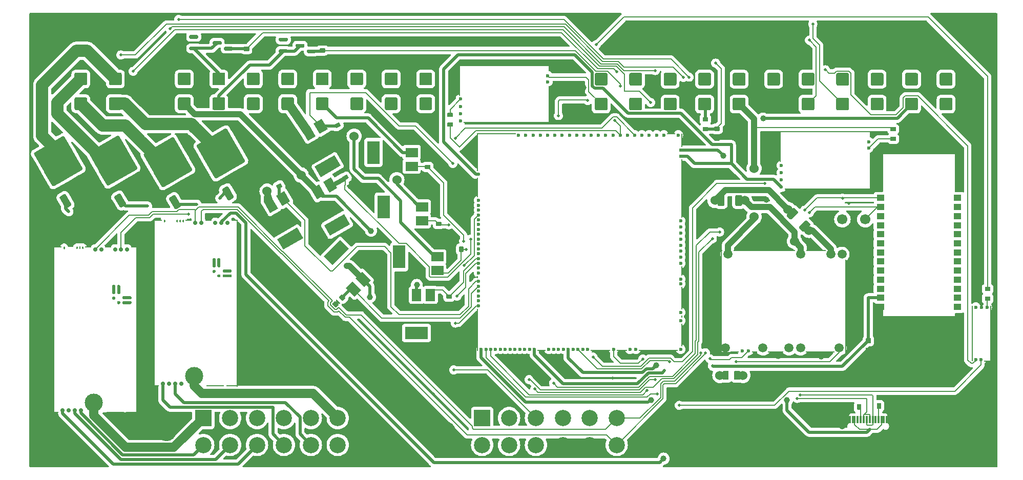
<source format=gtl>
G04 #@! TF.GenerationSoftware,KiCad,Pcbnew,7.0.9-7.0.9~ubuntu22.04.1*
G04 #@! TF.CreationDate,2023-12-28T06:41:21+00:00*
G04 #@! TF.ProjectId,uaeficopiedtovfr,75616566-6963-46f7-9069-6564746f7666,rev?*
G04 #@! TF.SameCoordinates,Original*
G04 #@! TF.FileFunction,Copper,L1,Top*
G04 #@! TF.FilePolarity,Positive*
%FSLAX46Y46*%
G04 Gerber Fmt 4.6, Leading zero omitted, Abs format (unit mm)*
G04 Created by KiCad (PCBNEW 7.0.9-7.0.9~ubuntu22.04.1) date 2023-12-28 06:41:21*
%MOMM*%
%LPD*%
G01*
G04 APERTURE LIST*
G04 #@! TA.AperFunction,ComponentPad*
%ADD10C,1.524000*%
G04 #@! TD*
G04 #@! TA.AperFunction,SMDPad,CuDef*
%ADD11R,2.000000X1.500000*%
G04 #@! TD*
G04 #@! TA.AperFunction,SMDPad,CuDef*
%ADD12R,2.000000X3.800000*%
G04 #@! TD*
G04 #@! TA.AperFunction,ComponentPad*
%ADD13R,2.682000X2.682000*%
G04 #@! TD*
G04 #@! TA.AperFunction,ComponentPad*
%ADD14C,2.682000*%
G04 #@! TD*
G04 #@! TA.AperFunction,ComponentPad*
%ADD15C,3.240000*%
G04 #@! TD*
G04 #@! TA.AperFunction,ComponentPad*
%ADD16C,0.600000*%
G04 #@! TD*
G04 #@! TA.AperFunction,SMDPad,CuDef*
%ADD17O,1.225000X0.200000*%
G04 #@! TD*
G04 #@! TA.AperFunction,SMDPad,CuDef*
%ADD18O,0.200000X9.300000*%
G04 #@! TD*
G04 #@! TA.AperFunction,SMDPad,CuDef*
%ADD19R,0.250000X6.185000*%
G04 #@! TD*
G04 #@! TA.AperFunction,SMDPad,CuDef*
%ADD20R,0.250000X1.115000*%
G04 #@! TD*
G04 #@! TA.AperFunction,SMDPad,CuDef*
%ADD21R,14.275000X0.250000*%
G04 #@! TD*
G04 #@! TA.AperFunction,SMDPad,CuDef*
%ADD22R,15.100000X0.250000*%
G04 #@! TD*
G04 #@! TA.AperFunction,SMDPad,CuDef*
%ADD23R,0.250000X5.175000*%
G04 #@! TD*
G04 #@! TA.AperFunction,SMDPad,CuDef*
%ADD24R,1.500000X2.000000*%
G04 #@! TD*
G04 #@! TA.AperFunction,SMDPad,CuDef*
%ADD25R,3.800000X2.000000*%
G04 #@! TD*
G04 #@! TA.AperFunction,ComponentPad*
%ADD26C,0.700000*%
G04 #@! TD*
G04 #@! TA.AperFunction,SMDPad,CuDef*
%ADD27C,3.000000*%
G04 #@! TD*
G04 #@! TA.AperFunction,SMDPad,CuDef*
%ADD28R,3.000000X0.250000*%
G04 #@! TD*
G04 #@! TA.AperFunction,SMDPad,CuDef*
%ADD29R,1.100000X0.250000*%
G04 #@! TD*
G04 #@! TA.AperFunction,SMDPad,CuDef*
%ADD30R,0.980000X0.250000*%
G04 #@! TD*
G04 #@! TA.AperFunction,SMDPad,CuDef*
%ADD31R,1.450000X0.250000*%
G04 #@! TD*
G04 #@! TA.AperFunction,SMDPad,CuDef*
%ADD32R,0.250000X27.600000*%
G04 #@! TD*
G04 #@! TA.AperFunction,SMDPad,CuDef*
%ADD33R,1.950000X0.250000*%
G04 #@! TD*
G04 #@! TA.AperFunction,SMDPad,CuDef*
%ADD34R,0.950000X0.250000*%
G04 #@! TD*
G04 #@! TA.AperFunction,ComponentPad*
%ADD35C,1.500000*%
G04 #@! TD*
G04 #@! TA.AperFunction,SMDPad,CuDef*
%ADD36O,3.300000X0.200000*%
G04 #@! TD*
G04 #@! TA.AperFunction,SMDPad,CuDef*
%ADD37O,10.200000X0.200000*%
G04 #@! TD*
G04 #@! TA.AperFunction,SMDPad,CuDef*
%ADD38O,0.300000X0.200000*%
G04 #@! TD*
G04 #@! TA.AperFunction,SMDPad,CuDef*
%ADD39O,0.200000X17.000000*%
G04 #@! TD*
G04 #@! TA.AperFunction,SMDPad,CuDef*
%ADD40O,0.200000X15.400000*%
G04 #@! TD*
G04 #@! TA.AperFunction,SMDPad,CuDef*
%ADD41O,4.800000X0.200000*%
G04 #@! TD*
G04 #@! TA.AperFunction,SMDPad,CuDef*
%ADD42O,2.600000X0.200000*%
G04 #@! TD*
G04 #@! TA.AperFunction,SMDPad,CuDef*
%ADD43O,1.000000X0.200000*%
G04 #@! TD*
G04 #@! TA.AperFunction,SMDPad,CuDef*
%ADD44O,1.500000X0.200000*%
G04 #@! TD*
G04 #@! TA.AperFunction,ComponentPad*
%ADD45C,1.700000*%
G04 #@! TD*
G04 #@! TA.AperFunction,SMDPad,CuDef*
%ADD46R,0.300000X1.150000*%
G04 #@! TD*
G04 #@! TA.AperFunction,ComponentPad*
%ADD47O,1.000000X2.100000*%
G04 #@! TD*
G04 #@! TA.AperFunction,ComponentPad*
%ADD48O,1.000000X1.600000*%
G04 #@! TD*
G04 #@! TA.AperFunction,SMDPad,CuDef*
%ADD49R,0.200000X3.700000*%
G04 #@! TD*
G04 #@! TA.AperFunction,SMDPad,CuDef*
%ADD50R,0.200000X0.400000*%
G04 #@! TD*
G04 #@! TA.AperFunction,SMDPad,CuDef*
%ADD51R,0.200000X1.600000*%
G04 #@! TD*
G04 #@! TA.AperFunction,SMDPad,CuDef*
%ADD52R,0.200000X9.700000*%
G04 #@! TD*
G04 #@! TA.AperFunction,SMDPad,CuDef*
%ADD53R,0.200000X2.300000*%
G04 #@! TD*
G04 #@! TA.AperFunction,SMDPad,CuDef*
%ADD54R,1.400000X0.200000*%
G04 #@! TD*
G04 #@! TA.AperFunction,SMDPad,CuDef*
%ADD55R,6.400000X0.200000*%
G04 #@! TD*
G04 #@! TA.AperFunction,SMDPad,CuDef*
%ADD56R,1.700000X0.200000*%
G04 #@! TD*
G04 #@! TA.AperFunction,SMDPad,CuDef*
%ADD57R,3.300000X0.200000*%
G04 #@! TD*
G04 #@! TA.AperFunction,SMDPad,CuDef*
%ADD58R,0.200000X7.000000*%
G04 #@! TD*
G04 #@! TA.AperFunction,SMDPad,CuDef*
%ADD59R,0.200000X3.300000*%
G04 #@! TD*
G04 #@! TA.AperFunction,SMDPad,CuDef*
%ADD60R,0.200000X6.300000*%
G04 #@! TD*
G04 #@! TA.AperFunction,SMDPad,CuDef*
%ADD61R,1.300000X1.000000*%
G04 #@! TD*
G04 #@! TA.AperFunction,ViaPad*
%ADD62C,1.000000*%
G04 #@! TD*
G04 #@! TA.AperFunction,ViaPad*
%ADD63C,0.500000*%
G04 #@! TD*
G04 #@! TA.AperFunction,ViaPad*
%ADD64C,1.524000*%
G04 #@! TD*
G04 #@! TA.AperFunction,Conductor*
%ADD65C,0.500000*%
G04 #@! TD*
G04 #@! TA.AperFunction,Conductor*
%ADD66C,0.200000*%
G04 #@! TD*
G04 #@! TA.AperFunction,Conductor*
%ADD67C,1.000000*%
G04 #@! TD*
G04 #@! TA.AperFunction,Conductor*
%ADD68C,1.500000*%
G04 #@! TD*
G04 #@! TA.AperFunction,Conductor*
%ADD69C,0.800000*%
G04 #@! TD*
G04 #@! TA.AperFunction,Conductor*
%ADD70C,2.000000*%
G04 #@! TD*
G04 APERTURE END LIST*
D10*
G04 #@! TO.P,R4,1,1*
G04 #@! TO.N,Net-(M1-PG_5VP)*
X117930000Y15150000D03*
G04 #@! TA.AperFunction,SMDPad,CuDef*
G36*
G01*
X117475001Y15775000D02*
X117475001Y14525000D01*
G75*
G02*
X117375001Y14425000I-100000J0D01*
G01*
X116575001Y14425000D01*
G75*
G02*
X116475001Y14525000I0J100000D01*
G01*
X116475001Y15775000D01*
G75*
G02*
X116575001Y15875000I100000J0D01*
G01*
X117375001Y15875000D01*
G75*
G02*
X117475001Y15775000I0J-100000D01*
G01*
G37*
G04 #@! TD.AperFunction*
G04 #@! TO.P,R4,2,2*
G04 #@! TO.N,/PG_5VP*
G04 #@! TA.AperFunction,SMDPad,CuDef*
G36*
G01*
X115574979Y15775000D02*
X115574979Y14525000D01*
G75*
G02*
X115474979Y14425000I-100000J0D01*
G01*
X114674979Y14425000D01*
G75*
G02*
X114574979Y14525000I0J100000D01*
G01*
X114574979Y15775000D01*
G75*
G02*
X114674979Y15875000I100000J0D01*
G01*
X115474979Y15875000D01*
G75*
G02*
X115574979Y15775000I0J-100000D01*
G01*
G37*
G04 #@! TD.AperFunction*
X114120000Y15150000D03*
G04 #@! TD*
G04 #@! TO.P,R1,1*
G04 #@! TO.N,+5VP*
G04 #@! TA.AperFunction,SMDPad,CuDef*
G36*
G01*
X142385000Y56200000D02*
X143165000Y56200000D01*
G75*
G02*
X143235000Y56130000I0J-70000D01*
G01*
X143235000Y55570000D01*
G75*
G02*
X143165000Y55500000I-70000J0D01*
G01*
X142385000Y55500000D01*
G75*
G02*
X142315000Y55570000I0J70000D01*
G01*
X142315000Y56130000D01*
G75*
G02*
X142385000Y56200000I70000J0D01*
G01*
G37*
G04 #@! TD.AperFunction*
G04 #@! TO.P,R1,2*
G04 #@! TO.N,/CAM{slash}CRANK-*
G04 #@! TA.AperFunction,SMDPad,CuDef*
G36*
G01*
X142385000Y54600000D02*
X143165000Y54600000D01*
G75*
G02*
X143235000Y54530000I0J-70000D01*
G01*
X143235000Y53970000D01*
G75*
G02*
X143165000Y53900000I-70000J0D01*
G01*
X142385000Y53900000D01*
G75*
G02*
X142315000Y53970000I0J70000D01*
G01*
X142315000Y54530000D01*
G75*
G02*
X142385000Y54600000I70000J0D01*
G01*
G37*
G04 #@! TD.AperFunction*
G04 #@! TD*
D11*
G04 #@! TO.P,Q14,1,G*
G04 #@! TO.N,/INJ2*
X67425000Y32450000D03*
G04 #@! TO.P,Q14,2,D*
G04 #@! TO.N,/INJOUT2*
X67425000Y34750000D03*
G04 #@! TO.P,Q14,3,S*
G04 #@! TO.N,GND*
X67425000Y37050000D03*
D12*
G04 #@! TO.P,Q14,4*
G04 #@! TO.N,N/C*
X61125000Y34750000D03*
G04 #@! TD*
D13*
G04 #@! TO.P,J4,1,1*
G04 #@! TO.N,unconnected-(J4-Pad1)*
X74835000Y8100000D03*
D14*
G04 #@! TO.P,J4,2,2*
G04 #@! TO.N,unconnected-(J4-Pad2)*
X79285000Y8100000D03*
G04 #@! TO.P,J4,3,3*
G04 #@! TO.N,/IN_FLEX*
X83725000Y8100000D03*
G04 #@! TO.P,J4,4,4*
G04 #@! TO.N,/IN_KNOCK_RAW*
X88175000Y8100000D03*
G04 #@! TO.P,J4,5,5*
G04 #@! TO.N,+12V_RAW*
X92615000Y8100000D03*
G04 #@! TO.P,J4,6,6*
G04 #@! TO.N,/CAN-*
X97065000Y8100000D03*
G04 #@! TO.P,J4,7,7*
G04 #@! TO.N,/CAN+*
X97065000Y3650000D03*
G04 #@! TO.P,J4,8,8*
G04 #@! TO.N,GND*
X92615000Y3650000D03*
G04 #@! TO.P,J4,9,9*
X88175000Y3650000D03*
G04 #@! TO.P,J4,10,10*
G04 #@! TO.N,/OUT_LS2*
X83725000Y3650000D03*
G04 #@! TO.P,J4,11,11*
G04 #@! TO.N,/INTAKEFLAP*
X79285000Y3650000D03*
G04 #@! TO.P,J4,12,12*
G04 #@! TO.N,/OUT_LS3*
X74835000Y3650000D03*
D15*
G04 #@! TO.P,J4,MH1,MH1*
G04 #@! TO.N,GND*
X68800000Y5870000D03*
G04 #@! TO.P,J4,MH2,MH2*
X103090000Y5870000D03*
G04 #@! TD*
G04 #@! TA.AperFunction,SMDPad,CuDef*
G04 #@! TO.P,Q8,1,G*
G04 #@! TO.N,/LS2*
G36*
X48542339Y47119005D02*
G01*
X49841377Y47869005D01*
X50841377Y46136955D01*
X49542339Y45386955D01*
X48542339Y47119005D01*
G37*
G04 #@! TD.AperFunction*
G04 #@! TA.AperFunction,SMDPad,CuDef*
G04 #@! TO.P,Q8,2,D*
G04 #@! TO.N,/OUT_LS2*
G36*
X46550481Y45969005D02*
G01*
X47849519Y46719005D01*
X48849519Y44986955D01*
X47550481Y44236955D01*
X46550481Y45969005D01*
G37*
G04 #@! TD.AperFunction*
G04 #@! TA.AperFunction,SMDPad,CuDef*
G04 #@! TO.P,Q8,3,S*
G04 #@! TO.N,GND*
G36*
X44558623Y44819005D02*
G01*
X45857661Y45569005D01*
X46857661Y43836955D01*
X45558623Y43086955D01*
X44558623Y44819005D01*
G37*
G04 #@! TD.AperFunction*
G04 #@! TA.AperFunction,SMDPad,CuDef*
G04 #@! TO.P,Q8,4*
G04 #@! TO.N,N/C*
G36*
X48704552Y39938045D02*
G01*
X51995448Y41838045D01*
X52995448Y40105995D01*
X49704552Y38205995D01*
X48704552Y39938045D01*
G37*
G04 #@! TD.AperFunction*
G04 #@! TD*
G04 #@! TO.P,R8,1*
G04 #@! TO.N,GND*
G04 #@! TA.AperFunction,SMDPad,CuDef*
G36*
G01*
X142375000Y10490000D02*
X142375000Y9710000D01*
G75*
G02*
X142305000Y9640000I-70000J0D01*
G01*
X141745000Y9640000D01*
G75*
G02*
X141675000Y9710000I0J70000D01*
G01*
X141675000Y10490000D01*
G75*
G02*
X141745000Y10560000I70000J0D01*
G01*
X142305000Y10560000D01*
G75*
G02*
X142375000Y10490000I0J-70000D01*
G01*
G37*
G04 #@! TD.AperFunction*
G04 #@! TO.P,R8,2*
G04 #@! TO.N,Net-(J9-CC2)*
G04 #@! TA.AperFunction,SMDPad,CuDef*
G36*
G01*
X140775000Y10490000D02*
X140775000Y9710000D01*
G75*
G02*
X140705000Y9640000I-70000J0D01*
G01*
X140145000Y9640000D01*
G75*
G02*
X140075000Y9710000I0J70000D01*
G01*
X140075000Y10490000D01*
G75*
G02*
X140145000Y10560000I70000J0D01*
G01*
X140705000Y10560000D01*
G75*
G02*
X140775000Y10490000I0J-70000D01*
G01*
G37*
G04 #@! TD.AperFunction*
G04 #@! TD*
G04 #@! TA.AperFunction,SMDPad,CuDef*
G04 #@! TO.P,Q10,1,G*
G04 #@! TO.N,/LS4*
G36*
X54790864Y29242105D02*
G01*
X53730204Y28181445D01*
X52315990Y29595659D01*
X53376650Y30656319D01*
X54790864Y29242105D01*
G37*
G04 #@! TD.AperFunction*
G04 #@! TA.AperFunction,SMDPad,CuDef*
G04 #@! TO.P,Q10,2,D*
G04 #@! TO.N,/INTAKEFLAP*
G36*
X56417209Y30868451D02*
G01*
X55356549Y29807791D01*
X53942335Y31222005D01*
X55002995Y32282665D01*
X56417209Y30868451D01*
G37*
G04 #@! TD.AperFunction*
G04 #@! TA.AperFunction,SMDPad,CuDef*
G04 #@! TO.P,Q10,3,S*
G04 #@! TO.N,GND*
G36*
X58043555Y32494796D02*
G01*
X56982895Y31434136D01*
X55568681Y32848350D01*
X56629341Y33909010D01*
X58043555Y32494796D01*
G37*
G04 #@! TD.AperFunction*
G04 #@! TA.AperFunction,SMDPad,CuDef*
G04 #@! TO.P,Q10,4*
G04 #@! TO.N,N/C*
G36*
X52775610Y36136396D02*
G01*
X50088604Y33449390D01*
X48674390Y34863604D01*
X51361396Y37550610D01*
X52775610Y36136396D01*
G37*
G04 #@! TD.AperFunction*
G04 #@! TD*
G04 #@! TO.P,R32,1*
G04 #@! TO.N,GND*
G04 #@! TA.AperFunction,SMDPad,CuDef*
G36*
G01*
X69765000Y26250000D02*
X68985000Y26250000D01*
G75*
G02*
X68915000Y26320000I0J70000D01*
G01*
X68915000Y26880000D01*
G75*
G02*
X68985000Y26950000I70000J0D01*
G01*
X69765000Y26950000D01*
G75*
G02*
X69835000Y26880000I0J-70000D01*
G01*
X69835000Y26320000D01*
G75*
G02*
X69765000Y26250000I-70000J0D01*
G01*
G37*
G04 #@! TD.AperFunction*
G04 #@! TO.P,R32,2*
G04 #@! TO.N,/INJ4*
G04 #@! TA.AperFunction,SMDPad,CuDef*
G36*
G01*
X69765000Y27850000D02*
X68985000Y27850000D01*
G75*
G02*
X68915000Y27920000I0J70000D01*
G01*
X68915000Y28480000D01*
G75*
G02*
X68985000Y28550000I70000J0D01*
G01*
X69765000Y28550000D01*
G75*
G02*
X69835000Y28480000I0J-70000D01*
G01*
X69835000Y27920000D01*
G75*
G02*
X69765000Y27850000I-70000J0D01*
G01*
G37*
G04 #@! TD.AperFunction*
G04 #@! TD*
D16*
G04 #@! TO.P,M2,E1,V5A*
G04 #@! TO.N,+5VA*
X156400002Y26425000D03*
D17*
G04 #@! TO.P,M2,E2,GND*
G04 #@! TO.N,GND*
X158375002Y17525000D03*
D18*
X155800002Y22075000D03*
X158900002Y22075000D03*
D16*
X157350002Y26425000D03*
G04 #@! TO.P,M2,E3,OUT_KNOCK*
G04 #@! TO.N,/IN_KNOCK*
X158300000Y26425000D03*
G04 #@! TO.P,M2,W1,IN_KNOCK*
G04 #@! TO.N,/IN_KNOCK_RAW*
X157300002Y17725000D03*
G04 #@! TO.P,M2,W2,VREF*
G04 #@! TO.N,/VREF1*
X156400002Y17725000D03*
G04 #@! TD*
G04 #@! TO.P,M3,E1,Thresh_IN*
G04 #@! TO.N,/VR1_THRESHOLD*
X71250000Y59625000D03*
G04 #@! TO.P,M3,E2,OUT_A*
G04 #@! TO.N,/VR1_A*
X71250000Y60825000D03*
G04 #@! TO.P,M3,E3,OUT*
G04 #@! TO.N,/VR1*
X71250000Y58425000D03*
G04 #@! TO.P,M3,E4,V5_IN*
G04 #@! TO.N,+5VA*
X71250000Y57225000D03*
D19*
G04 #@! TO.P,M3,G,GND*
G04 #@! TO.N,GND*
X85900000Y59892500D03*
D20*
X85900000Y65942500D03*
D21*
X78887500Y56925000D03*
D22*
X78475000Y66375000D03*
D23*
X71050000Y63912500D03*
D16*
G04 #@! TO.P,M3,W1,VR-*
G04 #@! TO.N,/CAM{slash}CRANK-*
X85675000Y63685000D03*
G04 #@! TO.P,M3,W2,VR+*
G04 #@! TO.N,/CAM+*
X85675000Y64685000D03*
G04 #@! TD*
G04 #@! TO.P,R2,1*
G04 #@! TO.N,/IN_VMAIN*
G04 #@! TA.AperFunction,SMDPad,CuDef*
G36*
G01*
X112115000Y55500000D02*
X111335000Y55500000D01*
G75*
G02*
X111265000Y55570000I0J70000D01*
G01*
X111265000Y56130000D01*
G75*
G02*
X111335000Y56200000I70000J0D01*
G01*
X112115000Y56200000D01*
G75*
G02*
X112185000Y56130000I0J-70000D01*
G01*
X112185000Y55570000D01*
G75*
G02*
X112115000Y55500000I-70000J0D01*
G01*
G37*
G04 #@! TD.AperFunction*
G04 #@! TO.P,R2,2*
G04 #@! TO.N,+12V*
G04 #@! TA.AperFunction,SMDPad,CuDef*
G36*
G01*
X112115000Y57100000D02*
X111335000Y57100000D01*
G75*
G02*
X111265000Y57170000I0J70000D01*
G01*
X111265000Y57730000D01*
G75*
G02*
X111335000Y57800000I70000J0D01*
G01*
X112115000Y57800000D01*
G75*
G02*
X112185000Y57730000I0J-70000D01*
G01*
X112185000Y57170000D01*
G75*
G02*
X112115000Y57100000I-70000J0D01*
G01*
G37*
G04 #@! TD.AperFunction*
G04 #@! TD*
G04 #@! TO.P,R31,1*
G04 #@! TO.N,GND*
G04 #@! TA.AperFunction,SMDPad,CuDef*
G36*
G01*
X68015000Y38250000D02*
X67235000Y38250000D01*
G75*
G02*
X67165000Y38320000I0J70000D01*
G01*
X67165000Y38880000D01*
G75*
G02*
X67235000Y38950000I70000J0D01*
G01*
X68015000Y38950000D01*
G75*
G02*
X68085000Y38880000I0J-70000D01*
G01*
X68085000Y38320000D01*
G75*
G02*
X68015000Y38250000I-70000J0D01*
G01*
G37*
G04 #@! TD.AperFunction*
G04 #@! TO.P,R31,2*
G04 #@! TO.N,/INJ3*
G04 #@! TA.AperFunction,SMDPad,CuDef*
G36*
G01*
X68015000Y39850000D02*
X67235000Y39850000D01*
G75*
G02*
X67165000Y39920000I0J70000D01*
G01*
X67165000Y40480000D01*
G75*
G02*
X67235000Y40550000I70000J0D01*
G01*
X68015000Y40550000D01*
G75*
G02*
X68085000Y40480000I0J-70000D01*
G01*
X68085000Y39920000D01*
G75*
G02*
X68015000Y39850000I-70000J0D01*
G01*
G37*
G04 #@! TD.AperFunction*
G04 #@! TD*
G04 #@! TO.P,R23,1*
G04 #@! TO.N,GND*
G04 #@! TA.AperFunction,SMDPad,CuDef*
G36*
G01*
X39962250Y47900929D02*
X40637750Y48290929D01*
G75*
G02*
X40733372Y48265307I35000J-60622D01*
G01*
X41013372Y47780333D01*
G75*
G02*
X40987750Y47684711I-60622J-35000D01*
G01*
X40312250Y47294711D01*
G75*
G02*
X40216628Y47320333I-35000J60622D01*
G01*
X39936628Y47805307D01*
G75*
G02*
X39962250Y47900929I60622J35000D01*
G01*
G37*
G04 #@! TD.AperFunction*
G04 #@! TO.P,R23,2*
G04 #@! TO.N,/LS3*
G04 #@! TA.AperFunction,SMDPad,CuDef*
G36*
G01*
X40762250Y46515289D02*
X41437750Y46905289D01*
G75*
G02*
X41533372Y46879667I35000J-60622D01*
G01*
X41813372Y46394693D01*
G75*
G02*
X41787750Y46299071I-60622J-35000D01*
G01*
X41112250Y45909071D01*
G75*
G02*
X41016628Y45934693I-35000J60622D01*
G01*
X40736628Y46419667D01*
G75*
G02*
X40762250Y46515289I60622J35000D01*
G01*
G37*
G04 #@! TD.AperFunction*
G04 #@! TD*
D24*
G04 #@! TO.P,Q16,1,G*
G04 #@! TO.N,/INJ4*
X66275000Y28450000D03*
G04 #@! TO.P,Q16,2,D*
G04 #@! TO.N,/INJOUT4*
X63975000Y28450000D03*
G04 #@! TO.P,Q16,3,S*
G04 #@! TO.N,GND*
X61675000Y28450000D03*
D25*
G04 #@! TO.P,Q16,4*
G04 #@! TO.N,N/C*
X63975000Y22150000D03*
G04 #@! TD*
G04 #@! TA.AperFunction,SMDPad,CuDef*
G04 #@! TO.P,Q9,1,G*
G04 #@! TO.N,/LS3*
G36*
X40792339Y44869005D02*
G01*
X42091377Y45619005D01*
X43091377Y43886955D01*
X41792339Y43136955D01*
X40792339Y44869005D01*
G37*
G04 #@! TD.AperFunction*
G04 #@! TA.AperFunction,SMDPad,CuDef*
G04 #@! TO.P,Q9,2,D*
G04 #@! TO.N,/OUT_LS3*
G36*
X38800481Y43719005D02*
G01*
X40099519Y44469005D01*
X41099519Y42736955D01*
X39800481Y41986955D01*
X38800481Y43719005D01*
G37*
G04 #@! TD.AperFunction*
G04 #@! TA.AperFunction,SMDPad,CuDef*
G04 #@! TO.P,Q9,3,S*
G04 #@! TO.N,GND*
G36*
X36808623Y42569005D02*
G01*
X38107661Y43319005D01*
X39107661Y41586955D01*
X37808623Y40836955D01*
X36808623Y42569005D01*
G37*
G04 #@! TD.AperFunction*
G04 #@! TA.AperFunction,SMDPad,CuDef*
G04 #@! TO.P,Q9,4*
G04 #@! TO.N,N/C*
G36*
X40954552Y37688045D02*
G01*
X44245448Y39588045D01*
X45245448Y37855995D01*
X41954552Y35955995D01*
X40954552Y37688045D01*
G37*
G04 #@! TD.AperFunction*
G04 #@! TD*
D26*
G04 #@! TO.P,M7,E1,LSU_Un*
G04 #@! TO.N,/WBO2_Un*
X5500000Y9375000D03*
G04 #@! TO.P,M7,E2,LSU_Vm*
G04 #@! TO.N,/WBO2_Vm*
X8500000Y9375000D03*
G04 #@! TO.P,M7,E3,LSU_Ip*
G04 #@! TO.N,/WBO2_Ip*
X7500000Y9375000D03*
G04 #@! TO.P,M7,E4,LSU_Rtrim*
G04 #@! TO.N,/WBO2_Rtrim*
X6500000Y9375000D03*
D27*
G04 #@! TO.P,M7,E5,LSU_H+*
G04 #@! TO.N,/WBO2_Heater*
X10650000Y10625000D03*
D28*
G04 #@! TO.P,M7,E6,LSU_H-*
G04 #@! TO.N,GND*
X14150000Y9000000D03*
D29*
G04 #@! TO.P,M7,G,GND*
X17350000Y36350000D03*
D30*
X13010000Y36350000D03*
X9710000Y36350000D03*
D31*
X4625000Y36350000D03*
D32*
X17775000Y22675000D03*
X4025000Y22675000D03*
D33*
X16925000Y9000000D03*
D34*
X4375000Y9000000D03*
G04 #@! TO.P,M7,J1,SEL1*
G04 #@! TO.N,Net-(M7-PULL_DOWN1)*
G04 #@! TA.AperFunction,SMDPad,CuDef*
G36*
G01*
X16750000Y26925000D02*
X15500000Y26925000D01*
G75*
G02*
X15375000Y27050000I0J125000D01*
G01*
X15375000Y27300000D01*
G75*
G02*
X15500000Y27425000I125000J0D01*
G01*
X16750000Y27425000D01*
G75*
G02*
X16875000Y27300000I0J-125000D01*
G01*
X16875000Y27050000D01*
G75*
G02*
X16750000Y26925000I-125000J0D01*
G01*
G37*
G04 #@! TD.AperFunction*
G04 #@! TO.P,M7,J2,SEL2*
G04 #@! TO.N,unconnected-(M7-SEL2-PadJ2)*
G04 #@! TA.AperFunction,SMDPad,CuDef*
G36*
G01*
X14075000Y28600000D02*
X13825000Y28600000D01*
G75*
G02*
X13700000Y28725000I0J125000D01*
G01*
X13700000Y29975000D01*
G75*
G02*
X13825000Y30100000I125000J0D01*
G01*
X14075000Y30100000D01*
G75*
G02*
X14200000Y29975000I0J-125000D01*
G01*
X14200000Y28725000D01*
G75*
G02*
X14075000Y28600000I-125000J0D01*
G01*
G37*
G04 #@! TD.AperFunction*
G04 #@! TO.P,M7,J_GND1,PULL_DOWN1*
G04 #@! TO.N,Net-(M7-PULL_DOWN1)*
G04 #@! TA.AperFunction,SMDPad,CuDef*
G36*
G01*
X16750000Y27725000D02*
X15500000Y27725000D01*
G75*
G02*
X15375000Y27850000I0J125000D01*
G01*
X15375000Y28100000D01*
G75*
G02*
X15500000Y28225000I125000J0D01*
G01*
X16750000Y28225000D01*
G75*
G02*
X16875000Y28100000I0J-125000D01*
G01*
X16875000Y27850000D01*
G75*
G02*
X16750000Y27725000I-125000J0D01*
G01*
G37*
G04 #@! TD.AperFunction*
G04 #@! TO.P,M7,J_GND2,PULL_DOWN2*
G04 #@! TO.N,unconnected-(M7-PULL_DOWN2-PadJ_GND2)*
G04 #@! TA.AperFunction,SMDPad,CuDef*
G36*
G01*
X14200000Y28050000D02*
X14200000Y27800000D01*
G75*
G02*
X14075000Y27675000I-125000J0D01*
G01*
X13825000Y27675000D01*
G75*
G02*
X13700000Y27800000I0J125000D01*
G01*
X13700000Y28050000D01*
G75*
G02*
X13825000Y28175000I125000J0D01*
G01*
X14075000Y28175000D01*
G75*
G02*
X14200000Y28050000I0J-125000D01*
G01*
G37*
G04 #@! TD.AperFunction*
G04 #@! TO.P,M7,J_VCC1,PULL_UP1*
G04 #@! TO.N,unconnected-(M7-PULL_UP1-PadJ_VCC1)*
G04 #@! TA.AperFunction,SMDPad,CuDef*
G36*
G01*
X14875000Y26925000D02*
X14625000Y26925000D01*
G75*
G02*
X14500000Y27050000I0J125000D01*
G01*
X14500000Y27300000D01*
G75*
G02*
X14625000Y27425000I125000J0D01*
G01*
X14875000Y27425000D01*
G75*
G02*
X15000000Y27300000I0J-125000D01*
G01*
X15000000Y27050000D01*
G75*
G02*
X14875000Y26925000I-125000J0D01*
G01*
G37*
G04 #@! TD.AperFunction*
G04 #@! TO.P,M7,J_VCC2,PULL_UP2*
G04 #@! TO.N,unconnected-(M7-PULL_UP2-PadJ_VCC2)*
G04 #@! TA.AperFunction,SMDPad,CuDef*
G36*
G01*
X14875000Y28600000D02*
X14625000Y28600000D01*
G75*
G02*
X14500000Y28725000I0J125000D01*
G01*
X14500000Y29975000D01*
G75*
G02*
X14625000Y30100000I125000J0D01*
G01*
X14875000Y30100000D01*
G75*
G02*
X15000000Y29975000I0J-125000D01*
G01*
X15000000Y28725000D01*
G75*
G02*
X14875000Y28600000I-125000J0D01*
G01*
G37*
G04 #@! TD.AperFunction*
D26*
G04 #@! TO.P,M7,W1,V5_IN*
G04 #@! TO.N,+5VA*
X15150000Y35966200D03*
G04 #@! TO.P,M7,W2,CAN_VIO*
G04 #@! TO.N,unconnected-(M7-CAN_VIO-PadW2)*
X14150000Y35966200D03*
G04 #@! TO.P,M7,W3,CANL*
G04 #@! TO.N,/CAN-*
X10854000Y35966200D03*
G04 #@! TO.P,M7,W4,CANH*
G04 #@! TO.N,/CAN+*
X11870000Y35966200D03*
G04 #@! TO.P,M7,W5,nReset*
G04 #@! TO.N,Net-(J3-Pin_5)*
G04 #@! TA.AperFunction,SMDPad,CuDef*
G36*
G01*
X8850000Y36475000D02*
X8850000Y36475000D01*
G75*
G02*
X8975000Y36350000I0J-125000D01*
G01*
X8975000Y36100000D01*
G75*
G02*
X8850000Y35975000I-125000J0D01*
G01*
X8850000Y35975000D01*
G75*
G02*
X8725000Y36100000I0J125000D01*
G01*
X8725000Y36350000D01*
G75*
G02*
X8850000Y36475000I125000J0D01*
G01*
G37*
G04 #@! TD.AperFunction*
G04 #@! TO.P,M7,W6,SWDIO*
G04 #@! TO.N,Net-(J3-Pin_4)*
G04 #@! TA.AperFunction,SMDPad,CuDef*
G36*
G01*
X8350000Y36475000D02*
X8350000Y36475000D01*
G75*
G02*
X8475000Y36350000I0J-125000D01*
G01*
X8475000Y36100000D01*
G75*
G02*
X8350000Y35975000I-125000J0D01*
G01*
X8350000Y35975000D01*
G75*
G02*
X8225000Y36100000I0J125000D01*
G01*
X8225000Y36350000D01*
G75*
G02*
X8350000Y36475000I125000J0D01*
G01*
G37*
G04 #@! TD.AperFunction*
G04 #@! TO.P,M7,W7,SWCLK*
G04 #@! TO.N,Net-(J3-Pin_2)*
G04 #@! TA.AperFunction,SMDPad,CuDef*
G36*
G01*
X7850000Y36475000D02*
X7850000Y36475000D01*
G75*
G02*
X7975000Y36350000I0J-125000D01*
G01*
X7975000Y36100000D01*
G75*
G02*
X7850000Y35975000I-125000J0D01*
G01*
X7850000Y35975000D01*
G75*
G02*
X7725000Y36100000I0J125000D01*
G01*
X7725000Y36350000D01*
G75*
G02*
X7850000Y36475000I125000J0D01*
G01*
G37*
G04 #@! TD.AperFunction*
G04 #@! TO.P,M7,W8,V33_OUT*
G04 #@! TO.N,Net-(J3-Pin_1)*
G04 #@! TA.AperFunction,SMDPad,CuDef*
G36*
G01*
X5750000Y36475000D02*
X5750000Y36475000D01*
G75*
G02*
X5875000Y36350000I0J-125000D01*
G01*
X5875000Y36100000D01*
G75*
G02*
X5750000Y35975000I-125000J0D01*
G01*
X5750000Y35975000D01*
G75*
G02*
X5625000Y36100000I0J125000D01*
G01*
X5625000Y36350000D01*
G75*
G02*
X5750000Y36475000I125000J0D01*
G01*
G37*
G04 #@! TD.AperFunction*
G04 #@! TO.P,M7,W9,VDDA*
G04 #@! TO.N,unconnected-(M7-VDDA-PadW9)*
X16150000Y35966200D03*
G04 #@! TD*
D35*
G04 #@! TO.P,M1,E1,VBAT*
G04 #@! TO.N,/VBAT*
X133849999Y19675005D03*
G04 #@! TO.P,M1,E2,V12*
G04 #@! TO.N,unconnected-(M1-V12-PadE2)*
X127450002Y19675005D03*
G04 #@! TO.P,M1,E3,VIGN*
G04 #@! TO.N,/VIGN*
X125549999Y19675005D03*
G04 #@! TO.P,M1,E4,V5*
G04 #@! TO.N,+5V*
X121249999Y19675005D03*
D16*
G04 #@! TO.P,M1,E5,EN_5VP*
G04 #@! TO.N,/PWR_EN*
X118850002Y19225006D03*
G04 #@! TO.P,M1,E6,PG_5VP*
G04 #@! TO.N,Net-(M1-PG_5VP)*
X117850001Y19225006D03*
D36*
G04 #@! TO.P,M1,S1,GND*
G04 #@! TO.N,GND*
X129999999Y35825001D03*
D37*
X121500001Y35825001D03*
D38*
X114399999Y35825001D03*
D39*
X114349999Y27425003D03*
D40*
X134949999Y26625002D03*
D35*
X114999999Y19675005D03*
D38*
X134899999Y19025004D03*
D41*
X130700001Y19025004D03*
D42*
X123349999Y19025004D03*
D43*
X119850002Y19025004D03*
D44*
X116550001Y19025004D03*
D35*
G04 #@! TO.P,M1,V1,V12_PERM*
G04 #@! TO.N,+12V_RAW*
X134300001Y35175002D03*
G04 #@! TO.P,M1,V2,IN_VIGN*
G04 #@! TO.N,/IN_VIGN*
X132450002Y35175002D03*
G04 #@! TO.P,M1,V3,V12_RAW*
G04 #@! TO.N,+12V_RAW*
X127499999Y35175002D03*
G04 #@! TO.P,M1,V4,5VP*
G04 #@! TO.N,+5VP*
X115450001Y35175002D03*
G04 #@! TD*
D11*
G04 #@! TO.P,Q13,1,G*
G04 #@! TO.N,/INJ1*
X63175000Y49700000D03*
G04 #@! TO.P,Q13,2,D*
G04 #@! TO.N,/INJOUT1*
X63175000Y52000000D03*
G04 #@! TO.P,Q13,3,S*
G04 #@! TO.N,GND*
X63175000Y54300000D03*
D12*
G04 #@! TO.P,Q13,4*
G04 #@! TO.N,N/C*
X56875000Y52000000D03*
G04 #@! TD*
G04 #@! TO.P,R26,1*
G04 #@! TO.N,/LS_WEAK2*
G04 #@! TA.AperFunction,SMDPad,CuDef*
G36*
G01*
X36265000Y68750000D02*
X35485000Y68750000D01*
G75*
G02*
X35415000Y68820000I0J70000D01*
G01*
X35415000Y69380000D01*
G75*
G02*
X35485000Y69450000I70000J0D01*
G01*
X36265000Y69450000D01*
G75*
G02*
X36335000Y69380000I0J-70000D01*
G01*
X36335000Y68820000D01*
G75*
G02*
X36265000Y68750000I-70000J0D01*
G01*
G37*
G04 #@! TD.AperFunction*
G04 #@! TO.P,R26,2*
G04 #@! TO.N,GND*
G04 #@! TA.AperFunction,SMDPad,CuDef*
G36*
G01*
X36265000Y70350000D02*
X35485000Y70350000D01*
G75*
G02*
X35415000Y70420000I0J70000D01*
G01*
X35415000Y70980000D01*
G75*
G02*
X35485000Y71050000I70000J0D01*
G01*
X36265000Y71050000D01*
G75*
G02*
X36335000Y70980000I0J-70000D01*
G01*
X36335000Y70420000D01*
G75*
G02*
X36265000Y70350000I-70000J0D01*
G01*
G37*
G04 #@! TD.AperFunction*
G04 #@! TD*
G04 #@! TO.P,C1,1*
G04 #@! TO.N,GND*
G04 #@! TA.AperFunction,SMDPad,CuDef*
G36*
G01*
X139015000Y18884999D02*
X138335000Y18884999D01*
G75*
G02*
X138250000Y18969999I0J85000D01*
G01*
X138250000Y19649999D01*
G75*
G02*
X138335000Y19734999I85000J0D01*
G01*
X139015000Y19734999D01*
G75*
G02*
X139100000Y19649999I0J-85000D01*
G01*
X139100000Y18969999D01*
G75*
G02*
X139015000Y18884999I-85000J0D01*
G01*
G37*
G04 #@! TD.AperFunction*
G04 #@! TO.P,C1,2*
G04 #@! TO.N,+3.3VA*
G04 #@! TA.AperFunction,SMDPad,CuDef*
G36*
G01*
X139015000Y20465001D02*
X138335000Y20465001D01*
G75*
G02*
X138250000Y20550001I0J85000D01*
G01*
X138250000Y21230001D01*
G75*
G02*
X138335000Y21315001I85000J0D01*
G01*
X139015000Y21315001D01*
G75*
G02*
X139100000Y21230001I0J-85000D01*
G01*
X139100000Y20550001D01*
G75*
G02*
X139015000Y20465001I-85000J0D01*
G01*
G37*
G04 #@! TD.AperFunction*
G04 #@! TD*
G04 #@! TA.AperFunction,SMDPad,CuDef*
G04 #@! TO.P,Q7,1,G*
G04 #@! TO.N,/LS1*
G36*
X46992339Y56819005D02*
G01*
X48291377Y57569005D01*
X49291377Y55836955D01*
X47992339Y55086955D01*
X46992339Y56819005D01*
G37*
G04 #@! TD.AperFunction*
G04 #@! TA.AperFunction,SMDPad,CuDef*
G04 #@! TO.P,Q7,2,D*
G04 #@! TO.N,/FUELPUMP_LS*
G36*
X45000481Y55669005D02*
G01*
X46299519Y56419005D01*
X47299519Y54686955D01*
X46000481Y53936955D01*
X45000481Y55669005D01*
G37*
G04 #@! TD.AperFunction*
G04 #@! TA.AperFunction,SMDPad,CuDef*
G04 #@! TO.P,Q7,3,S*
G04 #@! TO.N,GND*
G36*
X43008623Y54519005D02*
G01*
X44307661Y55269005D01*
X45307661Y53536955D01*
X44008623Y52786955D01*
X43008623Y54519005D01*
G37*
G04 #@! TD.AperFunction*
G04 #@! TA.AperFunction,SMDPad,CuDef*
G04 #@! TO.P,Q7,4*
G04 #@! TO.N,N/C*
G36*
X47154552Y49638045D02*
G01*
X50445448Y51538045D01*
X51445448Y49805995D01*
X48154552Y47905995D01*
X47154552Y49638045D01*
G37*
G04 #@! TD.AperFunction*
G04 #@! TD*
G04 #@! TO.P,R30,1*
G04 #@! TO.N,GND*
G04 #@! TA.AperFunction,SMDPad,CuDef*
G36*
G01*
X69425000Y35610000D02*
X69425000Y36390000D01*
G75*
G02*
X69495000Y36460000I70000J0D01*
G01*
X70055000Y36460000D01*
G75*
G02*
X70125000Y36390000I0J-70000D01*
G01*
X70125000Y35610000D01*
G75*
G02*
X70055000Y35540000I-70000J0D01*
G01*
X69495000Y35540000D01*
G75*
G02*
X69425000Y35610000I0J70000D01*
G01*
G37*
G04 #@! TD.AperFunction*
G04 #@! TO.P,R30,2*
G04 #@! TO.N,/INJ2*
G04 #@! TA.AperFunction,SMDPad,CuDef*
G36*
G01*
X71025000Y35610000D02*
X71025000Y36390000D01*
G75*
G02*
X71095000Y36460000I70000J0D01*
G01*
X71655000Y36460000D01*
G75*
G02*
X71725000Y36390000I0J-70000D01*
G01*
X71725000Y35610000D01*
G75*
G02*
X71655000Y35540000I-70000J0D01*
G01*
X71095000Y35540000D01*
G75*
G02*
X71025000Y35610000I0J70000D01*
G01*
G37*
G04 #@! TD.AperFunction*
G04 #@! TD*
G04 #@! TO.P,U1,A1,A1*
G04 #@! TO.N,unconnected-(U1-PadA1)*
G04 #@! TA.AperFunction,ComponentPad*
G36*
G01*
X64450000Y59250001D02*
X64450000Y60849999D01*
G75*
G02*
X64700001Y61100000I250001J0D01*
G01*
X66299999Y61100000D01*
G75*
G02*
X66550000Y60849999I0J-250001D01*
G01*
X66550000Y59250001D01*
G75*
G02*
X66299999Y59000000I-250001J0D01*
G01*
X64700001Y59000000D01*
G75*
G02*
X64450000Y59250001I0J250001D01*
G01*
G37*
G04 #@! TD.AperFunction*
G04 #@! TO.P,U1,A2,A2*
G04 #@! TO.N,unconnected-(U1-PadA2)*
G04 #@! TA.AperFunction,ComponentPad*
G36*
G01*
X58750000Y59250001D02*
X58750000Y60849999D01*
G75*
G02*
X59000001Y61100000I250001J0D01*
G01*
X60599999Y61100000D01*
G75*
G02*
X60850000Y60849999I0J-250001D01*
G01*
X60850000Y59250001D01*
G75*
G02*
X60599999Y59000000I-250001J0D01*
G01*
X59000001Y59000000D01*
G75*
G02*
X58750000Y59250001I0J250001D01*
G01*
G37*
G04 #@! TD.AperFunction*
G04 #@! TO.P,U1,A3,A3*
G04 #@! TO.N,/INJOUT3*
G04 #@! TA.AperFunction,ComponentPad*
G36*
G01*
X53050000Y59250001D02*
X53050000Y60849999D01*
G75*
G02*
X53300001Y61100000I250001J0D01*
G01*
X54899999Y61100000D01*
G75*
G02*
X55150000Y60849999I0J-250001D01*
G01*
X55150000Y59250001D01*
G75*
G02*
X54899999Y59000000I-250001J0D01*
G01*
X53300001Y59000000D01*
G75*
G02*
X53050000Y59250001I0J250001D01*
G01*
G37*
G04 #@! TD.AperFunction*
G04 #@! TO.P,U1,A4,A4*
G04 #@! TO.N,/INJOUT1*
G04 #@! TA.AperFunction,ComponentPad*
G36*
G01*
X47350000Y59250001D02*
X47350000Y60849999D01*
G75*
G02*
X47600001Y61100000I250001J0D01*
G01*
X49199999Y61100000D01*
G75*
G02*
X49450000Y60849999I0J-250001D01*
G01*
X49450000Y59250001D01*
G75*
G02*
X49199999Y59000000I-250001J0D01*
G01*
X47600001Y59000000D01*
G75*
G02*
X47350000Y59250001I0J250001D01*
G01*
G37*
G04 #@! TD.AperFunction*
G04 #@! TO.P,U1,A5,A5*
G04 #@! TO.N,/FUELPUMP_LS*
G04 #@! TA.AperFunction,ComponentPad*
G36*
G01*
X41650000Y59250001D02*
X41650000Y60849999D01*
G75*
G02*
X41900001Y61100000I250001J0D01*
G01*
X43499999Y61100000D01*
G75*
G02*
X43750000Y60849999I0J-250001D01*
G01*
X43750000Y59250001D01*
G75*
G02*
X43499999Y59000000I-250001J0D01*
G01*
X41900001Y59000000D01*
G75*
G02*
X41650000Y59250001I0J250001D01*
G01*
G37*
G04 #@! TD.AperFunction*
G04 #@! TO.P,U1,A6,A6*
G04 #@! TO.N,unconnected-(U1-PadA6)*
G04 #@! TA.AperFunction,ComponentPad*
G36*
G01*
X35950000Y59250001D02*
X35950000Y60849999D01*
G75*
G02*
X36200001Y61100000I250001J0D01*
G01*
X37799999Y61100000D01*
G75*
G02*
X38050000Y60849999I0J-250001D01*
G01*
X38050000Y59250001D01*
G75*
G02*
X37799999Y59000000I-250001J0D01*
G01*
X36200001Y59000000D01*
G75*
G02*
X35950000Y59250001I0J250001D01*
G01*
G37*
G04 #@! TD.AperFunction*
G04 #@! TO.P,U1,A7,A7*
G04 #@! TO.N,/FILIGHT*
G04 #@! TA.AperFunction,ComponentPad*
G36*
G01*
X30250000Y59250001D02*
X30250000Y60849999D01*
G75*
G02*
X30500001Y61100000I250001J0D01*
G01*
X32099999Y61100000D01*
G75*
G02*
X32350000Y60849999I0J-250001D01*
G01*
X32350000Y59250001D01*
G75*
G02*
X32099999Y59000000I-250001J0D01*
G01*
X30500001Y59000000D01*
G75*
G02*
X30250000Y59250001I0J250001D01*
G01*
G37*
G04 #@! TD.AperFunction*
G04 #@! TO.P,U1,A8,A8*
G04 #@! TO.N,/OUT_LS2*
G04 #@! TA.AperFunction,ComponentPad*
G36*
G01*
X24550000Y59250001D02*
X24550000Y60849999D01*
G75*
G02*
X24800001Y61100000I250001J0D01*
G01*
X26399999Y61100000D01*
G75*
G02*
X26650000Y60849999I0J-250001D01*
G01*
X26650000Y59250001D01*
G75*
G02*
X26399999Y59000000I-250001J0D01*
G01*
X24800001Y59000000D01*
G75*
G02*
X24550000Y59250001I0J250001D01*
G01*
G37*
G04 #@! TD.AperFunction*
G04 #@! TO.P,U1,A9,A9*
G04 #@! TO.N,GND*
G04 #@! TA.AperFunction,ComponentPad*
G36*
G01*
X18850000Y59250001D02*
X18850000Y60849999D01*
G75*
G02*
X19100001Y61100000I250001J0D01*
G01*
X20699999Y61100000D01*
G75*
G02*
X20950000Y60849999I0J-250001D01*
G01*
X20950000Y59250001D01*
G75*
G02*
X20699999Y59000000I-250001J0D01*
G01*
X19100001Y59000000D01*
G75*
G02*
X18850000Y59250001I0J250001D01*
G01*
G37*
G04 #@! TD.AperFunction*
G04 #@! TO.P,U1,A10,A10*
G04 #@! TO.N,/IGNOUT1*
G04 #@! TA.AperFunction,ComponentPad*
G36*
G01*
X13150000Y59250001D02*
X13150000Y60849999D01*
G75*
G02*
X13400001Y61100000I250001J0D01*
G01*
X14999999Y61100000D01*
G75*
G02*
X15250000Y60849999I0J-250001D01*
G01*
X15250000Y59250001D01*
G75*
G02*
X14999999Y59000000I-250001J0D01*
G01*
X13400001Y59000000D01*
G75*
G02*
X13150000Y59250001I0J250001D01*
G01*
G37*
G04 #@! TD.AperFunction*
G04 #@! TO.P,U1,A11,A11*
G04 #@! TO.N,/IGNOUT3*
G04 #@! TA.AperFunction,ComponentPad*
G36*
G01*
X7450000Y59250001D02*
X7450000Y60849999D01*
G75*
G02*
X7700001Y61100000I250001J0D01*
G01*
X9299999Y61100000D01*
G75*
G02*
X9550000Y60849999I0J-250001D01*
G01*
X9550000Y59250001D01*
G75*
G02*
X9299999Y59000000I-250001J0D01*
G01*
X7700001Y59000000D01*
G75*
G02*
X7450000Y59250001I0J250001D01*
G01*
G37*
G04 #@! TD.AperFunction*
G04 #@! TO.P,U1,A12,A12*
G04 #@! TO.N,unconnected-(U1-PadA12)*
G04 #@! TA.AperFunction,ComponentPad*
G36*
G01*
X64450000Y63350001D02*
X64450000Y64949999D01*
G75*
G02*
X64700001Y65200000I250001J0D01*
G01*
X66299999Y65200000D01*
G75*
G02*
X66550000Y64949999I0J-250001D01*
G01*
X66550000Y63350001D01*
G75*
G02*
X66299999Y63100000I-250001J0D01*
G01*
X64700001Y63100000D01*
G75*
G02*
X64450000Y63350001I0J250001D01*
G01*
G37*
G04 #@! TD.AperFunction*
G04 #@! TO.P,U1,A13,A13*
G04 #@! TO.N,unconnected-(U1-PadA13)*
G04 #@! TA.AperFunction,ComponentPad*
G36*
G01*
X58750000Y63350001D02*
X58750000Y64949999D01*
G75*
G02*
X59000001Y65200000I250001J0D01*
G01*
X60599999Y65200000D01*
G75*
G02*
X60850000Y64949999I0J-250001D01*
G01*
X60850000Y63350001D01*
G75*
G02*
X60599999Y63100000I-250001J0D01*
G01*
X59000001Y63100000D01*
G75*
G02*
X58750000Y63350001I0J250001D01*
G01*
G37*
G04 #@! TD.AperFunction*
G04 #@! TO.P,U1,A14,A14*
G04 #@! TO.N,/INJOUT4*
G04 #@! TA.AperFunction,ComponentPad*
G36*
G01*
X53050000Y63350001D02*
X53050000Y64949999D01*
G75*
G02*
X53300001Y65200000I250001J0D01*
G01*
X54899999Y65200000D01*
G75*
G02*
X55150000Y64949999I0J-250001D01*
G01*
X55150000Y63350001D01*
G75*
G02*
X54899999Y63100000I-250001J0D01*
G01*
X53300001Y63100000D01*
G75*
G02*
X53050000Y63350001I0J250001D01*
G01*
G37*
G04 #@! TD.AperFunction*
G04 #@! TO.P,U1,A15,A15*
G04 #@! TO.N,/INJOUT2*
G04 #@! TA.AperFunction,ComponentPad*
G36*
G01*
X47350000Y63350001D02*
X47350000Y64949999D01*
G75*
G02*
X47600001Y65200000I250001J0D01*
G01*
X49199999Y65200000D01*
G75*
G02*
X49450000Y64949999I0J-250001D01*
G01*
X49450000Y63350001D01*
G75*
G02*
X49199999Y63100000I-250001J0D01*
G01*
X47600001Y63100000D01*
G75*
G02*
X47350000Y63350001I0J250001D01*
G01*
G37*
G04 #@! TD.AperFunction*
G04 #@! TO.P,U1,A16,A16*
G04 #@! TO.N,/INTAKEFLAP*
G04 #@! TA.AperFunction,ComponentPad*
G36*
G01*
X41650000Y63350001D02*
X41650000Y64949999D01*
G75*
G02*
X41900001Y65200000I250001J0D01*
G01*
X43499999Y65200000D01*
G75*
G02*
X43750000Y64949999I0J-250001D01*
G01*
X43750000Y63350001D01*
G75*
G02*
X43499999Y63100000I-250001J0D01*
G01*
X41900001Y63100000D01*
G75*
G02*
X41650000Y63350001I0J250001D01*
G01*
G37*
G04 #@! TD.AperFunction*
G04 #@! TO.P,U1,A17,A17*
G04 #@! TO.N,unconnected-(U1-PadA17)*
G04 #@! TA.AperFunction,ComponentPad*
G36*
G01*
X35950000Y63350001D02*
X35950000Y64949999D01*
G75*
G02*
X36200001Y65200000I250001J0D01*
G01*
X37799999Y65200000D01*
G75*
G02*
X38050000Y64949999I0J-250001D01*
G01*
X38050000Y63350001D01*
G75*
G02*
X37799999Y63100000I-250001J0D01*
G01*
X36200001Y63100000D01*
G75*
G02*
X35950000Y63350001I0J250001D01*
G01*
G37*
G04 #@! TD.AperFunction*
G04 #@! TO.P,U1,A18,A18*
G04 #@! TO.N,/OUT_LS_WEAK2*
G04 #@! TA.AperFunction,ComponentPad*
G36*
G01*
X30250000Y63350001D02*
X30250000Y64949999D01*
G75*
G02*
X30500001Y65200000I250001J0D01*
G01*
X32099999Y65200000D01*
G75*
G02*
X32350000Y64949999I0J-250001D01*
G01*
X32350000Y63350001D01*
G75*
G02*
X32099999Y63100000I-250001J0D01*
G01*
X30500001Y63100000D01*
G75*
G02*
X30250000Y63350001I0J250001D01*
G01*
G37*
G04 #@! TD.AperFunction*
G04 #@! TO.P,U1,A19,A19*
G04 #@! TO.N,/OUT_LS3*
G04 #@! TA.AperFunction,ComponentPad*
G36*
G01*
X24550000Y63350001D02*
X24550000Y64949999D01*
G75*
G02*
X24800001Y65200000I250001J0D01*
G01*
X26399999Y65200000D01*
G75*
G02*
X26650000Y64949999I0J-250001D01*
G01*
X26650000Y63350001D01*
G75*
G02*
X26399999Y63100000I-250001J0D01*
G01*
X24800001Y63100000D01*
G75*
G02*
X24550000Y63350001I0J250001D01*
G01*
G37*
G04 #@! TD.AperFunction*
G04 #@! TO.P,U1,A20,A20*
G04 #@! TO.N,GND*
G04 #@! TA.AperFunction,ComponentPad*
G36*
G01*
X18850000Y63350001D02*
X18850000Y64949999D01*
G75*
G02*
X19100001Y65200000I250001J0D01*
G01*
X20699999Y65200000D01*
G75*
G02*
X20950000Y64949999I0J-250001D01*
G01*
X20950000Y63350001D01*
G75*
G02*
X20699999Y63100000I-250001J0D01*
G01*
X19100001Y63100000D01*
G75*
G02*
X18850000Y63350001I0J250001D01*
G01*
G37*
G04 #@! TD.AperFunction*
G04 #@! TO.P,U1,A21,A21*
G04 #@! TO.N,/IGNOUT2*
G04 #@! TA.AperFunction,ComponentPad*
G36*
G01*
X13150000Y63350001D02*
X13150000Y64949999D01*
G75*
G02*
X13400001Y65200000I250001J0D01*
G01*
X14999999Y65200000D01*
G75*
G02*
X15250000Y64949999I0J-250001D01*
G01*
X15250000Y63350001D01*
G75*
G02*
X14999999Y63100000I-250001J0D01*
G01*
X13400001Y63100000D01*
G75*
G02*
X13150000Y63350001I0J250001D01*
G01*
G37*
G04 #@! TD.AperFunction*
G04 #@! TO.P,U1,A22,A22*
G04 #@! TO.N,/IGNOUT4*
G04 #@! TA.AperFunction,ComponentPad*
G36*
G01*
X7450000Y63350001D02*
X7450000Y64949999D01*
G75*
G02*
X7700001Y65200000I250001J0D01*
G01*
X9299999Y65200000D01*
G75*
G02*
X9550000Y64949999I0J-250001D01*
G01*
X9550000Y63350001D01*
G75*
G02*
X9299999Y63100000I-250001J0D01*
G01*
X7700001Y63100000D01*
G75*
G02*
X7450000Y63350001I0J250001D01*
G01*
G37*
G04 #@! TD.AperFunction*
G04 #@! TO.P,U1,B1,B1*
G04 #@! TO.N,unconnected-(U1-PadB1)*
G04 #@! TA.AperFunction,ComponentPad*
G36*
G01*
X150450000Y59200001D02*
X150450000Y60799999D01*
G75*
G02*
X150700001Y61050000I250001J0D01*
G01*
X152299999Y61050000D01*
G75*
G02*
X152550000Y60799999I0J-250001D01*
G01*
X152550000Y59200001D01*
G75*
G02*
X152299999Y58950000I-250001J0D01*
G01*
X150700001Y58950000D01*
G75*
G02*
X150450000Y59200001I0J250001D01*
G01*
G37*
G04 #@! TD.AperFunction*
G04 #@! TO.P,U1,B2,B2*
G04 #@! TO.N,GNDA*
G04 #@! TA.AperFunction,ComponentPad*
G36*
G01*
X144750000Y59200001D02*
X144750000Y60799999D01*
G75*
G02*
X145000001Y61050000I250001J0D01*
G01*
X146599999Y61050000D01*
G75*
G02*
X146850000Y60799999I0J-250001D01*
G01*
X146850000Y59200001D01*
G75*
G02*
X146599999Y58950000I-250001J0D01*
G01*
X145000001Y58950000D01*
G75*
G02*
X144750000Y59200001I0J250001D01*
G01*
G37*
G04 #@! TD.AperFunction*
G04 #@! TO.P,U1,B3,B3*
G04 #@! TO.N,/IN_MAP*
G04 #@! TA.AperFunction,ComponentPad*
G36*
G01*
X139050000Y59200001D02*
X139050000Y60799999D01*
G75*
G02*
X139300001Y61050000I250001J0D01*
G01*
X140899999Y61050000D01*
G75*
G02*
X141150000Y60799999I0J-250001D01*
G01*
X141150000Y59200001D01*
G75*
G02*
X140899999Y58950000I-250001J0D01*
G01*
X139300001Y58950000D01*
G75*
G02*
X139050000Y59200001I0J250001D01*
G01*
G37*
G04 #@! TD.AperFunction*
G04 #@! TO.P,U1,B4,B4*
G04 #@! TO.N,/BARO*
G04 #@! TA.AperFunction,ComponentPad*
G36*
G01*
X133350000Y59200001D02*
X133350000Y60799999D01*
G75*
G02*
X133600001Y61050000I250001J0D01*
G01*
X135199999Y61050000D01*
G75*
G02*
X135450000Y60799999I0J-250001D01*
G01*
X135450000Y59200001D01*
G75*
G02*
X135199999Y58950000I-250001J0D01*
G01*
X133600001Y58950000D01*
G75*
G02*
X133350000Y59200001I0J250001D01*
G01*
G37*
G04 #@! TD.AperFunction*
G04 #@! TO.P,U1,B5,B5*
G04 #@! TO.N,/IAT_SENSOR*
G04 #@! TA.AperFunction,ComponentPad*
G36*
G01*
X127650000Y59200001D02*
X127650000Y60799999D01*
G75*
G02*
X127900001Y61050000I250001J0D01*
G01*
X129499999Y61050000D01*
G75*
G02*
X129750000Y60799999I0J-250001D01*
G01*
X129750000Y59200001D01*
G75*
G02*
X129499999Y58950000I-250001J0D01*
G01*
X127900001Y58950000D01*
G75*
G02*
X127650000Y59200001I0J250001D01*
G01*
G37*
G04 #@! TD.AperFunction*
G04 #@! TO.P,U1,B6,B6*
G04 #@! TO.N,GND*
G04 #@! TA.AperFunction,ComponentPad*
G36*
G01*
X121950000Y59200001D02*
X121950000Y60799999D01*
G75*
G02*
X122200001Y61050000I250001J0D01*
G01*
X123799999Y61050000D01*
G75*
G02*
X124050000Y60799999I0J-250001D01*
G01*
X124050000Y59200001D01*
G75*
G02*
X123799999Y58950000I-250001J0D01*
G01*
X122200001Y58950000D01*
G75*
G02*
X121950000Y59200001I0J250001D01*
G01*
G37*
G04 #@! TD.AperFunction*
G04 #@! TO.P,U1,B7,B7*
G04 #@! TO.N,+5VP*
G04 #@! TA.AperFunction,ComponentPad*
G36*
G01*
X116250000Y59200001D02*
X116250000Y60799999D01*
G75*
G02*
X116500001Y61050000I250001J0D01*
G01*
X118099999Y61050000D01*
G75*
G02*
X118350000Y60799999I0J-250001D01*
G01*
X118350000Y59200001D01*
G75*
G02*
X118099999Y58950000I-250001J0D01*
G01*
X116500001Y58950000D01*
G75*
G02*
X116250000Y59200001I0J250001D01*
G01*
G37*
G04 #@! TD.AperFunction*
G04 #@! TO.P,U1,B8,B8*
G04 #@! TO.N,+12V*
G04 #@! TA.AperFunction,ComponentPad*
G36*
G01*
X110550000Y59200001D02*
X110550000Y60799999D01*
G75*
G02*
X110800001Y61050000I250001J0D01*
G01*
X112399999Y61050000D01*
G75*
G02*
X112650000Y60799999I0J-250001D01*
G01*
X112650000Y59200001D01*
G75*
G02*
X112399999Y58950000I-250001J0D01*
G01*
X110800001Y58950000D01*
G75*
G02*
X110550000Y59200001I0J250001D01*
G01*
G37*
G04 #@! TD.AperFunction*
G04 #@! TO.P,U1,B9,B9*
G04 #@! TO.N,unconnected-(U1-PadB9)*
G04 #@! TA.AperFunction,ComponentPad*
G36*
G01*
X104850000Y59200001D02*
X104850000Y60799999D01*
G75*
G02*
X105100001Y61050000I250001J0D01*
G01*
X106699999Y61050000D01*
G75*
G02*
X106950000Y60799999I0J-250001D01*
G01*
X106950000Y59200001D01*
G75*
G02*
X106699999Y58950000I-250001J0D01*
G01*
X105100001Y58950000D01*
G75*
G02*
X104850000Y59200001I0J250001D01*
G01*
G37*
G04 #@! TD.AperFunction*
G04 #@! TO.P,U1,B10,B10*
G04 #@! TO.N,unconnected-(U1-PadB10)*
G04 #@! TA.AperFunction,ComponentPad*
G36*
G01*
X99150000Y59200001D02*
X99150000Y60799999D01*
G75*
G02*
X99400001Y61050000I250001J0D01*
G01*
X100999999Y61050000D01*
G75*
G02*
X101250000Y60799999I0J-250001D01*
G01*
X101250000Y59200001D01*
G75*
G02*
X100999999Y58950000I-250001J0D01*
G01*
X99400001Y58950000D01*
G75*
G02*
X99150000Y59200001I0J250001D01*
G01*
G37*
G04 #@! TD.AperFunction*
G04 #@! TO.P,U1,B11,B11*
G04 #@! TO.N,/CAM+*
G04 #@! TA.AperFunction,ComponentPad*
G36*
G01*
X93450000Y59200001D02*
X93450000Y60799999D01*
G75*
G02*
X93700001Y61050000I250001J0D01*
G01*
X95299999Y61050000D01*
G75*
G02*
X95550000Y60799999I0J-250001D01*
G01*
X95550000Y59200001D01*
G75*
G02*
X95299999Y58950000I-250001J0D01*
G01*
X93700001Y58950000D01*
G75*
G02*
X93450000Y59200001I0J250001D01*
G01*
G37*
G04 #@! TD.AperFunction*
G04 #@! TO.P,U1,B12,B12*
G04 #@! TO.N,/CAM{slash}CRANK-*
G04 #@! TA.AperFunction,ComponentPad*
G36*
G01*
X150450000Y63300001D02*
X150450000Y64899999D01*
G75*
G02*
X150700001Y65150000I250001J0D01*
G01*
X152299999Y65150000D01*
G75*
G02*
X152550000Y64899999I0J-250001D01*
G01*
X152550000Y63300001D01*
G75*
G02*
X152299999Y63050000I-250001J0D01*
G01*
X150700001Y63050000D01*
G75*
G02*
X150450000Y63300001I0J250001D01*
G01*
G37*
G04 #@! TD.AperFunction*
G04 #@! TO.P,U1,B13,B13*
G04 #@! TO.N,unconnected-(U1-PadB13)*
G04 #@! TA.AperFunction,ComponentPad*
G36*
G01*
X144750000Y63300001D02*
X144750000Y64899999D01*
G75*
G02*
X145000001Y65150000I250001J0D01*
G01*
X146599999Y65150000D01*
G75*
G02*
X146850000Y64899999I0J-250001D01*
G01*
X146850000Y63300001D01*
G75*
G02*
X146599999Y63050000I-250001J0D01*
G01*
X145000001Y63050000D01*
G75*
G02*
X144750000Y63300001I0J250001D01*
G01*
G37*
G04 #@! TD.AperFunction*
G04 #@! TO.P,U1,B14,B14*
G04 #@! TO.N,/IN_TPS1*
G04 #@! TA.AperFunction,ComponentPad*
G36*
G01*
X139050000Y63300001D02*
X139050000Y64899999D01*
G75*
G02*
X139300001Y65150000I250001J0D01*
G01*
X140899999Y65150000D01*
G75*
G02*
X141150000Y64899999I0J-250001D01*
G01*
X141150000Y63300001D01*
G75*
G02*
X140899999Y63050000I-250001J0D01*
G01*
X139300001Y63050000D01*
G75*
G02*
X139050000Y63300001I0J250001D01*
G01*
G37*
G04 #@! TD.AperFunction*
G04 #@! TO.P,U1,B15,B15*
G04 #@! TO.N,/CLT*
G04 #@! TA.AperFunction,ComponentPad*
G36*
G01*
X133350000Y63300001D02*
X133350000Y64899999D01*
G75*
G02*
X133600001Y65150000I250001J0D01*
G01*
X135199999Y65150000D01*
G75*
G02*
X135450000Y64899999I0J-250001D01*
G01*
X135450000Y63300001D01*
G75*
G02*
X135199999Y63050000I-250001J0D01*
G01*
X133600001Y63050000D01*
G75*
G02*
X133350000Y63300001I0J250001D01*
G01*
G37*
G04 #@! TD.AperFunction*
G04 #@! TO.P,U1,B16,B16*
G04 #@! TO.N,unconnected-(U1-PadB16)*
G04 #@! TA.AperFunction,ComponentPad*
G36*
G01*
X127650000Y63300001D02*
X127650000Y64899999D01*
G75*
G02*
X127900001Y65150000I250001J0D01*
G01*
X129499999Y65150000D01*
G75*
G02*
X129750000Y64899999I0J-250001D01*
G01*
X129750000Y63300001D01*
G75*
G02*
X129499999Y63050000I-250001J0D01*
G01*
X127900001Y63050000D01*
G75*
G02*
X127650000Y63300001I0J250001D01*
G01*
G37*
G04 #@! TD.AperFunction*
G04 #@! TO.P,U1,B17,B17*
G04 #@! TO.N,/VSS*
G04 #@! TA.AperFunction,ComponentPad*
G36*
G01*
X121950000Y63300001D02*
X121950000Y64899999D01*
G75*
G02*
X122200001Y65150000I250001J0D01*
G01*
X123799999Y65150000D01*
G75*
G02*
X124050000Y64899999I0J-250001D01*
G01*
X124050000Y63300001D01*
G75*
G02*
X123799999Y63050000I-250001J0D01*
G01*
X122200001Y63050000D01*
G75*
G02*
X121950000Y63300001I0J250001D01*
G01*
G37*
G04 #@! TD.AperFunction*
G04 #@! TO.P,U1,B18,B18*
G04 #@! TO.N,unconnected-(U1-PadB18)*
G04 #@! TA.AperFunction,ComponentPad*
G36*
G01*
X116250000Y63300001D02*
X116250000Y64899999D01*
G75*
G02*
X116500001Y65150000I250001J0D01*
G01*
X118099999Y65150000D01*
G75*
G02*
X118350000Y64899999I0J-250001D01*
G01*
X118350000Y63300001D01*
G75*
G02*
X118099999Y63050000I-250001J0D01*
G01*
X116500001Y63050000D01*
G75*
G02*
X116250000Y63300001I0J250001D01*
G01*
G37*
G04 #@! TD.AperFunction*
G04 #@! TO.P,U1,B19,B19*
G04 #@! TO.N,unconnected-(U1-PadB19)*
G04 #@! TA.AperFunction,ComponentPad*
G36*
G01*
X110550000Y63300001D02*
X110550000Y64899999D01*
G75*
G02*
X110800001Y65150000I250001J0D01*
G01*
X112399999Y65150000D01*
G75*
G02*
X112650000Y64899999I0J-250001D01*
G01*
X112650000Y63300001D01*
G75*
G02*
X112399999Y63050000I-250001J0D01*
G01*
X110800001Y63050000D01*
G75*
G02*
X110550000Y63300001I0J250001D01*
G01*
G37*
G04 #@! TD.AperFunction*
G04 #@! TO.P,U1,B20,B20*
G04 #@! TO.N,unconnected-(U1-PadB20)*
G04 #@! TA.AperFunction,ComponentPad*
G36*
G01*
X104850000Y63300001D02*
X104850000Y64899999D01*
G75*
G02*
X105100001Y65150000I250001J0D01*
G01*
X106699999Y65150000D01*
G75*
G02*
X106950000Y64899999I0J-250001D01*
G01*
X106950000Y63300001D01*
G75*
G02*
X106699999Y63050000I-250001J0D01*
G01*
X105100001Y63050000D01*
G75*
G02*
X104850000Y63300001I0J250001D01*
G01*
G37*
G04 #@! TD.AperFunction*
G04 #@! TO.P,U1,B21,B21*
G04 #@! TO.N,unconnected-(U1-PadB21)*
G04 #@! TA.AperFunction,ComponentPad*
G36*
G01*
X99150000Y63300001D02*
X99150000Y64899999D01*
G75*
G02*
X99400001Y65150000I250001J0D01*
G01*
X100999999Y65150000D01*
G75*
G02*
X101250000Y64899999I0J-250001D01*
G01*
X101250000Y63300001D01*
G75*
G02*
X100999999Y63050000I-250001J0D01*
G01*
X99400001Y63050000D01*
G75*
G02*
X99150000Y63300001I0J250001D01*
G01*
G37*
G04 #@! TD.AperFunction*
G04 #@! TO.P,U1,B22,B22*
G04 #@! TO.N,/CRANK+*
G04 #@! TA.AperFunction,ComponentPad*
G36*
G01*
X93450000Y63300001D02*
X93450000Y64899999D01*
G75*
G02*
X93700001Y65150000I250001J0D01*
G01*
X95299999Y65150000D01*
G75*
G02*
X95550000Y64899999I0J-250001D01*
G01*
X95550000Y63300001D01*
G75*
G02*
X95299999Y63050000I-250001J0D01*
G01*
X93700001Y63050000D01*
G75*
G02*
X93450000Y63300001I0J250001D01*
G01*
G37*
G04 #@! TD.AperFunction*
G04 #@! TD*
G04 #@! TO.P,R24,1*
G04 #@! TO.N,GND*
G04 #@! TA.AperFunction,SMDPad,CuDef*
G36*
G01*
X50587600Y26361056D02*
X50036056Y26912600D01*
G75*
G02*
X50036056Y27011594I49497J49497D01*
G01*
X50432036Y27407574D01*
G75*
G02*
X50531030Y27407574I49497J-49497D01*
G01*
X51082574Y26856030D01*
G75*
G02*
X51082574Y26757036I-49497J-49497D01*
G01*
X50686594Y26361056D01*
G75*
G02*
X50587600Y26361056I-49497J49497D01*
G01*
G37*
G04 #@! TD.AperFunction*
G04 #@! TO.P,R24,2*
G04 #@! TO.N,/LS4*
G04 #@! TA.AperFunction,SMDPad,CuDef*
G36*
G01*
X51718970Y27492426D02*
X51167426Y28043970D01*
G75*
G02*
X51167426Y28142964I49497J49497D01*
G01*
X51563406Y28538944D01*
G75*
G02*
X51662400Y28538944I49497J-49497D01*
G01*
X52213944Y27987400D01*
G75*
G02*
X52213944Y27888406I-49497J-49497D01*
G01*
X51817964Y27492426D01*
G75*
G02*
X51718970Y27492426I-49497J49497D01*
G01*
G37*
G04 #@! TD.AperFunction*
G04 #@! TD*
D16*
G04 #@! TO.P,M4,E1,NC*
G04 #@! TO.N,unconnected-(M4-NC-PadE1)*
X124300000Y48675000D03*
G04 #@! TO.P,M4,E2,NC*
G04 #@! TO.N,unconnected-(M4-NC-PadE2)*
X124300000Y49875000D03*
G04 #@! TO.P,M4,E3,OUT*
G04 #@! TO.N,/VR2*
X124300000Y47475000D03*
G04 #@! TO.P,M4,E4,V5_IN*
G04 #@! TO.N,+5VA*
X124300000Y46275000D03*
D19*
G04 #@! TO.P,M4,G,GND*
G04 #@! TO.N,GND*
X138950000Y48942500D03*
D20*
X138950000Y54992500D03*
D21*
X131937500Y45975000D03*
D22*
X131525000Y55425000D03*
D23*
X124100000Y52962500D03*
D16*
G04 #@! TO.P,M4,W1,VR-*
G04 #@! TO.N,/CAM{slash}CRANK-*
X138725000Y52735000D03*
G04 #@! TO.P,M4,W2,VR+*
G04 #@! TO.N,/CRANK+*
X138725000Y53735000D03*
G04 #@! TD*
D45*
G04 #@! TO.P,P3,1,Pin_1*
G04 #@! TO.N,Net-(M6-UART2_RX_(PD6))*
X134375000Y40950000D03*
G04 #@! TD*
D46*
G04 #@! TO.P,J9,A1,GND*
G04 #@! TO.N,GND*
X135275000Y7820000D03*
G04 #@! TO.P,J9,A4,VBUS*
G04 #@! TO.N,/VBUS*
X136075000Y7820000D03*
G04 #@! TO.P,J9,A5,CC1*
G04 #@! TO.N,Net-(J9-CC1)*
X137375000Y7820000D03*
G04 #@! TO.P,J9,A6,D+*
G04 #@! TO.N,/USB+*
X138375000Y7820000D03*
G04 #@! TO.P,J9,A7,D-*
G04 #@! TO.N,/USB-*
X138875000Y7820000D03*
G04 #@! TO.P,J9,A8,SBU1*
G04 #@! TO.N,unconnected-(J9-SBU1-PadA8)*
X139875000Y7820000D03*
G04 #@! TO.P,J9,A9,VBUS*
G04 #@! TO.N,/VBUS*
X141175000Y7820000D03*
G04 #@! TO.P,J9,A12,GND*
G04 #@! TO.N,GND*
X141975000Y7820000D03*
G04 #@! TO.P,J9,B1,GND*
X141675000Y7820000D03*
G04 #@! TO.P,J9,B4,VBUS*
G04 #@! TO.N,/VBUS*
X140875000Y7820000D03*
G04 #@! TO.P,J9,B5,CC2*
G04 #@! TO.N,Net-(J9-CC2)*
X140375000Y7820000D03*
G04 #@! TO.P,J9,B6,D+*
G04 #@! TO.N,/USB+*
X139375000Y7820000D03*
G04 #@! TO.P,J9,B7,D-*
G04 #@! TO.N,/USB-*
X137875000Y7820000D03*
G04 #@! TO.P,J9,B8,SBU2*
G04 #@! TO.N,unconnected-(J9-SBU2-PadB8)*
X136875000Y7820000D03*
G04 #@! TO.P,J9,B9,VBUS*
G04 #@! TO.N,/VBUS*
X136375000Y7820000D03*
G04 #@! TO.P,J9,B12,GND*
G04 #@! TO.N,GND*
X135575000Y7820000D03*
D47*
G04 #@! TO.P,J9,S1,SHIELD*
X134305000Y7255000D03*
D48*
X134305000Y3075000D03*
D47*
X142945000Y7255000D03*
D48*
X142945000Y3075000D03*
G04 #@! TD*
G04 #@! TO.P,Q3,1,G*
G04 #@! TO.N,Net-(Q3-G)*
G04 #@! TA.AperFunction,SMDPad,CuDef*
G36*
G01*
X24920382Y43013319D02*
X24314164Y42663319D01*
G75*
G02*
X23972658Y42754825I-125000J216506D01*
G01*
X23122658Y44227069D01*
G75*
G02*
X23214164Y44568575I216506J125000D01*
G01*
X23820382Y44918575D01*
G75*
G02*
X24161888Y44827069I125000J-216506D01*
G01*
X25011888Y43354825D01*
G75*
G02*
X24920382Y43013319I-216506J-125000D01*
G01*
G37*
G04 #@! TD.AperFunction*
G04 #@! TO.P,Q3,2,C*
G04 #@! TO.N,/IGNOUT3*
G04 #@! TA.AperFunction,SMDPad,CuDef*
G36*
G01*
X24145401Y47415626D02*
X22196843Y46290626D01*
G75*
G02*
X21855337Y46382132I-125000J216506D01*
G01*
X20580337Y48590496D01*
G75*
G02*
X20671843Y48932002I216506J125000D01*
G01*
X22620401Y50057002D01*
G75*
G02*
X22961907Y49965496I125000J-216506D01*
G01*
X24236907Y47757132D01*
G75*
G02*
X24145401Y47415626I-216506J-125000D01*
G01*
G37*
G04 #@! TD.AperFunction*
G04 #@! TA.AperFunction,SMDPad,CuDef*
G36*
G01*
X26786779Y48940626D02*
X24838221Y47815626D01*
G75*
G02*
X24496715Y47907132I-125000J216506D01*
G01*
X23221715Y50115496D01*
G75*
G02*
X23313221Y50457002I216506J125000D01*
G01*
X25261779Y51582002D01*
G75*
G02*
X25603285Y51490496I125000J-216506D01*
G01*
X26878285Y49282132D01*
G75*
G02*
X26786779Y48940626I-216506J-125000D01*
G01*
G37*
G04 #@! TD.AperFunction*
G04 #@! TA.AperFunction,SMDPad,CuDef*
G36*
G01*
X26786781Y48940627D02*
X22196842Y46290624D01*
G75*
G02*
X21855339Y46382129I-124999J216504D01*
G01*
X18905336Y51491684D01*
G75*
G02*
X18996842Y51833187I216504J124999D01*
G01*
X23586781Y54483190D01*
G75*
G02*
X23928283Y54391684I124998J-216504D01*
G01*
X26878286Y49282129D01*
G75*
G02*
X26786781Y48940627I-216504J-124998D01*
G01*
G37*
G04 #@! TD.AperFunction*
G04 #@! TA.AperFunction,SMDPad,CuDef*
G36*
G01*
X22470401Y50316812D02*
X20521843Y49191812D01*
G75*
G02*
X20180337Y49283318I-125000J216506D01*
G01*
X18905337Y51491682D01*
G75*
G02*
X18996843Y51833188I216506J125000D01*
G01*
X20945401Y52958188D01*
G75*
G02*
X21286907Y52866682I125000J-216506D01*
G01*
X22561907Y50658318D01*
G75*
G02*
X22470401Y50316812I-216506J-125000D01*
G01*
G37*
G04 #@! TD.AperFunction*
G04 #@! TA.AperFunction,SMDPad,CuDef*
G36*
G01*
X25111779Y51841812D02*
X23163221Y50716812D01*
G75*
G02*
X22821715Y50808318I-125000J216506D01*
G01*
X21546715Y53016682D01*
G75*
G02*
X21638221Y53358188I216506J125000D01*
G01*
X23586779Y54483188D01*
G75*
G02*
X23928285Y54391682I125000J-216506D01*
G01*
X25203285Y52183318D01*
G75*
G02*
X25111779Y51841812I-216506J-125000D01*
G01*
G37*
G04 #@! TD.AperFunction*
G04 #@! TO.P,Q3,3,E*
G04 #@! TO.N,GND*
G04 #@! TA.AperFunction,SMDPad,CuDef*
G36*
G01*
X28869458Y45293319D02*
X28263240Y44943319D01*
G75*
G02*
X27921734Y45034825I-125000J216506D01*
G01*
X27071734Y46507069D01*
G75*
G02*
X27163240Y46848575I216506J125000D01*
G01*
X27769458Y47198575D01*
G75*
G02*
X28110964Y47107069I125000J-216506D01*
G01*
X28960964Y45634825D01*
G75*
G02*
X28869458Y45293319I-216506J-125000D01*
G01*
G37*
G04 #@! TD.AperFunction*
G04 #@! TD*
G04 #@! TO.P,D7,1*
G04 #@! TO.N,/OUT_LS_WEAK2*
G04 #@! TA.AperFunction,SMDPad,CuDef*
G36*
G01*
X27900000Y69350000D02*
X27900000Y69050000D01*
G75*
G02*
X27750000Y68900000I-150000J0D01*
G01*
X26575000Y68900000D01*
G75*
G02*
X26425000Y69050000I0J150000D01*
G01*
X26425000Y69350000D01*
G75*
G02*
X26575000Y69500000I150000J0D01*
G01*
X27750000Y69500000D01*
G75*
G02*
X27900000Y69350000I0J-150000D01*
G01*
G37*
G04 #@! TD.AperFunction*
G04 #@! TO.P,D7,2*
G04 #@! TO.N,GND*
G04 #@! TA.AperFunction,SMDPad,CuDef*
G36*
G01*
X26025000Y70300000D02*
X26025000Y70000000D01*
G75*
G02*
X25875000Y69850000I-150000J0D01*
G01*
X24700000Y69850000D01*
G75*
G02*
X24550000Y70000000I0J150000D01*
G01*
X24550000Y70300000D01*
G75*
G02*
X24700000Y70450000I150000J0D01*
G01*
X25875000Y70450000D01*
G75*
G02*
X26025000Y70300000I0J-150000D01*
G01*
G37*
G04 #@! TD.AperFunction*
G04 #@! TO.P,D7,3*
G04 #@! TO.N,unconnected-(D7-Pad3)*
G04 #@! TA.AperFunction,SMDPad,CuDef*
G36*
G01*
X27900000Y71250000D02*
X27900000Y70950000D01*
G75*
G02*
X27750000Y70800000I-150000J0D01*
G01*
X26575000Y70800000D01*
G75*
G02*
X26425000Y70950000I0J150000D01*
G01*
X26425000Y71250000D01*
G75*
G02*
X26575000Y71400000I150000J0D01*
G01*
X27750000Y71400000D01*
G75*
G02*
X27900000Y71250000I0J-150000D01*
G01*
G37*
G04 #@! TD.AperFunction*
G04 #@! TD*
G04 #@! TO.P,R5,1*
G04 #@! TO.N,/VR1_A*
G04 #@! TA.AperFunction,SMDPad,CuDef*
G36*
G01*
X69135000Y58550000D02*
X69915000Y58550000D01*
G75*
G02*
X69985000Y58480000I0J-70000D01*
G01*
X69985000Y57920000D01*
G75*
G02*
X69915000Y57850000I-70000J0D01*
G01*
X69135000Y57850000D01*
G75*
G02*
X69065000Y57920000I0J70000D01*
G01*
X69065000Y58480000D01*
G75*
G02*
X69135000Y58550000I70000J0D01*
G01*
G37*
G04 #@! TD.AperFunction*
G04 #@! TO.P,R5,2*
G04 #@! TO.N,/ADC3*
G04 #@! TA.AperFunction,SMDPad,CuDef*
G36*
G01*
X69135000Y56950000D02*
X69915000Y56950000D01*
G75*
G02*
X69985000Y56880000I0J-70000D01*
G01*
X69985000Y56320000D01*
G75*
G02*
X69915000Y56250000I-70000J0D01*
G01*
X69135000Y56250000D01*
G75*
G02*
X69065000Y56320000I0J70000D01*
G01*
X69065000Y56880000D01*
G75*
G02*
X69135000Y56950000I70000J0D01*
G01*
G37*
G04 #@! TD.AperFunction*
G04 #@! TD*
G04 #@! TO.P,Q1,1,G*
G04 #@! TO.N,Net-(Q1-G)*
G04 #@! TA.AperFunction,SMDPad,CuDef*
G36*
G01*
X33670382Y44463319D02*
X33064164Y44113319D01*
G75*
G02*
X32722658Y44204825I-125000J216506D01*
G01*
X31872658Y45677069D01*
G75*
G02*
X31964164Y46018575I216506J125000D01*
G01*
X32570382Y46368575D01*
G75*
G02*
X32911888Y46277069I125000J-216506D01*
G01*
X33761888Y44804825D01*
G75*
G02*
X33670382Y44463319I-216506J-125000D01*
G01*
G37*
G04 #@! TD.AperFunction*
G04 #@! TO.P,Q1,2,C*
G04 #@! TO.N,/IGNOUT1*
G04 #@! TA.AperFunction,SMDPad,CuDef*
G36*
G01*
X32895401Y48865626D02*
X30946843Y47740626D01*
G75*
G02*
X30605337Y47832132I-125000J216506D01*
G01*
X29330337Y50040496D01*
G75*
G02*
X29421843Y50382002I216506J125000D01*
G01*
X31370401Y51507002D01*
G75*
G02*
X31711907Y51415496I125000J-216506D01*
G01*
X32986907Y49207132D01*
G75*
G02*
X32895401Y48865626I-216506J-125000D01*
G01*
G37*
G04 #@! TD.AperFunction*
G04 #@! TA.AperFunction,SMDPad,CuDef*
G36*
G01*
X35536779Y50390626D02*
X33588221Y49265626D01*
G75*
G02*
X33246715Y49357132I-125000J216506D01*
G01*
X31971715Y51565496D01*
G75*
G02*
X32063221Y51907002I216506J125000D01*
G01*
X34011779Y53032002D01*
G75*
G02*
X34353285Y52940496I125000J-216506D01*
G01*
X35628285Y50732132D01*
G75*
G02*
X35536779Y50390626I-216506J-125000D01*
G01*
G37*
G04 #@! TD.AperFunction*
G04 #@! TA.AperFunction,SMDPad,CuDef*
G36*
G01*
X35536781Y50390627D02*
X30946842Y47740624D01*
G75*
G02*
X30605339Y47832129I-124999J216504D01*
G01*
X27655336Y52941684D01*
G75*
G02*
X27746842Y53283187I216504J124999D01*
G01*
X32336781Y55933190D01*
G75*
G02*
X32678283Y55841684I124998J-216504D01*
G01*
X35628286Y50732129D01*
G75*
G02*
X35536781Y50390627I-216504J-124998D01*
G01*
G37*
G04 #@! TD.AperFunction*
G04 #@! TA.AperFunction,SMDPad,CuDef*
G36*
G01*
X31220401Y51766812D02*
X29271843Y50641812D01*
G75*
G02*
X28930337Y50733318I-125000J216506D01*
G01*
X27655337Y52941682D01*
G75*
G02*
X27746843Y53283188I216506J125000D01*
G01*
X29695401Y54408188D01*
G75*
G02*
X30036907Y54316682I125000J-216506D01*
G01*
X31311907Y52108318D01*
G75*
G02*
X31220401Y51766812I-216506J-125000D01*
G01*
G37*
G04 #@! TD.AperFunction*
G04 #@! TA.AperFunction,SMDPad,CuDef*
G36*
G01*
X33861779Y53291812D02*
X31913221Y52166812D01*
G75*
G02*
X31571715Y52258318I-125000J216506D01*
G01*
X30296715Y54466682D01*
G75*
G02*
X30388221Y54808188I216506J125000D01*
G01*
X32336779Y55933188D01*
G75*
G02*
X32678285Y55841682I125000J-216506D01*
G01*
X33953285Y53633318D01*
G75*
G02*
X33861779Y53291812I-216506J-125000D01*
G01*
G37*
G04 #@! TD.AperFunction*
G04 #@! TO.P,Q1,3,E*
G04 #@! TO.N,GND*
G04 #@! TA.AperFunction,SMDPad,CuDef*
G36*
G01*
X37619458Y46743319D02*
X37013240Y46393319D01*
G75*
G02*
X36671734Y46484825I-125000J216506D01*
G01*
X35821734Y47957069D01*
G75*
G02*
X35913240Y48298575I216506J125000D01*
G01*
X36519458Y48648575D01*
G75*
G02*
X36860964Y48557069I125000J-216506D01*
G01*
X37710964Y47084825D01*
G75*
G02*
X37619458Y46743319I-216506J-125000D01*
G01*
G37*
G04 #@! TD.AperFunction*
G04 #@! TD*
G04 #@! TO.P,R25,1*
G04 #@! TO.N,/LS_WEAK1*
G04 #@! TA.AperFunction,SMDPad,CuDef*
G36*
G01*
X48815000Y68500000D02*
X48035000Y68500000D01*
G75*
G02*
X47965000Y68570000I0J70000D01*
G01*
X47965000Y69130000D01*
G75*
G02*
X48035000Y69200000I70000J0D01*
G01*
X48815000Y69200000D01*
G75*
G02*
X48885000Y69130000I0J-70000D01*
G01*
X48885000Y68570000D01*
G75*
G02*
X48815000Y68500000I-70000J0D01*
G01*
G37*
G04 #@! TD.AperFunction*
G04 #@! TO.P,R25,2*
G04 #@! TO.N,GND*
G04 #@! TA.AperFunction,SMDPad,CuDef*
G36*
G01*
X48815000Y70100000D02*
X48035000Y70100000D01*
G75*
G02*
X47965000Y70170000I0J70000D01*
G01*
X47965000Y70730000D01*
G75*
G02*
X48035000Y70800000I70000J0D01*
G01*
X48815000Y70800000D01*
G75*
G02*
X48885000Y70730000I0J-70000D01*
G01*
X48885000Y70170000D01*
G75*
G02*
X48815000Y70100000I-70000J0D01*
G01*
G37*
G04 #@! TD.AperFunction*
G04 #@! TD*
G04 #@! TO.P,R6,1*
G04 #@! TO.N,/IN_KNOCK*
G04 #@! TA.AperFunction,SMDPad,CuDef*
G36*
G01*
X158765000Y27500000D02*
X157985000Y27500000D01*
G75*
G02*
X157915000Y27570000I0J70000D01*
G01*
X157915000Y28130000D01*
G75*
G02*
X157985000Y28200000I70000J0D01*
G01*
X158765000Y28200000D01*
G75*
G02*
X158835000Y28130000I0J-70000D01*
G01*
X158835000Y27570000D01*
G75*
G02*
X158765000Y27500000I-70000J0D01*
G01*
G37*
G04 #@! TD.AperFunction*
G04 #@! TO.P,R6,2*
G04 #@! TO.N,/ADC3*
G04 #@! TA.AperFunction,SMDPad,CuDef*
G36*
G01*
X158765000Y29100000D02*
X157985000Y29100000D01*
G75*
G02*
X157915000Y29170000I0J70000D01*
G01*
X157915000Y29730000D01*
G75*
G02*
X157985000Y29800000I70000J0D01*
G01*
X158765000Y29800000D01*
G75*
G02*
X158835000Y29730000I0J-70000D01*
G01*
X158835000Y29170000D01*
G75*
G02*
X158765000Y29100000I-70000J0D01*
G01*
G37*
G04 #@! TD.AperFunction*
G04 #@! TD*
G04 #@! TO.P,Q4,1,G*
G04 #@! TO.N,Net-(Q4-G)*
G04 #@! TA.AperFunction,SMDPad,CuDef*
G36*
G01*
X15853571Y43276412D02*
X15247353Y42926412D01*
G75*
G02*
X14905847Y43017918I-125000J216506D01*
G01*
X14055847Y44490162D01*
G75*
G02*
X14147353Y44831668I216506J125000D01*
G01*
X14753571Y45181668D01*
G75*
G02*
X15095077Y45090162I125000J-216506D01*
G01*
X15945077Y43617918D01*
G75*
G02*
X15853571Y43276412I-216506J-125000D01*
G01*
G37*
G04 #@! TD.AperFunction*
G04 #@! TO.P,Q4,2,C*
G04 #@! TO.N,/IGNOUT4*
G04 #@! TA.AperFunction,SMDPad,CuDef*
G36*
G01*
X15078590Y47678719D02*
X13130032Y46553719D01*
G75*
G02*
X12788526Y46645225I-125000J216506D01*
G01*
X11513526Y48853589D01*
G75*
G02*
X11605032Y49195095I216506J125000D01*
G01*
X13553590Y50320095D01*
G75*
G02*
X13895096Y50228589I125000J-216506D01*
G01*
X15170096Y48020225D01*
G75*
G02*
X15078590Y47678719I-216506J-125000D01*
G01*
G37*
G04 #@! TD.AperFunction*
G04 #@! TA.AperFunction,SMDPad,CuDef*
G36*
G01*
X17719968Y49203719D02*
X15771410Y48078719D01*
G75*
G02*
X15429904Y48170225I-125000J216506D01*
G01*
X14154904Y50378589D01*
G75*
G02*
X14246410Y50720095I216506J125000D01*
G01*
X16194968Y51845095D01*
G75*
G02*
X16536474Y51753589I125000J-216506D01*
G01*
X17811474Y49545225D01*
G75*
G02*
X17719968Y49203719I-216506J-125000D01*
G01*
G37*
G04 #@! TD.AperFunction*
G04 #@! TA.AperFunction,SMDPad,CuDef*
G36*
G01*
X17719970Y49203720D02*
X13130031Y46553717D01*
G75*
G02*
X12788528Y46645222I-124999J216504D01*
G01*
X9838525Y51754777D01*
G75*
G02*
X9930031Y52096280I216504J124999D01*
G01*
X14519970Y54746283D01*
G75*
G02*
X14861472Y54654777I124998J-216504D01*
G01*
X17811475Y49545222D01*
G75*
G02*
X17719970Y49203720I-216504J-124998D01*
G01*
G37*
G04 #@! TD.AperFunction*
G04 #@! TA.AperFunction,SMDPad,CuDef*
G36*
G01*
X13403590Y50579905D02*
X11455032Y49454905D01*
G75*
G02*
X11113526Y49546411I-125000J216506D01*
G01*
X9838526Y51754775D01*
G75*
G02*
X9930032Y52096281I216506J125000D01*
G01*
X11878590Y53221281D01*
G75*
G02*
X12220096Y53129775I125000J-216506D01*
G01*
X13495096Y50921411D01*
G75*
G02*
X13403590Y50579905I-216506J-125000D01*
G01*
G37*
G04 #@! TD.AperFunction*
G04 #@! TA.AperFunction,SMDPad,CuDef*
G36*
G01*
X16044968Y52104905D02*
X14096410Y50979905D01*
G75*
G02*
X13754904Y51071411I-125000J216506D01*
G01*
X12479904Y53279775D01*
G75*
G02*
X12571410Y53621281I216506J125000D01*
G01*
X14519968Y54746281D01*
G75*
G02*
X14861474Y54654775I125000J-216506D01*
G01*
X16136474Y52446411D01*
G75*
G02*
X16044968Y52104905I-216506J-125000D01*
G01*
G37*
G04 #@! TD.AperFunction*
G04 #@! TO.P,Q4,3,E*
G04 #@! TO.N,GND*
G04 #@! TA.AperFunction,SMDPad,CuDef*
G36*
G01*
X19802647Y45556412D02*
X19196429Y45206412D01*
G75*
G02*
X18854923Y45297918I-125000J216506D01*
G01*
X18004923Y46770162D01*
G75*
G02*
X18096429Y47111668I216506J125000D01*
G01*
X18702647Y47461668D01*
G75*
G02*
X19044153Y47370162I125000J-216506D01*
G01*
X19894153Y45897918D01*
G75*
G02*
X19802647Y45556412I-216506J-125000D01*
G01*
G37*
G04 #@! TD.AperFunction*
G04 #@! TD*
G04 #@! TO.P,Q12,1,G*
G04 #@! TO.N,/LS_WEAK2*
G04 #@! TA.AperFunction,SMDPad,CuDef*
G36*
G01*
X33637500Y69300000D02*
X33637500Y69000000D01*
G75*
G02*
X33487500Y68850000I-150000J0D01*
G01*
X32312500Y68850000D01*
G75*
G02*
X32162500Y69000000I0J150000D01*
G01*
X32162500Y69300000D01*
G75*
G02*
X32312500Y69450000I150000J0D01*
G01*
X33487500Y69450000D01*
G75*
G02*
X33637500Y69300000I0J-150000D01*
G01*
G37*
G04 #@! TD.AperFunction*
G04 #@! TO.P,Q12,2,D*
G04 #@! TO.N,/OUT_LS_WEAK2*
G04 #@! TA.AperFunction,SMDPad,CuDef*
G36*
G01*
X31762500Y70250000D02*
X31762500Y69950000D01*
G75*
G02*
X31612500Y69800000I-150000J0D01*
G01*
X30437500Y69800000D01*
G75*
G02*
X30287500Y69950000I0J150000D01*
G01*
X30287500Y70250000D01*
G75*
G02*
X30437500Y70400000I150000J0D01*
G01*
X31612500Y70400000D01*
G75*
G02*
X31762500Y70250000I0J-150000D01*
G01*
G37*
G04 #@! TD.AperFunction*
G04 #@! TO.P,Q12,3,S*
G04 #@! TO.N,GND*
G04 #@! TA.AperFunction,SMDPad,CuDef*
G36*
G01*
X33637500Y71200000D02*
X33637500Y70900000D01*
G75*
G02*
X33487500Y70750000I-150000J0D01*
G01*
X32312500Y70750000D01*
G75*
G02*
X32162500Y70900000I0J150000D01*
G01*
X32162500Y71200000D01*
G75*
G02*
X32312500Y71350000I150000J0D01*
G01*
X33487500Y71350000D01*
G75*
G02*
X33637500Y71200000I0J-150000D01*
G01*
G37*
G04 #@! TD.AperFunction*
G04 #@! TD*
D45*
G04 #@! TO.P,P4,1,Pin_1*
G04 #@! TO.N,Net-(M6-UART2_TX_(PD5))*
X138155000Y40950000D03*
G04 #@! TD*
G04 #@! TO.P,R29,1*
G04 #@! TO.N,GND*
G04 #@! TA.AperFunction,SMDPad,CuDef*
G36*
G01*
X66215000Y47650000D02*
X65435000Y47650000D01*
G75*
G02*
X65365000Y47720000I0J70000D01*
G01*
X65365000Y48280000D01*
G75*
G02*
X65435000Y48350000I70000J0D01*
G01*
X66215000Y48350000D01*
G75*
G02*
X66285000Y48280000I0J-70000D01*
G01*
X66285000Y47720000D01*
G75*
G02*
X66215000Y47650000I-70000J0D01*
G01*
G37*
G04 #@! TD.AperFunction*
G04 #@! TO.P,R29,2*
G04 #@! TO.N,/INJ1*
G04 #@! TA.AperFunction,SMDPad,CuDef*
G36*
G01*
X66215000Y49250000D02*
X65435000Y49250000D01*
G75*
G02*
X65365000Y49320000I0J70000D01*
G01*
X65365000Y49880000D01*
G75*
G02*
X65435000Y49950000I70000J0D01*
G01*
X66215000Y49950000D01*
G75*
G02*
X66285000Y49880000I0J-70000D01*
G01*
X66285000Y49320000D01*
G75*
G02*
X66215000Y49250000I-70000J0D01*
G01*
G37*
G04 #@! TD.AperFunction*
G04 #@! TD*
G04 #@! TO.P,D6,1*
G04 #@! TO.N,/FILIGHT*
G04 #@! TA.AperFunction,SMDPad,CuDef*
G36*
G01*
X42700000Y68900000D02*
X42700000Y68600000D01*
G75*
G02*
X42550000Y68450000I-150000J0D01*
G01*
X41375000Y68450000D01*
G75*
G02*
X41225000Y68600000I0J150000D01*
G01*
X41225000Y68900000D01*
G75*
G02*
X41375000Y69050000I150000J0D01*
G01*
X42550000Y69050000D01*
G75*
G02*
X42700000Y68900000I0J-150000D01*
G01*
G37*
G04 #@! TD.AperFunction*
G04 #@! TO.P,D6,2*
G04 #@! TO.N,GND*
G04 #@! TA.AperFunction,SMDPad,CuDef*
G36*
G01*
X40825000Y69850000D02*
X40825000Y69550000D01*
G75*
G02*
X40675000Y69400000I-150000J0D01*
G01*
X39500000Y69400000D01*
G75*
G02*
X39350000Y69550000I0J150000D01*
G01*
X39350000Y69850000D01*
G75*
G02*
X39500000Y70000000I150000J0D01*
G01*
X40675000Y70000000D01*
G75*
G02*
X40825000Y69850000I0J-150000D01*
G01*
G37*
G04 #@! TD.AperFunction*
G04 #@! TO.P,D6,3*
G04 #@! TO.N,unconnected-(D6-Pad3)*
G04 #@! TA.AperFunction,SMDPad,CuDef*
G36*
G01*
X42700000Y70800000D02*
X42700000Y70500000D01*
G75*
G02*
X42550000Y70350000I-150000J0D01*
G01*
X41375000Y70350000D01*
G75*
G02*
X41225000Y70500000I0J150000D01*
G01*
X41225000Y70800000D01*
G75*
G02*
X41375000Y70950000I150000J0D01*
G01*
X42550000Y70950000D01*
G75*
G02*
X42700000Y70800000I0J-150000D01*
G01*
G37*
G04 #@! TD.AperFunction*
G04 #@! TD*
D11*
G04 #@! TO.P,Q15,1,G*
G04 #@! TO.N,/INJ3*
X64875000Y40700000D03*
G04 #@! TO.P,Q15,2,D*
G04 #@! TO.N,/INJOUT3*
X64875000Y43000000D03*
G04 #@! TO.P,Q15,3,S*
G04 #@! TO.N,GND*
X64875000Y45300000D03*
D12*
G04 #@! TO.P,Q15,4*
G04 #@! TO.N,N/C*
X58575000Y43000000D03*
G04 #@! TD*
G04 #@! TO.P,R21,1*
G04 #@! TO.N,GND*
G04 #@! TA.AperFunction,SMDPad,CuDef*
G36*
G01*
X52237750Y54999071D02*
X51562250Y54609071D01*
G75*
G02*
X51466628Y54634693I-35000J60622D01*
G01*
X51186628Y55119667D01*
G75*
G02*
X51212250Y55215289I60622J35000D01*
G01*
X51887750Y55605289D01*
G75*
G02*
X51983372Y55579667I35000J-60622D01*
G01*
X52263372Y55094693D01*
G75*
G02*
X52237750Y54999071I-60622J-35000D01*
G01*
G37*
G04 #@! TD.AperFunction*
G04 #@! TO.P,R21,2*
G04 #@! TO.N,/LS1*
G04 #@! TA.AperFunction,SMDPad,CuDef*
G36*
G01*
X51437750Y56384711D02*
X50762250Y55994711D01*
G75*
G02*
X50666628Y56020333I-35000J60622D01*
G01*
X50386628Y56505307D01*
G75*
G02*
X50412250Y56600929I60622J35000D01*
G01*
X51087750Y56990929D01*
G75*
G02*
X51183372Y56965307I35000J-60622D01*
G01*
X51463372Y56480333D01*
G75*
G02*
X51437750Y56384711I-60622J-35000D01*
G01*
G37*
G04 #@! TD.AperFunction*
G04 #@! TD*
G04 #@! TO.P,Q11,1,G*
G04 #@! TO.N,/LS_WEAK1*
G04 #@! TA.AperFunction,SMDPad,CuDef*
G36*
G01*
X47350000Y68850000D02*
X47350000Y68550000D01*
G75*
G02*
X47200000Y68400000I-150000J0D01*
G01*
X46025000Y68400000D01*
G75*
G02*
X45875000Y68550000I0J150000D01*
G01*
X45875000Y68850000D01*
G75*
G02*
X46025000Y69000000I150000J0D01*
G01*
X47200000Y69000000D01*
G75*
G02*
X47350000Y68850000I0J-150000D01*
G01*
G37*
G04 #@! TD.AperFunction*
G04 #@! TO.P,Q11,2,D*
G04 #@! TO.N,/FILIGHT*
G04 #@! TA.AperFunction,SMDPad,CuDef*
G36*
G01*
X45475000Y69800000D02*
X45475000Y69500000D01*
G75*
G02*
X45325000Y69350000I-150000J0D01*
G01*
X44150000Y69350000D01*
G75*
G02*
X44000000Y69500000I0J150000D01*
G01*
X44000000Y69800000D01*
G75*
G02*
X44150000Y69950000I150000J0D01*
G01*
X45325000Y69950000D01*
G75*
G02*
X45475000Y69800000I0J-150000D01*
G01*
G37*
G04 #@! TD.AperFunction*
G04 #@! TO.P,Q11,3,S*
G04 #@! TO.N,GND*
G04 #@! TA.AperFunction,SMDPad,CuDef*
G36*
G01*
X47350000Y70750000D02*
X47350000Y70450000D01*
G75*
G02*
X47200000Y70300000I-150000J0D01*
G01*
X46025000Y70300000D01*
G75*
G02*
X45875000Y70450000I0J150000D01*
G01*
X45875000Y70750000D01*
G75*
G02*
X46025000Y70900000I150000J0D01*
G01*
X47200000Y70900000D01*
G75*
G02*
X47350000Y70750000I0J-150000D01*
G01*
G37*
G04 #@! TD.AperFunction*
G04 #@! TD*
D10*
G04 #@! TO.P,F2,1,1*
G04 #@! TO.N,+12V*
X113325000Y44050000D03*
G04 #@! TA.AperFunction,SMDPad,CuDef*
G36*
G01*
X114669990Y43150000D02*
X113979990Y43150000D01*
G75*
G02*
X113749990Y43380000I0J230000D01*
G01*
X113749990Y44720000D01*
G75*
G02*
X113979990Y44950000I230000J0D01*
G01*
X114669990Y44950000D01*
G75*
G02*
X114899990Y44720000I0J-230000D01*
G01*
X114899990Y43380000D01*
G75*
G02*
X114669990Y43150000I-230000J0D01*
G01*
G37*
G04 #@! TD.AperFunction*
G04 #@! TO.P,F2,2,2*
G04 #@! TO.N,+12V_RAW*
G04 #@! TA.AperFunction,SMDPad,CuDef*
G36*
G01*
X117570010Y43150000D02*
X116880010Y43150000D01*
G75*
G02*
X116650010Y43380000I0J230000D01*
G01*
X116650010Y44720000D01*
G75*
G02*
X116880010Y44950000I230000J0D01*
G01*
X117570010Y44950000D01*
G75*
G02*
X117800010Y44720000I0J-230000D01*
G01*
X117800010Y43380000D01*
G75*
G02*
X117570010Y43150000I-230000J0D01*
G01*
G37*
G04 #@! TD.AperFunction*
X118225000Y44050000D03*
G04 #@! TD*
D16*
G04 #@! TO.P,M6,E1,V5A_SWITCHABLE*
G04 #@! TO.N,+5VA*
X74250005Y48375005D03*
G04 #@! TO.P,M6,E2,GNDA*
G04 #@! TO.N,unconnected-(M6-GNDA-PadE2)*
X74249995Y44075005D03*
G04 #@! TO.P,M6,E3,I2C_SCL_(PB10)*
G04 #@! TO.N,unconnected-(M6-I2C_SCL_(PB10)-PadE3)*
X74249995Y43275015D03*
G04 #@! TO.P,M6,E4,I2C_SDA_(PB11)*
G04 #@! TO.N,unconnected-(M6-I2C_SDA_(PB11)-PadE4)*
X74249995Y42475005D03*
G04 #@! TO.P,M6,E5,IN_VIGN_(PA5)*
G04 #@! TO.N,/VIGN*
X74249995Y41675005D03*
G04 #@! TO.P,M6,E6,SPI2_CS_/_CAN2_RX_(PB12)*
G04 #@! TO.N,unconnected-(M6-SPI2_CS_{slash}_CAN2_RX_(PB12)-PadE6)*
X74249995Y40875005D03*
G04 #@! TO.P,M6,E7,SPI2_SCK_/_CAN2_TX_(PB13)*
G04 #@! TO.N,unconnected-(M6-SPI2_SCK_{slash}_CAN2_TX_(PB13)-PadE7)*
X74249995Y40075005D03*
G04 #@! TO.P,M6,E8,SPI2_MISO_(PB14)*
G04 #@! TO.N,/DC1_DIS*
X74249995Y39275005D03*
G04 #@! TO.P,M6,E9,SPI2_MOSI_(PB15)*
G04 #@! TO.N,/DC2_DIR*
X74249995Y38475005D03*
G04 #@! TO.P,M6,E10,OUT_INJ8_(PD12)*
G04 #@! TO.N,/LS2*
X74249995Y37675005D03*
G04 #@! TO.P,M6,E11,OUT_INJ7_(PD15)*
G04 #@! TO.N,/LS1*
X74249995Y36875005D03*
G04 #@! TO.P,M6,E12,OUT_INJ6_(PA8)*
G04 #@! TO.N,/INJ6*
X74249995Y36075005D03*
G04 #@! TO.P,M6,E13,OUT_INJ5_(PD2)*
G04 #@! TO.N,/INJ5*
X74249995Y35275005D03*
G04 #@! TO.P,M6,E14,OUT_INJ4_(PD10)*
G04 #@! TO.N,/INJ4*
X74249995Y34475005D03*
G04 #@! TO.P,M6,E15,OUT_INJ3_(PD11)*
G04 #@! TO.N,/INJ3*
X74249995Y33675005D03*
G04 #@! TO.P,M6,E16,OUT_INJ2_(PA9)*
G04 #@! TO.N,/INJ2*
X74250005Y32875015D03*
G04 #@! TO.P,M6,E17,OUT_INJ1_(PD3)*
G04 #@! TO.N,/INJ1*
X74249995Y32075005D03*
G04 #@! TO.P,M6,E18,OUT_PWM1_(PD13)*
G04 #@! TO.N,/LS3*
X74249995Y30675005D03*
G04 #@! TO.P,M6,E19,OUT_PWM2_(PC6)*
G04 #@! TO.N,/LS4*
X74249995Y29875015D03*
G04 #@! TO.P,M6,E20,OUT_PWM3_(PC7)*
G04 #@! TO.N,/DC1_PWM*
X74249995Y29075015D03*
G04 #@! TO.P,M6,E21,OUT_PWM4_(PC8)*
G04 #@! TO.N,/DC1_DIR*
X74249995Y28275015D03*
G04 #@! TO.P,M6,E22,OUT_PWM5_(PC9)*
G04 #@! TO.N,/DC2_PWM*
X74249995Y27475015D03*
G04 #@! TO.P,M6,E23,OUT_PWM6_(PD14)*
G04 #@! TO.N,/VR1_THRESHOLD*
X74249995Y26675005D03*
D49*
G04 #@! TO.P,M6,G,GND*
G04 #@! TO.N,GND*
X107850005Y21825015D03*
D50*
X107850005Y24875005D03*
D49*
X107850005Y27925015D03*
D51*
X107850005Y32375005D03*
D52*
X107850005Y46025005D03*
D53*
X107850005Y54025005D03*
D54*
X106049995Y55075015D03*
D55*
X103950005Y19275015D03*
D56*
X97900005Y19275015D03*
D57*
X94400005Y19275015D03*
D54*
X84650005Y19275015D03*
D55*
X77150005Y55075015D03*
D58*
X74049995Y22674995D03*
D50*
X74049995Y31375015D03*
D59*
X74049995Y46225015D03*
D60*
X74049995Y52025015D03*
D16*
G04 #@! TO.P,M6,N1,VBUS*
G04 #@! TO.N,/VBUS*
X74649995Y19475005D03*
G04 #@! TO.P,M6,N2,USBM_(PA11)*
G04 #@! TO.N,/USB-*
X75449995Y19475005D03*
G04 #@! TO.P,M6,N3,USBP_(PA12)*
G04 #@! TO.N,/USB+*
X76249995Y19475005D03*
G04 #@! TO.P,M6,N4,USBID_(PA10)*
G04 #@! TO.N,/DC2_DIS*
X77050005Y19475005D03*
G04 #@! TO.P,M6,N5,SWDIO_(PA13)*
G04 #@! TO.N,unconnected-(M6-SWDIO_(PA13)-PadN5)*
X77849995Y19475005D03*
G04 #@! TO.P,M6,N6,SWCLK_(PA14)*
G04 #@! TO.N,unconnected-(M6-SWCLK_(PA14)-PadN6)*
X78649995Y19475005D03*
G04 #@! TO.P,M6,N7,nReset*
G04 #@! TO.N,unconnected-(M6-nReset-PadN7)*
X79449995Y19475005D03*
G04 #@! TO.P,M6,N8,SWO_(PB3)*
G04 #@! TO.N,unconnected-(M6-SWO_(PB3)-PadN8)*
X80250005Y19475005D03*
G04 #@! TO.P,M6,N9,SPI3_CS_(PA15)*
G04 #@! TO.N,unconnected-(M6-SPI3_CS_(PA15)-PadN9)*
X81049995Y19475015D03*
G04 #@! TO.P,M6,N10,SPI3_SCK_(PC10)*
G04 #@! TO.N,unconnected-(M6-SPI3_SCK_(PC10)-PadN10)*
X81849995Y19475015D03*
G04 #@! TO.P,M6,N11,SPI3_MISO_(PC11)*
G04 #@! TO.N,unconnected-(M6-SPI3_MISO_(PC11)-PadN11)*
X82649995Y19475015D03*
G04 #@! TO.P,M6,N12,SPI3_MOSI_(PC12)*
G04 #@! TO.N,/PG_5VP*
X83449995Y19475015D03*
G04 #@! TO.P,M6,N13,UART2_TX_(PD5)*
G04 #@! TO.N,Net-(M6-UART2_TX_(PD5))*
X85850005Y19475015D03*
G04 #@! TO.P,M6,N14,UART2_RX_(PD6)*
G04 #@! TO.N,Net-(M6-UART2_RX_(PD6))*
X86650005Y19475015D03*
G04 #@! TO.P,M6,N14a,LED_GREEN*
G04 #@! TO.N,Net-(M6-LED_GREEN)*
X87449995Y19475005D03*
G04 #@! TO.P,M6,N14b,LED_YELLOW*
G04 #@! TO.N,Net-(M6-LED_YELLOW)*
X88250005Y19475005D03*
G04 #@! TO.P,M6,N15,V33_SWITCHABLE*
G04 #@! TO.N,+3.3VA*
X89050005Y19475005D03*
G04 #@! TO.P,M6,N16,BOOT0*
G04 #@! TO.N,unconnected-(M6-BOOT0-PadN16)*
X89850005Y19475005D03*
G04 #@! TO.P,M6,N17,VBAT*
G04 #@! TO.N,/VBAT*
X90650005Y19475005D03*
G04 #@! TO.P,M6,N18,UART8_RX_(PE0)*
G04 #@! TO.N,/VR1*
X91450005Y19475015D03*
G04 #@! TO.P,M6,N19,UART8_TX_(PE1)*
G04 #@! TO.N,/VR2*
X92250005Y19475015D03*
G04 #@! TO.P,M6,N20,OUT_PWR_EN_(PE10)*
G04 #@! TO.N,/PWR_EN*
X96550005Y19475015D03*
G04 #@! TO.P,M6,N21,V33*
G04 #@! TO.N,+3.3V*
X99250005Y19475015D03*
G04 #@! TO.P,M6,N22,VCC*
G04 #@! TO.N,+5V*
X100249995Y19475015D03*
G04 #@! TO.P,M6,N23,V33*
G04 #@! TO.N,unconnected-(M6-V33-PadN23)*
X107650005Y19475015D03*
G04 #@! TO.P,M6,S1,IN_D4_(PE15)*
G04 #@! TO.N,/IN_BUTTON3*
X80849985Y54875015D03*
G04 #@! TO.P,M6,S2,IN_D3_(PE14)*
G04 #@! TO.N,/IN_HALL3*
X82049995Y54875015D03*
G04 #@! TO.P,M6,S3,IN_D2_(PE13)*
G04 #@! TO.N,/IN_HALL2*
X83249995Y54875015D03*
G04 #@! TO.P,M6,S4,IN_D1_(PE12)*
G04 #@! TO.N,/IN_HALL1*
X84449995Y54875015D03*
G04 #@! TO.P,M6,S5,VREF2*
G04 #@! TO.N,unconnected-(M6-VREF2-PadS5)*
X85649995Y54875015D03*
G04 #@! TO.P,M6,S6,IN_AUX4_(PA7)*
G04 #@! TO.N,/IN_VMAIN*
X86849995Y54875015D03*
G04 #@! TO.P,M6,S7,IN_AUX3_(PC5)*
G04 #@! TO.N,/BARO*
X88049995Y54875015D03*
G04 #@! TO.P,M6,S8,IN_AUX2_(PC4/PE9)*
G04 #@! TO.N,/IN_PPS2*
X89249995Y54875015D03*
G04 #@! TO.P,M6,S9,IN_AUX1_(PB0)*
G04 #@! TO.N,/IN_TPS2*
X90449995Y54875015D03*
G04 #@! TO.P,M6,S10,IN_O2S2_(PA1)*
G04 #@! TO.N,/IN_AUX2*
X91649995Y54875015D03*
G04 #@! TO.P,M6,S11,IN_O2S_/_CAN_WAKEUP_(PA0)*
G04 #@! TO.N,/IN_AUX1*
X92849995Y54875015D03*
G04 #@! TO.P,M6,S12,IN_MAP2_(PC1)*
G04 #@! TO.N,/INTERNAL_MAP*
X94049995Y54875015D03*
G04 #@! TO.P,M6,S13,IN_MAP1_(PC0)*
G04 #@! TO.N,/IN_MAP*
X95249995Y54875015D03*
G04 #@! TO.P,M6,S14,IN_CRANK_(PB1)*
G04 #@! TO.N,/IN_BUTTON1*
X96449995Y54875015D03*
G04 #@! TO.P,M6,S15,IN_KNOCK_(PA2)*
G04 #@! TO.N,/ADC3*
X97649995Y54875015D03*
G04 #@! TO.P,M6,S16,IN_CAM_(PA6)*
G04 #@! TO.N,/IN_BUTTON2*
X98849995Y54875015D03*
G04 #@! TO.P,M6,S17,IN_VSS_(PE11)*
G04 #@! TO.N,/IN_FLEX*
X100049995Y54875015D03*
G04 #@! TO.P,M6,S18,IN_TPS_(PA4)*
G04 #@! TO.N,/IN_TPS1*
X101250005Y54875015D03*
G04 #@! TO.P,M6,S19,IN_PPS_(PA3)*
G04 #@! TO.N,/IN_PPS1*
X102450005Y54875015D03*
G04 #@! TO.P,M6,S20,IN_IAT_(PC3)*
G04 #@! TO.N,/IAT_SENSOR*
X103650005Y54875015D03*
G04 #@! TO.P,M6,S21,IN_CLT_(PC2)*
G04 #@! TO.N,/CLT*
X104850005Y54875015D03*
G04 #@! TO.P,M6,S22,VREF1*
G04 #@! TO.N,/VREF1*
X107250005Y54875015D03*
G04 #@! TO.P,M6,W1,GNDA*
G04 #@! TO.N,GNDA*
X107650005Y52375005D03*
G04 #@! TO.P,M6,W2,V5A_SWITCHABLE*
G04 #@! TO.N,+5VA*
X107650005Y51375005D03*
G04 #@! TO.P,M6,W3,IGN8_(PE6)*
G04 #@! TO.N,/LS_WEAK2*
X107650005Y40675015D03*
G04 #@! TO.P,M6,W4,IGN7_(PB9)*
G04 #@! TO.N,/LS_WEAK1*
X107650005Y39675005D03*
G04 #@! TO.P,M6,W5,IGN6_(PB8)*
G04 #@! TO.N,unconnected-(M6-IGN6_(PB8)-PadW5)*
X107650005Y38675015D03*
G04 #@! TO.P,M6,W6,IGN5_(PE2)*
G04 #@! TO.N,unconnected-(M6-IGN5_(PE2)-PadW6)*
X107650005Y37675015D03*
G04 #@! TO.P,M6,W7,IGN4_(PE3)*
G04 #@! TO.N,/IGN4*
X107650005Y36675015D03*
G04 #@! TO.P,M6,W8,IGN3_(PE4)*
G04 #@! TO.N,/IGN3*
X107650005Y35675015D03*
G04 #@! TO.P,M6,W9,IGN2_(PE5)*
G04 #@! TO.N,/IGN2*
X107650005Y34675015D03*
G04 #@! TO.P,M6,W10,IGN1_(PC13)*
G04 #@! TO.N,/IGN1*
X107650005Y33675015D03*
G04 #@! TO.P,M6,W11,CANH*
G04 #@! TO.N,/CAN+*
X107650005Y31075015D03*
G04 #@! TO.P,M6,W12,CANL*
G04 #@! TO.N,/CAN-*
X107650005Y30275015D03*
G04 #@! TO.P,M6,W13,V33_REF*
G04 #@! TO.N,unconnected-(M6-V33_REF-PadW13)*
X107650005Y25575005D03*
G04 #@! TO.P,M6,W14,V5A_SWITCHABLE*
G04 #@! TO.N,unconnected-(M6-V5A_SWITCHABLE-PadW14)*
X107650005Y24175015D03*
G04 #@! TD*
D61*
G04 #@! TO.P,U2,1,TXD*
G04 #@! TO.N,Net-(M6-UART2_RX_(PD6))*
X140687500Y44475000D03*
G04 #@! TO.P,U2,2,RXD*
G04 #@! TO.N,Net-(M6-UART2_TX_(PD5))*
X140687500Y42975000D03*
G04 #@! TO.P,U2,3*
G04 #@! TO.N,N/C*
X140687500Y41475000D03*
G04 #@! TO.P,U2,4*
X140687500Y39975000D03*
G04 #@! TO.P,U2,5,IO1*
G04 #@! TO.N,unconnected-(U2-IO1-Pad5)*
X140687500Y38475000D03*
G04 #@! TO.P,U2,6,IO2*
G04 #@! TO.N,unconnected-(U2-IO2-Pad6)*
X140687500Y36975000D03*
G04 #@! TO.P,U2,7*
G04 #@! TO.N,N/C*
X140687500Y35475000D03*
G04 #@! TO.P,U2,8*
X140687500Y33975000D03*
G04 #@! TO.P,U2,9*
X140687500Y32475000D03*
G04 #@! TO.P,U2,10*
X140687500Y30975000D03*
G04 #@! TO.P,U2,11*
X140687500Y29475000D03*
G04 #@! TO.P,U2,12,3V3*
G04 #@! TO.N,+3.3VA*
X140687500Y27975000D03*
G04 #@! TO.P,U2,13,GND*
G04 #@! TO.N,GND*
X140687500Y26475000D03*
G04 #@! TO.P,U2,14*
G04 #@! TO.N,N/C*
X153387500Y26475000D03*
G04 #@! TO.P,U2,15,EN*
G04 #@! TO.N,unconnected-(U2-EN-Pad15)*
X153387500Y27975000D03*
G04 #@! TO.P,U2,16,ALED*
G04 #@! TO.N,unconnected-(U2-ALED-Pad16)*
X153387500Y29475000D03*
G04 #@! TO.P,U2,17,STAT*
G04 #@! TO.N,unconnected-(U2-STAT-Pad17)*
X153387500Y30975000D03*
G04 #@! TO.P,U2,18*
G04 #@! TO.N,N/C*
X153387500Y32475000D03*
G04 #@! TO.P,U2,19*
X153387500Y33975000D03*
G04 #@! TO.P,U2,20*
X153387500Y35475000D03*
G04 #@! TO.P,U2,21*
X153387500Y36975000D03*
G04 #@! TO.P,U2,22*
X153387500Y38475000D03*
G04 #@! TO.P,U2,23*
X153387500Y39975000D03*
G04 #@! TO.P,U2,24*
X153387500Y41475000D03*
G04 #@! TO.P,U2,25*
X153387500Y42975000D03*
G04 #@! TO.P,U2,26*
X153387500Y44475000D03*
G04 #@! TD*
D13*
G04 #@! TO.P,J1,1,1*
G04 #@! TO.N,/WBO2_Heater*
X28735000Y8100000D03*
D14*
G04 #@! TO.P,J1,2,2*
G04 #@! TO.N,/WBO2_Rtrim*
X33185000Y8100000D03*
G04 #@! TO.P,J1,3,3*
G04 #@! TO.N,+12V_RAW*
X37625000Y8100000D03*
G04 #@! TO.P,J1,4,4*
X42075000Y8100000D03*
G04 #@! TO.P,J1,5,5*
G04 #@! TO.N,/WBO_Rtrim*
X46515000Y8100000D03*
G04 #@! TO.P,J1,6,6*
G04 #@! TO.N,/WBO_Heater*
X50965000Y8100000D03*
G04 #@! TO.P,J1,7,7*
G04 #@! TO.N,/WBO_Vm*
X50965000Y3650000D03*
G04 #@! TO.P,J1,8,8*
G04 #@! TO.N,/WBO_Ip*
X46515000Y3650000D03*
G04 #@! TO.P,J1,9,9*
G04 #@! TO.N,/WBO_Un*
X42075000Y3650000D03*
G04 #@! TO.P,J1,10,10*
G04 #@! TO.N,/WBO2_Un*
X37625000Y3650000D03*
G04 #@! TO.P,J1,11,11*
G04 #@! TO.N,/WBO2_Ip*
X33185000Y3650000D03*
G04 #@! TO.P,J1,12,12*
G04 #@! TO.N,/WBO2_Vm*
X28735000Y3650000D03*
D15*
G04 #@! TO.P,J1,MH1,MH1*
G04 #@! TO.N,GND*
X22700000Y5870000D03*
G04 #@! TO.P,J1,MH2,MH2*
X56990000Y5870000D03*
G04 #@! TD*
G04 #@! TO.P,Q2,1,G*
G04 #@! TO.N,Net-(Q2-G)*
G04 #@! TA.AperFunction,SMDPad,CuDef*
G36*
G01*
X6803571Y43176412D02*
X6197353Y42826412D01*
G75*
G02*
X5855847Y42917918I-125000J216506D01*
G01*
X5005847Y44390162D01*
G75*
G02*
X5097353Y44731668I216506J125000D01*
G01*
X5703571Y45081668D01*
G75*
G02*
X6045077Y44990162I125000J-216506D01*
G01*
X6895077Y43517918D01*
G75*
G02*
X6803571Y43176412I-216506J-125000D01*
G01*
G37*
G04 #@! TD.AperFunction*
G04 #@! TO.P,Q2,2,C*
G04 #@! TO.N,/IGNOUT2*
G04 #@! TA.AperFunction,SMDPad,CuDef*
G36*
G01*
X6028590Y47578719D02*
X4080032Y46453719D01*
G75*
G02*
X3738526Y46545225I-125000J216506D01*
G01*
X2463526Y48753589D01*
G75*
G02*
X2555032Y49095095I216506J125000D01*
G01*
X4503590Y50220095D01*
G75*
G02*
X4845096Y50128589I125000J-216506D01*
G01*
X6120096Y47920225D01*
G75*
G02*
X6028590Y47578719I-216506J-125000D01*
G01*
G37*
G04 #@! TD.AperFunction*
G04 #@! TA.AperFunction,SMDPad,CuDef*
G36*
G01*
X8669968Y49103719D02*
X6721410Y47978719D01*
G75*
G02*
X6379904Y48070225I-125000J216506D01*
G01*
X5104904Y50278589D01*
G75*
G02*
X5196410Y50620095I216506J125000D01*
G01*
X7144968Y51745095D01*
G75*
G02*
X7486474Y51653589I125000J-216506D01*
G01*
X8761474Y49445225D01*
G75*
G02*
X8669968Y49103719I-216506J-125000D01*
G01*
G37*
G04 #@! TD.AperFunction*
G04 #@! TA.AperFunction,SMDPad,CuDef*
G36*
G01*
X8669970Y49103720D02*
X4080031Y46453717D01*
G75*
G02*
X3738528Y46545222I-124999J216504D01*
G01*
X788525Y51654777D01*
G75*
G02*
X880031Y51996280I216504J124999D01*
G01*
X5469970Y54646283D01*
G75*
G02*
X5811472Y54554777I124998J-216504D01*
G01*
X8761475Y49445222D01*
G75*
G02*
X8669970Y49103720I-216504J-124998D01*
G01*
G37*
G04 #@! TD.AperFunction*
G04 #@! TA.AperFunction,SMDPad,CuDef*
G36*
G01*
X4353590Y50479905D02*
X2405032Y49354905D01*
G75*
G02*
X2063526Y49446411I-125000J216506D01*
G01*
X788526Y51654775D01*
G75*
G02*
X880032Y51996281I216506J125000D01*
G01*
X2828590Y53121281D01*
G75*
G02*
X3170096Y53029775I125000J-216506D01*
G01*
X4445096Y50821411D01*
G75*
G02*
X4353590Y50479905I-216506J-125000D01*
G01*
G37*
G04 #@! TD.AperFunction*
G04 #@! TA.AperFunction,SMDPad,CuDef*
G36*
G01*
X6994968Y52004905D02*
X5046410Y50879905D01*
G75*
G02*
X4704904Y50971411I-125000J216506D01*
G01*
X3429904Y53179775D01*
G75*
G02*
X3521410Y53521281I216506J125000D01*
G01*
X5469968Y54646281D01*
G75*
G02*
X5811474Y54554775I125000J-216506D01*
G01*
X7086474Y52346411D01*
G75*
G02*
X6994968Y52004905I-216506J-125000D01*
G01*
G37*
G04 #@! TD.AperFunction*
G04 #@! TO.P,Q2,3,E*
G04 #@! TO.N,GND*
G04 #@! TA.AperFunction,SMDPad,CuDef*
G36*
G01*
X10752647Y45456412D02*
X10146429Y45106412D01*
G75*
G02*
X9804923Y45197918I-125000J216506D01*
G01*
X8954923Y46670162D01*
G75*
G02*
X9046429Y47011668I216506J125000D01*
G01*
X9652647Y47361668D01*
G75*
G02*
X9994153Y47270162I125000J-216506D01*
G01*
X10844153Y45797918D01*
G75*
G02*
X10752647Y45456412I-216506J-125000D01*
G01*
G37*
G04 #@! TD.AperFunction*
G04 #@! TD*
D10*
G04 #@! TO.P,F1,1,1*
G04 #@! TO.N,+12V*
X125392588Y42582412D03*
G04 #@! TA.AperFunction,SMDPad,CuDef*
G36*
G01*
X125707243Y40994964D02*
X125219340Y41482867D01*
G75*
G02*
X125219340Y41808137I162635J162635D01*
G01*
X126166863Y42755660D01*
G75*
G02*
X126492133Y42755660I162635J-162635D01*
G01*
X126980036Y42267757D01*
G75*
G02*
X126980036Y41942487I-162635J-162635D01*
G01*
X126032513Y40994964D01*
G75*
G02*
X125707243Y40994964I-162635J162635D01*
G01*
G37*
G04 #@! TD.AperFunction*
G04 #@! TO.P,F1,2,2*
G04 #@! TO.N,/IN_VIGN*
G04 #@! TA.AperFunction,SMDPad,CuDef*
G36*
G01*
X127757867Y38944340D02*
X127269964Y39432243D01*
G75*
G02*
X127269964Y39757513I162635J162635D01*
G01*
X128217487Y40705036D01*
G75*
G02*
X128542757Y40705036I162635J-162635D01*
G01*
X129030660Y40217133D01*
G75*
G02*
X129030660Y39891863I-162635J-162635D01*
G01*
X128083137Y38944340D01*
G75*
G02*
X127757867Y38944340I-162635J162635D01*
G01*
G37*
G04 #@! TD.AperFunction*
X128857412Y39117588D03*
G04 #@! TD*
D26*
G04 #@! TO.P,M5,E1,LSU_Un*
G04 #@! TO.N,/WBO_Un*
X22075000Y13800000D03*
G04 #@! TO.P,M5,E2,LSU_Vm*
G04 #@! TO.N,/WBO_Vm*
X25075000Y13800000D03*
G04 #@! TO.P,M5,E3,LSU_Ip*
G04 #@! TO.N,/WBO_Ip*
X24075000Y13800000D03*
G04 #@! TO.P,M5,E4,LSU_Rtrim*
G04 #@! TO.N,/WBO_Rtrim*
X23075000Y13800000D03*
D27*
G04 #@! TO.P,M5,E5,LSU_H+*
G04 #@! TO.N,/WBO_Heater*
X27225000Y15050000D03*
D28*
G04 #@! TO.P,M5,E6,LSU_H-*
G04 #@! TO.N,GND*
X30725000Y13425000D03*
D29*
G04 #@! TO.P,M5,G,GND*
X33925000Y40775000D03*
D30*
X29585000Y40775000D03*
X26285000Y40775000D03*
D31*
X21200000Y40775000D03*
D32*
X34350000Y27100000D03*
X20600000Y27100000D03*
D33*
X33500000Y13425000D03*
D34*
X20950000Y13425000D03*
G04 #@! TO.P,M5,J1,SEL1*
G04 #@! TO.N,Net-(M5-PULL_DOWN1)*
G04 #@! TA.AperFunction,SMDPad,CuDef*
G36*
G01*
X33325000Y31350000D02*
X32075000Y31350000D01*
G75*
G02*
X31950000Y31475000I0J125000D01*
G01*
X31950000Y31725000D01*
G75*
G02*
X32075000Y31850000I125000J0D01*
G01*
X33325000Y31850000D01*
G75*
G02*
X33450000Y31725000I0J-125000D01*
G01*
X33450000Y31475000D01*
G75*
G02*
X33325000Y31350000I-125000J0D01*
G01*
G37*
G04 #@! TD.AperFunction*
G04 #@! TO.P,M5,J2,SEL2*
G04 #@! TO.N,unconnected-(M5-SEL2-PadJ2)*
G04 #@! TA.AperFunction,SMDPad,CuDef*
G36*
G01*
X30650000Y33025000D02*
X30400000Y33025000D01*
G75*
G02*
X30275000Y33150000I0J125000D01*
G01*
X30275000Y34400000D01*
G75*
G02*
X30400000Y34525000I125000J0D01*
G01*
X30650000Y34525000D01*
G75*
G02*
X30775000Y34400000I0J-125000D01*
G01*
X30775000Y33150000D01*
G75*
G02*
X30650000Y33025000I-125000J0D01*
G01*
G37*
G04 #@! TD.AperFunction*
G04 #@! TO.P,M5,J_GND1,PULL_DOWN1*
G04 #@! TO.N,Net-(M5-PULL_DOWN1)*
G04 #@! TA.AperFunction,SMDPad,CuDef*
G36*
G01*
X33325000Y32150000D02*
X32075000Y32150000D01*
G75*
G02*
X31950000Y32275000I0J125000D01*
G01*
X31950000Y32525000D01*
G75*
G02*
X32075000Y32650000I125000J0D01*
G01*
X33325000Y32650000D01*
G75*
G02*
X33450000Y32525000I0J-125000D01*
G01*
X33450000Y32275000D01*
G75*
G02*
X33325000Y32150000I-125000J0D01*
G01*
G37*
G04 #@! TD.AperFunction*
G04 #@! TO.P,M5,J_GND2,PULL_DOWN2*
G04 #@! TO.N,unconnected-(M5-PULL_DOWN2-PadJ_GND2)*
G04 #@! TA.AperFunction,SMDPad,CuDef*
G36*
G01*
X30775000Y32475000D02*
X30775000Y32225000D01*
G75*
G02*
X30650000Y32100000I-125000J0D01*
G01*
X30400000Y32100000D01*
G75*
G02*
X30275000Y32225000I0J125000D01*
G01*
X30275000Y32475000D01*
G75*
G02*
X30400000Y32600000I125000J0D01*
G01*
X30650000Y32600000D01*
G75*
G02*
X30775000Y32475000I0J-125000D01*
G01*
G37*
G04 #@! TD.AperFunction*
G04 #@! TO.P,M5,J_VCC1,PULL_UP1*
G04 #@! TO.N,unconnected-(M5-PULL_UP1-PadJ_VCC1)*
G04 #@! TA.AperFunction,SMDPad,CuDef*
G36*
G01*
X31450000Y31350000D02*
X31200000Y31350000D01*
G75*
G02*
X31075000Y31475000I0J125000D01*
G01*
X31075000Y31725000D01*
G75*
G02*
X31200000Y31850000I125000J0D01*
G01*
X31450000Y31850000D01*
G75*
G02*
X31575000Y31725000I0J-125000D01*
G01*
X31575000Y31475000D01*
G75*
G02*
X31450000Y31350000I-125000J0D01*
G01*
G37*
G04 #@! TD.AperFunction*
G04 #@! TO.P,M5,J_VCC2,PULL_UP2*
G04 #@! TO.N,unconnected-(M5-PULL_UP2-PadJ_VCC2)*
G04 #@! TA.AperFunction,SMDPad,CuDef*
G36*
G01*
X31450000Y33025000D02*
X31200000Y33025000D01*
G75*
G02*
X31075000Y33150000I0J125000D01*
G01*
X31075000Y34400000D01*
G75*
G02*
X31200000Y34525000I125000J0D01*
G01*
X31450000Y34525000D01*
G75*
G02*
X31575000Y34400000I0J-125000D01*
G01*
X31575000Y33150000D01*
G75*
G02*
X31450000Y33025000I-125000J0D01*
G01*
G37*
G04 #@! TD.AperFunction*
D26*
G04 #@! TO.P,M5,W1,V5_IN*
G04 #@! TO.N,+5VA*
X31725000Y40391200D03*
G04 #@! TO.P,M5,W2,CAN_VIO*
G04 #@! TO.N,unconnected-(M5-CAN_VIO-PadW2)*
X30725000Y40391200D03*
G04 #@! TO.P,M5,W3,CANL*
G04 #@! TO.N,/CAN-*
X27429000Y40391200D03*
G04 #@! TO.P,M5,W4,CANH*
G04 #@! TO.N,/CAN+*
X28445000Y40391200D03*
G04 #@! TO.P,M5,W5,nReset*
G04 #@! TO.N,Net-(J6-Pin_5)*
G04 #@! TA.AperFunction,SMDPad,CuDef*
G36*
G01*
X25425000Y40900000D02*
X25425000Y40900000D01*
G75*
G02*
X25550000Y40775000I0J-125000D01*
G01*
X25550000Y40525000D01*
G75*
G02*
X25425000Y40400000I-125000J0D01*
G01*
X25425000Y40400000D01*
G75*
G02*
X25300000Y40525000I0J125000D01*
G01*
X25300000Y40775000D01*
G75*
G02*
X25425000Y40900000I125000J0D01*
G01*
G37*
G04 #@! TD.AperFunction*
G04 #@! TO.P,M5,W6,SWDIO*
G04 #@! TO.N,Net-(J6-Pin_4)*
G04 #@! TA.AperFunction,SMDPad,CuDef*
G36*
G01*
X24925000Y40900000D02*
X24925000Y40900000D01*
G75*
G02*
X25050000Y40775000I0J-125000D01*
G01*
X25050000Y40525000D01*
G75*
G02*
X24925000Y40400000I-125000J0D01*
G01*
X24925000Y40400000D01*
G75*
G02*
X24800000Y40525000I0J125000D01*
G01*
X24800000Y40775000D01*
G75*
G02*
X24925000Y40900000I125000J0D01*
G01*
G37*
G04 #@! TD.AperFunction*
G04 #@! TO.P,M5,W7,SWCLK*
G04 #@! TO.N,Net-(J6-Pin_2)*
G04 #@! TA.AperFunction,SMDPad,CuDef*
G36*
G01*
X24425000Y40900000D02*
X24425000Y40900000D01*
G75*
G02*
X24550000Y40775000I0J-125000D01*
G01*
X24550000Y40525000D01*
G75*
G02*
X24425000Y40400000I-125000J0D01*
G01*
X24425000Y40400000D01*
G75*
G02*
X24300000Y40525000I0J125000D01*
G01*
X24300000Y40775000D01*
G75*
G02*
X24425000Y40900000I125000J0D01*
G01*
G37*
G04 #@! TD.AperFunction*
G04 #@! TO.P,M5,W8,V33_OUT*
G04 #@! TO.N,Net-(J6-Pin_1)*
G04 #@! TA.AperFunction,SMDPad,CuDef*
G36*
G01*
X22325000Y40900000D02*
X22325000Y40900000D01*
G75*
G02*
X22450000Y40775000I0J-125000D01*
G01*
X22450000Y40525000D01*
G75*
G02*
X22325000Y40400000I-125000J0D01*
G01*
X22325000Y40400000D01*
G75*
G02*
X22200000Y40525000I0J125000D01*
G01*
X22200000Y40775000D01*
G75*
G02*
X22325000Y40900000I125000J0D01*
G01*
G37*
G04 #@! TD.AperFunction*
G04 #@! TO.P,M5,W9,VDDA*
G04 #@! TO.N,unconnected-(M5-VDDA-PadW9)*
X32725000Y40391200D03*
G04 #@! TD*
G04 #@! TO.P,R3,1*
G04 #@! TO.N,GND*
G04 #@! TA.AperFunction,SMDPad,CuDef*
G36*
G01*
X114015000Y53950000D02*
X113235000Y53950000D01*
G75*
G02*
X113165000Y54020000I0J70000D01*
G01*
X113165000Y54580000D01*
G75*
G02*
X113235000Y54650000I70000J0D01*
G01*
X114015000Y54650000D01*
G75*
G02*
X114085000Y54580000I0J-70000D01*
G01*
X114085000Y54020000D01*
G75*
G02*
X114015000Y53950000I-70000J0D01*
G01*
G37*
G04 #@! TD.AperFunction*
G04 #@! TO.P,R3,2*
G04 #@! TO.N,/IN_VMAIN*
G04 #@! TA.AperFunction,SMDPad,CuDef*
G36*
G01*
X114015000Y55550000D02*
X113235000Y55550000D01*
G75*
G02*
X113165000Y55620000I0J70000D01*
G01*
X113165000Y56180000D01*
G75*
G02*
X113235000Y56250000I70000J0D01*
G01*
X114015000Y56250000D01*
G75*
G02*
X114085000Y56180000I0J-70000D01*
G01*
X114085000Y55620000D01*
G75*
G02*
X114015000Y55550000I-70000J0D01*
G01*
G37*
G04 #@! TD.AperFunction*
G04 #@! TD*
G04 #@! TO.P,R22,1*
G04 #@! TO.N,GND*
G04 #@! TA.AperFunction,SMDPad,CuDef*
G36*
G01*
X53537750Y46349071D02*
X52862250Y45959071D01*
G75*
G02*
X52766628Y45984693I-35000J60622D01*
G01*
X52486628Y46469667D01*
G75*
G02*
X52512250Y46565289I60622J35000D01*
G01*
X53187750Y46955289D01*
G75*
G02*
X53283372Y46929667I35000J-60622D01*
G01*
X53563372Y46444693D01*
G75*
G02*
X53537750Y46349071I-60622J-35000D01*
G01*
G37*
G04 #@! TD.AperFunction*
G04 #@! TO.P,R22,2*
G04 #@! TO.N,/LS2*
G04 #@! TA.AperFunction,SMDPad,CuDef*
G36*
G01*
X52737750Y47734711D02*
X52062250Y47344711D01*
G75*
G02*
X51966628Y47370333I-35000J60622D01*
G01*
X51686628Y47855307D01*
G75*
G02*
X51712250Y47950929I60622J35000D01*
G01*
X52387750Y48340929D01*
G75*
G02*
X52483372Y48315307I35000J-60622D01*
G01*
X52763372Y47830333D01*
G75*
G02*
X52737750Y47734711I-60622J-35000D01*
G01*
G37*
G04 #@! TD.AperFunction*
G04 #@! TD*
G04 #@! TO.P,R7,1*
G04 #@! TO.N,GND*
G04 #@! TA.AperFunction,SMDPad,CuDef*
G36*
G01*
X135175000Y9560000D02*
X135175000Y10340000D01*
G75*
G02*
X135245000Y10410000I70000J0D01*
G01*
X135805000Y10410000D01*
G75*
G02*
X135875000Y10340000I0J-70000D01*
G01*
X135875000Y9560000D01*
G75*
G02*
X135805000Y9490000I-70000J0D01*
G01*
X135245000Y9490000D01*
G75*
G02*
X135175000Y9560000I0J70000D01*
G01*
G37*
G04 #@! TD.AperFunction*
G04 #@! TO.P,R7,2*
G04 #@! TO.N,Net-(J9-CC1)*
G04 #@! TA.AperFunction,SMDPad,CuDef*
G36*
G01*
X136775000Y9560000D02*
X136775000Y10340000D01*
G75*
G02*
X136845000Y10410000I70000J0D01*
G01*
X137405000Y10410000D01*
G75*
G02*
X137475000Y10340000I0J-70000D01*
G01*
X137475000Y9560000D01*
G75*
G02*
X137405000Y9490000I-70000J0D01*
G01*
X136845000Y9490000D01*
G75*
G02*
X136775000Y9560000I0J70000D01*
G01*
G37*
G04 #@! TD.AperFunction*
G04 #@! TD*
D62*
G04 #@! TO.N,GND*
X56225000Y44750000D03*
X138725000Y30350000D03*
X118325000Y68200000D03*
X91575000Y62700000D03*
X81275000Y16750000D03*
X121475000Y40450000D03*
D63*
X95125000Y18150000D03*
D62*
X69775000Y20250000D03*
X18925000Y39100000D03*
X67975000Y26400000D03*
X72675000Y51900000D03*
X120025000Y14900000D03*
X58325000Y34700000D03*
D63*
X9575000Y56450000D03*
D62*
X86625000Y66500000D03*
X148425000Y54800000D03*
X121825000Y44150000D03*
X117975000Y51150000D03*
D63*
X135425000Y43600000D03*
D62*
X148575000Y62100000D03*
D63*
X119925000Y18400000D03*
D62*
X127925000Y14850000D03*
D63*
X73175000Y31350000D03*
D62*
X87775000Y17200000D03*
X156825000Y47700000D03*
X115375000Y41000000D03*
X72125000Y45950000D03*
X69375000Y37800000D03*
X130825000Y18250000D03*
X73125000Y22400000D03*
X39075000Y56950000D03*
D63*
X96425000Y14700000D03*
D62*
X67175000Y42300000D03*
D64*
X115625000Y55200000D03*
D63*
X4325000Y55850000D03*
D62*
X123725000Y18350000D03*
D63*
X42425000Y55350000D03*
D62*
X79925000Y70050000D03*
X155625000Y70800000D03*
X61375000Y30500000D03*
D63*
X21775000Y54950000D03*
D62*
X75575000Y11450000D03*
D63*
X66775000Y12100000D03*
D62*
X115325000Y48350000D03*
X135275000Y68350000D03*
D63*
G04 #@! TO.N,/IGN1*
X24675000Y74000000D03*
X109025000Y64450000D03*
G04 #@! TO.N,/IGN2*
X108075000Y64400000D03*
X15125000Y68100000D03*
G04 #@! TO.N,/IGN3*
X23225500Y72450000D03*
X103461444Y65536444D03*
G04 #@! TO.N,/IGN4*
X17125000Y65400000D03*
X102675000Y60250000D03*
G04 #@! TO.N,/IAT_SENSOR*
X128925000Y70550000D03*
G04 #@! TO.N,/BARO*
X129475000Y73200000D03*
D62*
G04 #@! TO.N,GNDA*
X114675000Y51450000D03*
X121275000Y57600000D03*
G04 #@! TO.N,/INTAKEFLAP*
X56275000Y28100000D03*
X52475000Y33250000D03*
D63*
G04 #@! TO.N,/INJ2*
X72225000Y36000000D03*
G04 #@! TO.N,/INJ1*
X71774500Y37300000D03*
G04 #@! TO.N,/INJ3*
X69311444Y40036444D03*
X70675500Y28255806D03*
G04 #@! TO.N,+3.3VA*
X112875000Y16750000D03*
D62*
X103574500Y16799500D03*
D63*
G04 #@! TO.N,+5VA*
X26275000Y41800000D03*
D62*
X104825000Y1400000D03*
D63*
G04 #@! TO.N,/VBAT*
X116825000Y17450000D03*
X105775000Y17399500D03*
D64*
G04 #@! TO.N,+12V_RAW*
X126475000Y37300000D03*
G04 #@! TO.N,/OUT_LS2*
X44901490Y48276490D03*
D62*
X56475000Y39050000D03*
D64*
G04 #@! TO.N,/OUT_LS3*
X39275000Y45600000D03*
D63*
G04 #@! TO.N,/CAN+*
X111725000Y18900000D03*
G04 #@! TO.N,/CAN-*
X110975000Y18850000D03*
D62*
G04 #@! TO.N,/VBUS*
X125225000Y11100000D03*
X102775000Y11100000D03*
D63*
G04 #@! TO.N,/USB-*
X126925000Y11350000D03*
X103775000Y12100000D03*
G04 #@! TO.N,/USB+*
X102075000Y12649500D03*
X127375000Y11900000D03*
G04 #@! TO.N,/VIGN*
X82575000Y14450000D03*
X103425000Y14450000D03*
X71874307Y33300693D03*
G04 #@! TO.N,/PWR_EN*
X112475000Y17899500D03*
X101375000Y17850000D03*
D64*
G04 #@! TO.N,+5VP*
X119775000Y41350000D03*
X119775000Y49350000D03*
D63*
G04 #@! TO.N,/IN_KNOCK_RAW*
X107425000Y10200000D03*
G04 #@! TO.N,/VREF1*
X131575000Y65650000D03*
G04 #@! TO.N,/VR1_THRESHOLD*
X70375000Y23800000D03*
G04 #@! TO.N,/LS2*
X72925000Y37650000D03*
G04 #@! TO.N,/LS1*
X69975000Y50200000D03*
G04 #@! TO.N,/PG_5VP*
X104975000Y15950000D03*
G04 #@! TO.N,/VR2*
X121525000Y46850000D03*
X93150010Y18175010D03*
G04 #@! TO.N,Net-(M6-UART2_TX_(PD5))*
X112875000Y37750000D03*
X128925000Y42050000D03*
X83525000Y12900000D03*
G04 #@! TO.N,Net-(M6-UART2_RX_(PD6))*
X134425000Y44450000D03*
X86625000Y13850000D03*
X114075000Y38849500D03*
X128125000Y42450000D03*
G04 #@! TO.N,/IN_VMAIN*
X113425000Y66750000D03*
X87425000Y58100000D03*
X92275000Y60600000D03*
G04 #@! TO.N,/ADC3*
X96737298Y57299500D03*
X93725000Y69850000D03*
G04 #@! TO.N,/IN_FLEX*
X70425000Y54350000D03*
X70125000Y16050000D03*
G04 #@! TO.N,/LS_WEAK2*
X97092592Y65367592D03*
G04 #@! TO.N,/LS_WEAK1*
X97642092Y63000000D03*
G04 #@! TO.N,Net-(Q1-G)*
X31475000Y44450000D03*
G04 #@! TO.N,Net-(Q2-G)*
X6525000Y42200000D03*
G04 #@! TO.N,Net-(Q3-G)*
X27675000Y43450000D03*
G04 #@! TO.N,Net-(Q4-G)*
X19525000Y43150000D03*
D64*
G04 #@! TO.N,/IGNOUT1*
X27225000Y56150000D03*
G04 #@! TO.N,/IGNOUT2*
X2125000Y55250000D03*
G04 #@! TO.N,/IGNOUT3*
X18458622Y53850000D03*
G04 #@! TO.N,/IGNOUT4*
X8904904Y54100000D03*
G04 #@! TO.N,/INJOUT3*
X60725000Y47500000D03*
D62*
G04 #@! TO.N,/INJOUT4*
X64025000Y30100000D03*
D64*
G04 #@! TO.N,/INJOUT2*
X53675000Y54700000D03*
G04 #@! TD*
D65*
G04 #@! TO.N,GND*
X134710000Y7255000D02*
X135275000Y7820000D01*
D66*
X74049995Y31375015D02*
X73200015Y31375015D01*
D65*
X142540000Y7255000D02*
X141975000Y7820000D01*
X142945000Y7255000D02*
X142540000Y7255000D01*
D66*
X73200015Y31375015D02*
X73175000Y31350000D01*
D65*
X134305000Y7255000D02*
X134710000Y7255000D01*
D66*
G04 #@! TO.N,/IGN1*
X88340686Y74000000D02*
X94890686Y67450000D01*
X94890686Y67450000D02*
X106025000Y67450000D01*
X24675000Y74000000D02*
X88340686Y74000000D01*
X106025000Y67450000D02*
X109025000Y64450000D01*
G04 #@! TO.N,/IGN2*
X106388556Y66086444D02*
X108075000Y64400000D01*
X22625000Y73200000D02*
X88575000Y73200000D01*
X88575000Y73200000D02*
X94725000Y67050000D01*
X17525000Y68100000D02*
X22625000Y73200000D01*
X15125000Y68100000D02*
X17525000Y68100000D01*
X94725000Y67050000D02*
X97319374Y67050000D01*
X97319374Y67050000D02*
X98282930Y66086444D01*
X98282930Y66086444D02*
X106388556Y66086444D01*
G04 #@! TO.N,/IGN3*
X88325000Y72800000D02*
X94475000Y66650000D01*
X97153688Y66650000D02*
X98267244Y65536444D01*
X98267244Y65536444D02*
X103461444Y65536444D01*
X23225500Y72450000D02*
X23575500Y72800000D01*
X23575500Y72800000D02*
X88325000Y72800000D01*
X94475000Y66650000D02*
X97153688Y66650000D01*
G04 #@! TO.N,/IGN4*
X88175000Y72300000D02*
X24025000Y72300000D01*
X24025000Y72300000D02*
X17125000Y65400000D01*
X96988002Y66250000D02*
X94225000Y66250000D01*
X94225000Y66250000D02*
X88175000Y72300000D01*
X98325000Y62150000D02*
X98325000Y64913002D01*
X98325000Y64913002D02*
X96988002Y66250000D01*
X100775000Y62150000D02*
X98325000Y62150000D01*
X102675000Y60250000D02*
X100775000Y62150000D01*
G04 #@! TO.N,/CAM{slash}CRANK-*
X140275000Y54250000D02*
X142775000Y54250000D01*
X138725000Y52735000D02*
X138760000Y52735000D01*
X138760000Y52735000D02*
X140275000Y54250000D01*
G04 #@! TO.N,/CAM+*
X85910000Y64450000D02*
X85675000Y64685000D01*
X94500000Y60000000D02*
X92450000Y62050000D01*
X91975000Y64450000D02*
X85910000Y64450000D01*
X92450000Y63975000D02*
X91975000Y64450000D01*
X92450000Y62050000D02*
X92450000Y63975000D01*
G04 #@! TO.N,/IAT_SENSOR*
X130050000Y69425000D02*
X130050000Y61350000D01*
X128925000Y70550000D02*
X130050000Y69425000D01*
X130050000Y61350000D02*
X128700000Y60000000D01*
G04 #@! TO.N,/BARO*
X129475000Y70850000D02*
X130575000Y69750000D01*
X129475000Y73200000D02*
X129475000Y70850000D01*
X130575000Y69750000D02*
X130575000Y63825000D01*
X130575000Y63825000D02*
X134400000Y60000000D01*
D65*
G04 #@! TO.N,GNDA*
X114675000Y51450000D02*
X114725000Y51450000D01*
X145800000Y60000000D02*
X143450000Y57650000D01*
X114725000Y51450000D02*
X114675000Y51500000D01*
X113799995Y52375005D02*
X114675000Y51500000D01*
X114675000Y51500000D02*
X114675000Y51450000D01*
X121325000Y57650000D02*
X121275000Y57600000D01*
X107650005Y52375005D02*
X113799995Y52375005D01*
X143450000Y57650000D02*
X121325000Y57650000D01*
D67*
G04 #@! TO.N,/INTAKEFLAP*
X52875000Y33250000D02*
X55002386Y31122614D01*
D65*
X56275000Y28100000D02*
X56275000Y29850000D01*
D67*
X52475000Y33250000D02*
X52875000Y33250000D01*
D65*
X56275000Y29850000D02*
X55002386Y31122614D01*
D66*
G04 #@! TO.N,/INJ2*
X69225000Y32050000D02*
X67475000Y32050000D01*
X71375000Y34200000D02*
X69225000Y32050000D01*
X71375000Y36000000D02*
X72225000Y36000000D01*
X71375000Y36000000D02*
X71375000Y34200000D01*
G04 #@! TO.N,/INJ4*
X71725000Y32374274D02*
X71725000Y30550000D01*
X74249995Y34475005D02*
X73825731Y34475005D01*
X68325000Y29250000D02*
X69375000Y28200000D01*
X73825731Y34475005D02*
X71725000Y32374274D01*
X66075000Y29250000D02*
X68325000Y29250000D01*
X71725000Y30550000D02*
X69375000Y28200000D01*
D65*
G04 #@! TO.N,/FILIGHT*
X36425000Y66450000D02*
X31300000Y61325000D01*
X43837500Y68750000D02*
X44737500Y69650000D01*
X41962500Y68750000D02*
X39662500Y66450000D01*
X31300000Y61325000D02*
X31300000Y60050000D01*
X41962500Y68750000D02*
X43837500Y68750000D01*
X39662500Y66450000D02*
X36425000Y66450000D01*
D68*
G04 #@! TO.N,/FUELPUMP_LS*
X42775000Y60100000D02*
X45925000Y55550000D01*
D66*
G04 #@! TO.N,/INJ1*
X71774500Y37300000D02*
X71774500Y38350500D01*
X63175000Y49700000D02*
X65725000Y49700000D01*
X65725000Y49700000D02*
X65825000Y49600000D01*
X68475000Y41650000D02*
X68475000Y46950000D01*
X68475000Y46950000D02*
X65825000Y49600000D01*
X71774500Y38350500D02*
X68475000Y41650000D01*
G04 #@! TO.N,/INJ3*
X73825731Y33675005D02*
X74249995Y33675005D01*
X72125000Y29705306D02*
X72125000Y31974274D01*
X67788556Y40036444D02*
X67625000Y40200000D01*
X67125000Y40700000D02*
X67625000Y40200000D01*
X72125000Y31974274D02*
X73825731Y33675005D01*
X64875000Y40700000D02*
X67125000Y40700000D01*
X70675500Y28255806D02*
X72125000Y29705306D01*
X69311444Y40036444D02*
X67788556Y40036444D01*
D65*
G04 #@! TO.N,+3.3VA*
X103025000Y16250000D02*
X101998542Y16250000D01*
X89050005Y18024995D02*
X89050005Y19475005D01*
X112975000Y16650000D02*
X134375000Y16650000D01*
X138625000Y27975000D02*
X140687500Y27975000D01*
X101998542Y16250000D02*
X101348542Y15600000D01*
X91475000Y15600000D02*
X89050005Y18024995D01*
X112875000Y16750000D02*
X112975000Y16650000D01*
X101348542Y15600000D02*
X91475000Y15600000D01*
X138625000Y20900000D02*
X138625000Y27975000D01*
X103574500Y16799500D02*
X103025000Y16250000D01*
X134375000Y16650000D02*
X138625000Y20900000D01*
D66*
G04 #@! TO.N,+5VA*
X17575000Y41200000D02*
X19888826Y41200000D01*
D65*
X31725000Y40522571D02*
X31725000Y40391200D01*
X90147182Y68150000D02*
X93000000Y65297182D01*
X68475000Y65800000D02*
X70825000Y68150000D01*
X123025000Y47550000D02*
X124300000Y46275000D01*
X68475000Y53700000D02*
X68475000Y65800000D01*
X116019609Y50150000D02*
X118619609Y47550000D01*
X116019609Y50150000D02*
X109950005Y50150000D01*
D66*
X15150000Y35966200D02*
X15150000Y38775000D01*
X19888826Y41200000D02*
X20488826Y41800000D01*
D65*
X116019609Y53305391D02*
X116019609Y50150000D01*
X35775000Y31850000D02*
X35775000Y40367778D01*
D66*
X15150000Y38775000D02*
X17575000Y41200000D01*
D65*
X74250005Y48375005D02*
X73799995Y48375005D01*
X73799995Y48375005D02*
X68475000Y53700000D01*
X107669609Y58500000D02*
X112864218Y53305391D01*
X66875000Y750000D02*
X35775000Y31850000D01*
X112864218Y53305391D02*
X116019609Y53305391D01*
D66*
X20488826Y41800000D02*
X26275000Y41800000D01*
D65*
X34142778Y42000000D02*
X33202429Y42000000D01*
X35775000Y40367778D02*
X34142778Y42000000D01*
X104825000Y1400000D02*
X104175000Y750000D01*
X70825000Y68150000D02*
X90147182Y68150000D01*
X33202429Y42000000D02*
X31725000Y40522571D01*
X93000000Y63010051D02*
X93410051Y62600000D01*
X104175000Y750000D02*
X66875000Y750000D01*
X93000000Y65297182D02*
X93000000Y63010051D01*
X107650005Y51375005D02*
X108725000Y51375005D01*
X93410051Y62600000D02*
X94825000Y62600000D01*
X94825000Y62600000D02*
X98925000Y58500000D01*
X98925000Y58500000D02*
X107669609Y58500000D01*
X109950005Y50150000D02*
X108725000Y51375005D01*
X118619609Y47550000D02*
X123025000Y47550000D01*
D66*
X26275000Y41800000D02*
X26175000Y41800000D01*
G04 #@! TO.N,/VBAT*
X93876491Y16200000D02*
X90650005Y19426486D01*
X90650005Y19426486D02*
X90650005Y19475005D01*
X105775000Y17399500D02*
X105575000Y17599500D01*
X133849999Y18974999D02*
X133849999Y19675005D01*
X102570224Y17599500D02*
X101170724Y16200000D01*
X105575000Y17599500D02*
X102570224Y17599500D01*
X101170724Y16200000D02*
X93876491Y16200000D01*
X132325000Y17450000D02*
X133849999Y18974999D01*
X116825000Y17450000D02*
X132325000Y17450000D01*
D67*
G04 #@! TO.N,+12V_RAW*
X119325000Y42950000D02*
X122375000Y42950000D01*
X126475000Y37300000D02*
X126506371Y37300000D01*
X118225000Y44050000D02*
X119325000Y42950000D01*
X122375000Y42950000D02*
X126475000Y38850000D01*
X127499999Y36306372D02*
X127499999Y35175002D01*
X126475000Y38850000D02*
X126475000Y37300000D01*
X126506371Y37300000D02*
X127499999Y36306372D01*
G04 #@! TO.N,/OUT_LS2*
X34877980Y58300000D02*
X47700000Y45477980D01*
D65*
X56475000Y39050000D02*
X50779071Y44745929D01*
X48432051Y44745929D02*
X47700000Y45477980D01*
D67*
X44901490Y48276490D02*
X47700000Y45477980D01*
X25600000Y60050000D02*
X27350000Y58300000D01*
D65*
X50779071Y44745929D02*
X48432051Y44745929D01*
D67*
X27350000Y58300000D02*
X34877980Y58300000D01*
D69*
G04 #@! TO.N,/OUT_LS3*
X39775000Y44300000D02*
X39375000Y45550000D01*
X39175000Y45700000D02*
X39125000Y43950000D01*
X39125000Y43950000D02*
X39775000Y44300000D01*
D65*
G04 #@! TO.N,/OUT_LS_WEAK2*
X31300000Y64150000D02*
X31300000Y65062500D01*
X30125000Y69200000D02*
X31025000Y70100000D01*
X31300000Y65062500D02*
X29350000Y67012500D01*
X27162500Y69200000D02*
X30125000Y69200000D01*
X29350000Y67012500D02*
X27162500Y69200000D01*
D67*
G04 #@! TO.N,/IN_VIGN*
X132450002Y36056369D02*
X132450002Y35175002D01*
X128857412Y39117588D02*
X129388783Y39117588D01*
X129388783Y39117588D02*
X132450002Y36056369D01*
G04 #@! TO.N,+12V*
X115050000Y45775000D02*
X113325000Y44050000D01*
X122200000Y45775000D02*
X115050000Y45775000D01*
D65*
X111725000Y59875000D02*
X111600000Y60000000D01*
D67*
X125392588Y42582412D02*
X122200000Y45775000D01*
D65*
X111725000Y57450000D02*
X111725000Y59875000D01*
D66*
G04 #@! TO.N,/CAN+*
X49315553Y26643152D02*
X49315553Y27281042D01*
X34320595Y42600000D02*
X28775000Y42600000D01*
X28445000Y42270000D02*
X28445000Y40391200D01*
X104725000Y11310000D02*
X97065000Y3650000D01*
X106787741Y13800000D02*
X104940686Y13800000D01*
X51137402Y25821912D02*
X50956042Y25640553D01*
X95424000Y5291000D02*
X72384000Y5291000D01*
X97065000Y3650000D02*
X95424000Y5291000D01*
X104940686Y13800000D02*
X104725000Y13584314D01*
X50956042Y25640553D02*
X50318151Y25640553D01*
X41703319Y35255995D02*
X41664600Y35255995D01*
X111725000Y18900000D02*
X111725000Y18737259D01*
X52925000Y24750000D02*
X52209314Y24750000D01*
X50318151Y25640553D02*
X49315553Y26643152D01*
X111725000Y18737259D02*
X106787741Y13800000D01*
X72384000Y5291000D02*
X52925000Y24750000D01*
X52209314Y24750000D02*
X51137402Y25821912D01*
X41664600Y35255995D02*
X34320595Y42600000D01*
X28775000Y42600000D02*
X28445000Y42270000D01*
X104725000Y13584314D02*
X104725000Y11310000D01*
X49496912Y27462402D02*
X41703319Y35255995D01*
X49315553Y27281042D02*
X49496912Y27462402D01*
G04 #@! TO.N,/CAN-*
X100906371Y8100000D02*
X97065000Y8100000D01*
X95215000Y6250000D02*
X73403000Y6250000D01*
X19723140Y41600000D02*
X16487800Y41600000D01*
X27425000Y42550000D02*
X24717889Y42550000D01*
X54825000Y25150000D02*
X52375000Y25150000D01*
X41830286Y35655995D02*
X34486281Y43000000D01*
X110975000Y18850000D02*
X110975000Y18552944D01*
X41869005Y35655995D02*
X41830286Y35655995D01*
X49715553Y27115357D02*
X50062598Y27462402D01*
X20323140Y42200000D02*
X19723140Y41600000D01*
X28002818Y43000000D02*
X27429000Y42426182D01*
X51137402Y26387598D02*
X50790357Y26040553D01*
X50062598Y27462402D02*
X41869005Y35655995D01*
X104325000Y11518629D02*
X100906371Y8100000D01*
X110975000Y18552944D02*
X106622056Y14200000D01*
X27429000Y42426182D02*
X27429000Y40391200D01*
X52375000Y25150000D02*
X51137402Y26387598D01*
X50483837Y26040553D02*
X49715553Y26808837D01*
X49715553Y26808837D02*
X49715553Y27115357D01*
X34486281Y43000000D02*
X28002818Y43000000D01*
X50790357Y26040553D02*
X50483837Y26040553D01*
X104325000Y13750000D02*
X104325000Y11518629D01*
X104775000Y14200000D02*
X104325000Y13750000D01*
X97065000Y8100000D02*
X95215000Y6250000D01*
X24717889Y42550000D02*
X24367889Y42200000D01*
X16487800Y41600000D02*
X10854000Y35966200D01*
X73403000Y6250000D02*
X73194000Y6459000D01*
X73194000Y6459000D02*
X73194000Y6781000D01*
X73194000Y6781000D02*
X54825000Y25150000D01*
X106622056Y14200000D02*
X104775000Y14200000D01*
X24367889Y42200000D02*
X20323140Y42200000D01*
D68*
G04 #@! TO.N,/WBO_Heater*
X27225000Y13400000D02*
X28475000Y12150000D01*
X27225000Y15050000D02*
X27225000Y13400000D01*
X28475000Y12150000D02*
X46915000Y12150000D01*
X46915000Y12150000D02*
X50965000Y8100000D01*
D65*
G04 #@! TO.N,/WBO_Ip*
X44724000Y5441000D02*
X46515000Y3650000D01*
X24075000Y12100000D02*
X25525000Y10650000D01*
X44724000Y8251000D02*
X44724000Y5441000D01*
X25525000Y10650000D02*
X42325000Y10650000D01*
X24075000Y13800000D02*
X24075000Y12100000D01*
X42325000Y10650000D02*
X44724000Y8251000D01*
G04 #@! TO.N,/WBO_Un*
X40284000Y9900000D02*
X40284000Y5441000D01*
X40284000Y5441000D02*
X42075000Y3650000D01*
X22075000Y13800000D02*
X22075000Y11050000D01*
X23225000Y9900000D02*
X40284000Y9900000D01*
X22075000Y11050000D02*
X23225000Y9900000D01*
G04 #@! TO.N,/VBUS*
X125225000Y9400000D02*
X128870000Y5755000D01*
X125225000Y11100000D02*
X125225000Y9400000D01*
X74649995Y19475005D02*
X74649995Y18097179D01*
D66*
X140875000Y6995000D02*
X140875000Y7820000D01*
D65*
X128870000Y5755000D02*
X138430000Y5755000D01*
X82047174Y10700000D02*
X102275000Y10700000D01*
D66*
X136375000Y7045000D02*
X137170000Y6250000D01*
X136375000Y7820000D02*
X136375000Y7045000D01*
X137170000Y6250000D02*
X140130000Y6250000D01*
D65*
X102275000Y10700000D02*
X102725000Y11150000D01*
X74649995Y18097179D02*
X82047174Y10700000D01*
D66*
X140130000Y6250000D02*
X140875000Y6995000D01*
D65*
X138430000Y5755000D02*
X138925000Y6250000D01*
X125375000Y11100000D02*
X125225000Y11100000D01*
D66*
G04 #@! TO.N,/USB-*
X102093629Y11550000D02*
X102643629Y12100000D01*
X138875000Y8645000D02*
X138825000Y8695000D01*
X138825000Y8695000D02*
X137975000Y8695000D01*
X75449995Y19475005D02*
X75449995Y18074996D01*
X75449995Y18074996D02*
X81974991Y11550000D01*
X138390686Y9110686D02*
X137975000Y8695000D01*
X103775000Y12100000D02*
X103675000Y12100000D01*
X81974991Y11550000D02*
X102093629Y11550000D01*
X137875000Y8595000D02*
X137875000Y7820000D01*
X126925000Y11350000D02*
X138390686Y11350000D01*
X137975000Y8695000D02*
X137875000Y8595000D01*
X102643629Y12100000D02*
X103775000Y12100000D01*
X138875000Y7820000D02*
X138875000Y8645000D01*
X138390686Y11350000D02*
X138390686Y9110686D01*
G04 #@! TO.N,/USB+*
X76249995Y18309310D02*
X76249995Y19475005D01*
X139375000Y11850000D02*
X139375000Y7820000D01*
X139375000Y6995000D02*
X139375000Y7820000D01*
X139275000Y11950000D02*
X139375000Y11850000D01*
X102075000Y12649500D02*
X101375500Y11950000D01*
X139280000Y6900000D02*
X139375000Y6995000D01*
X127425000Y11950000D02*
X139275000Y11950000D01*
X101375500Y11950000D02*
X82609305Y11950000D01*
X82609305Y11950000D02*
X76249995Y18309310D01*
X138375000Y6995000D02*
X138470000Y6900000D01*
X127375000Y11900000D02*
X127425000Y11950000D01*
X138470000Y6900000D02*
X139280000Y6900000D01*
X138375000Y7820000D02*
X138375000Y6995000D01*
G04 #@! TO.N,Net-(J9-CC1)*
X137375000Y9700000D02*
X137375000Y7820000D01*
X137125000Y9950000D02*
X137375000Y9700000D01*
G04 #@! TO.N,Net-(J9-CC2)*
X140375000Y7820000D02*
X140375000Y10050000D01*
X140375000Y10050000D02*
X140425000Y10100000D01*
G04 #@! TO.N,/VIGN*
X73525000Y40998539D02*
X74201466Y41675005D01*
X74201466Y41675005D02*
X74249995Y41675005D01*
X73525000Y34951386D02*
X73525000Y40998539D01*
X102531996Y14450000D02*
X103425000Y14450000D01*
X82752818Y14450000D02*
X84452818Y12750000D01*
X71874307Y33300693D02*
X73525000Y34951386D01*
X82575000Y14450000D02*
X82752818Y14450000D01*
X100831996Y12750000D02*
X102531996Y14450000D01*
X84452818Y12750000D02*
X100831996Y12750000D01*
G04 #@! TO.N,/PWR_EN*
X115697182Y17750000D02*
X116047182Y18100000D01*
X97675000Y17150000D02*
X96550005Y18274995D01*
X96550005Y18274995D02*
X96550005Y19475015D01*
X101375000Y17850000D02*
X100675000Y17150000D01*
X117724996Y18100000D02*
X118850002Y19225006D01*
X100675000Y17150000D02*
X97675000Y17150000D01*
X112624500Y17750000D02*
X115697182Y17750000D01*
X112475000Y17899500D02*
X112624500Y17750000D01*
X116047182Y18100000D02*
X117724996Y18100000D01*
D67*
G04 #@! TO.N,+5VP*
X119775000Y41350000D02*
X119775000Y41000000D01*
D66*
X142775000Y55850000D02*
X142525000Y56100000D01*
X119775000Y56100000D02*
X119775000Y56750000D01*
D67*
X119775000Y57525000D02*
X117300000Y60000000D01*
X119775000Y49350000D02*
X119775000Y56750000D01*
X115450001Y36675001D02*
X115450001Y35175002D01*
X119775000Y41000000D02*
X115450001Y36675001D01*
X119775000Y56750000D02*
X119775000Y57525000D01*
D66*
X142525000Y56100000D02*
X119775000Y56100000D01*
G04 #@! TO.N,/IN_KNOCK*
X158300000Y26425000D02*
X158300000Y27775000D01*
X158300000Y27775000D02*
X158375000Y27850000D01*
G04 #@! TO.N,/IN_KNOCK_RAW*
X152975000Y12550000D02*
X157300002Y16875002D01*
X123175000Y10200000D02*
X125525000Y12550000D01*
X107425000Y10200000D02*
X123175000Y10200000D01*
X125525000Y12550000D02*
X152975000Y12550000D01*
X157300002Y16875002D02*
X157300002Y17725000D01*
G04 #@! TO.N,/VREF1*
X155075000Y53102817D02*
X146827817Y61350000D01*
X155634317Y17125000D02*
X155075000Y17684317D01*
X139075000Y58200000D02*
X135750000Y61525000D01*
X144772183Y61350000D02*
X144450000Y61027817D01*
X143222182Y58200000D02*
X139075000Y58200000D01*
X156400002Y17559315D02*
X155965687Y17125000D01*
X135750000Y65127817D02*
X135427817Y65450000D01*
X155075000Y17684317D02*
X155075000Y53102817D01*
X156400002Y17725000D02*
X156400002Y17559315D01*
X146827817Y61350000D02*
X144772183Y61350000D01*
X133050000Y65127817D02*
X132147183Y65127817D01*
X144450000Y61027817D02*
X144450000Y59427818D01*
X132147183Y65127817D02*
X131625000Y65650000D01*
X133372183Y65450000D02*
X133050000Y65127817D01*
X155965687Y17125000D02*
X155634317Y17125000D01*
X135427817Y65450000D02*
X133372183Y65450000D01*
X144450000Y59427818D02*
X143222182Y58200000D01*
X135750000Y61525000D02*
X135750000Y65127817D01*
G04 #@! TO.N,/VR1_THRESHOLD*
X70375000Y23800000D02*
X70975000Y23800000D01*
X73850005Y26675005D02*
X74249995Y26675005D01*
X70975000Y23800000D02*
X73850005Y26675005D01*
G04 #@! TO.N,/VR1_A*
X69525000Y59100000D02*
X71250000Y60825000D01*
X69525000Y58200000D02*
X69525000Y59100000D01*
D69*
G04 #@! TO.N,/LS2*
X51950000Y47675000D02*
X49800000Y46425000D01*
D66*
X52150191Y45874809D02*
X61075000Y36950000D01*
X52225000Y46731584D02*
X52150191Y46452393D01*
X52150191Y46452393D02*
X52150191Y45874809D01*
X72925000Y35184314D02*
X72925000Y37650000D01*
X66125000Y31550000D02*
X66275000Y31400000D01*
X69140686Y31400000D02*
X72925000Y35184314D01*
X62275000Y36950000D02*
X66125000Y33100000D01*
X52225000Y47842820D02*
X52225000Y46731584D01*
X61075000Y36950000D02*
X62275000Y36950000D01*
X66125000Y33100000D02*
X66125000Y31550000D01*
X66275000Y31400000D02*
X69140686Y31400000D01*
G04 #@! TO.N,/LS1*
X63825000Y56350000D02*
X69975000Y50200000D01*
X61122183Y56350000D02*
X63825000Y56350000D01*
X48141858Y56327980D02*
X46325000Y58144838D01*
X55572183Y61900000D02*
X61122183Y56350000D01*
X46325000Y61900000D02*
X55572183Y61900000D01*
D65*
X50760160Y56327980D02*
X50925000Y56492820D01*
D66*
X46325000Y58144838D02*
X46325000Y61900000D01*
D65*
X48141858Y56327980D02*
X50760160Y56327980D01*
D66*
G04 #@! TO.N,/LS3*
X73825731Y30675005D02*
X74249995Y30675005D01*
X49745448Y32379552D02*
X50054552Y32379552D01*
X72575000Y29424274D02*
X73825731Y30675005D01*
D65*
X41275000Y46407180D02*
X41275000Y45044838D01*
D66*
X41941858Y44377980D02*
X45545448Y40774390D01*
X59775000Y26500000D02*
X61075000Y25200000D01*
X72575000Y26581372D02*
X72575000Y29424274D01*
X54125000Y36450000D02*
X58725000Y36450000D01*
X61075000Y25200000D02*
X71193628Y25200000D01*
X59775000Y35400000D02*
X59775000Y26500000D01*
X45545448Y40774390D02*
X45545448Y36579552D01*
X45545448Y36579552D02*
X49745448Y32379552D01*
X50054552Y32379552D02*
X54125000Y36450000D01*
X71193628Y25200000D02*
X72575000Y26581372D01*
D65*
X41275000Y45044838D02*
X41941858Y44377980D01*
D66*
X58725000Y36450000D02*
X59775000Y35400000D01*
D65*
G04 #@! TO.N,/LS4*
X53376041Y29496268D02*
X53171268Y29496268D01*
D66*
X73025000Y26465686D02*
X71209314Y24650000D01*
X73025000Y28698549D02*
X73025000Y26465686D01*
D65*
X53171268Y29496268D02*
X51690685Y28015685D01*
D66*
X74249995Y29875015D02*
X74201466Y29875015D01*
X58222309Y24650000D02*
X53376041Y29496268D01*
X74201466Y29875015D02*
X73025000Y28698549D01*
X71209314Y24650000D02*
X58222309Y24650000D01*
D65*
G04 #@! TO.N,/PG_5VP*
X104575000Y15550000D02*
X102288492Y15550000D01*
X104975000Y15950000D02*
X104575000Y15550000D01*
X102288492Y15550000D02*
X100488492Y13750000D01*
X88225000Y13750000D02*
X83449995Y18525005D01*
X83449995Y18525005D02*
X83449995Y19475015D01*
X100488492Y13750000D02*
X88225000Y13750000D01*
D66*
G04 #@! TO.N,/VR2*
X93150010Y18175010D02*
X94675020Y16650000D01*
X113625000Y46850000D02*
X121525000Y46850000D01*
X101055038Y16650000D02*
X102404539Y17999500D01*
X106552318Y17400000D02*
X107925000Y17400000D01*
X107925000Y17400000D02*
X109625000Y19100000D01*
X109625000Y42850000D02*
X113625000Y46850000D01*
X105952818Y17999500D02*
X106552318Y17400000D01*
X94675020Y16650000D02*
X101055038Y16650000D01*
X109625000Y19100000D02*
X109625000Y42850000D01*
X102404539Y17999500D02*
X105952818Y17999500D01*
G04 #@! TO.N,Net-(M6-UART2_TX_(PD5))*
X104525000Y14600000D02*
X106456371Y14600000D01*
X110425000Y20600000D02*
X110625000Y20800000D01*
X138155000Y40950000D02*
X140180000Y42975000D01*
X129850000Y42975000D02*
X140687500Y42975000D01*
X140180000Y42975000D02*
X140687500Y42975000D01*
X128925000Y42050000D02*
X129850000Y42975000D01*
X110625000Y20800000D02*
X110625000Y35500000D01*
X103124500Y13199500D02*
X104525000Y14600000D01*
X101847182Y13199500D02*
X103124500Y13199500D01*
X83525000Y12900000D02*
X84075000Y12350000D01*
X110625000Y35500000D02*
X112875000Y37750000D01*
X84075000Y12350000D02*
X100997682Y12350000D01*
X106456371Y14600000D02*
X110425000Y18568630D01*
X110425000Y18568630D02*
X110425000Y20600000D01*
X100997682Y12350000D02*
X101847182Y13199500D01*
G04 #@! TO.N,Net-(M6-UART2_RX_(PD6))*
X87275000Y13200000D02*
X100716310Y13200000D01*
X102516310Y15000000D02*
X106290685Y15000000D01*
X110225000Y36600000D02*
X112474500Y38849500D01*
X110025000Y20765685D02*
X110225000Y20965686D01*
X110025000Y18734315D02*
X110025000Y20765685D01*
X130150000Y44475000D02*
X128125000Y42450000D01*
X134425000Y44450000D02*
X134400000Y44475000D01*
X100716310Y13200000D02*
X102516310Y15000000D01*
X86625000Y13850000D02*
X87275000Y13200000D01*
X110225000Y20965686D02*
X110225000Y36600000D01*
X134400000Y44475000D02*
X130150000Y44475000D01*
X106290685Y15000000D02*
X110025000Y18734315D01*
X140687500Y44475000D02*
X134450000Y44475000D01*
X134450000Y44475000D02*
X134425000Y44450000D01*
X112474500Y38849500D02*
X114075000Y38849500D01*
D65*
G04 #@! TO.N,/IN_VMAIN*
X111725000Y55850000D02*
X113375000Y55850000D01*
D66*
X92225000Y60650000D02*
X92275000Y60600000D01*
X113425000Y66750000D02*
X114325000Y65850000D01*
X87425000Y60450000D02*
X87625000Y60650000D01*
X114325000Y65850000D02*
X114325000Y56800000D01*
X87425000Y58100000D02*
X87425000Y60450000D01*
X114325000Y56800000D02*
X113375000Y55850000D01*
X87625000Y60650000D02*
X92225000Y60650000D01*
G04 #@! TO.N,/ADC3*
X97649995Y56386803D02*
X97649995Y54875015D01*
X69525000Y54400000D02*
X71049990Y52875010D01*
X96737298Y57299500D02*
X97649995Y56386803D01*
X98275000Y74400000D02*
X93725000Y69850000D01*
X73774980Y55600000D02*
X96925010Y55600000D01*
X96925010Y55600000D02*
X97649995Y54875015D01*
X71049990Y52875010D02*
X73774980Y55600000D01*
X158375000Y29450000D02*
X158375000Y64550000D01*
X69525000Y56600000D02*
X69525000Y54400000D01*
X158375000Y64550000D02*
X148525000Y74400000D01*
X148525000Y74400000D02*
X98275000Y74400000D01*
G04 #@! TO.N,/IN_FLEX*
X72025000Y56000000D02*
X94625000Y56000000D01*
X94625000Y56000000D02*
X96474500Y57849500D01*
X70125000Y16050000D02*
X75775000Y16050000D01*
X70425000Y54350000D02*
X70375000Y54350000D01*
X70375000Y54350000D02*
X72025000Y56000000D01*
X97075510Y57849500D02*
X100049995Y54875015D01*
X96474500Y57849500D02*
X97075510Y57849500D01*
X70425000Y54400000D02*
X70425000Y54350000D01*
X75775000Y16050000D02*
X83725000Y8100000D01*
X70425000Y54400000D02*
X70425000Y54400000D01*
D65*
G04 #@! TO.N,/LS_WEAK2*
X32900000Y69150000D02*
X35825000Y69150000D01*
X35825000Y69150000D02*
X35875000Y69100000D01*
D66*
X96610184Y65850000D02*
X93925000Y65850000D01*
X38575000Y71800000D02*
X35875000Y69100000D01*
X93925000Y65850000D02*
X87975000Y71800000D01*
X97092592Y65367592D02*
X96610184Y65850000D01*
X87975000Y71800000D02*
X38575000Y71800000D01*
G04 #@! TO.N,/LS_WEAK1*
X97642092Y63000000D02*
X97642092Y63335725D01*
X97642092Y63335725D02*
X95527817Y65450000D01*
X95527817Y65450000D02*
X93625000Y65450000D01*
X90225000Y68850000D02*
X48425000Y68850000D01*
X93625000Y65450000D02*
X90225000Y68850000D01*
D65*
X48275000Y68700000D02*
X48425000Y68850000D01*
X46612500Y68700000D02*
X48275000Y68700000D01*
G04 #@! TO.N,Net-(Q1-G)*
X32817273Y45240947D02*
X32265947Y45240947D01*
X32265947Y45240947D02*
X31475000Y44450000D01*
G04 #@! TO.N,Net-(Q2-G)*
X5950462Y42774538D02*
X6525000Y42200000D01*
X5950462Y43954040D02*
X5950462Y42774538D01*
G04 #@! TO.N,Net-(Q3-G)*
X27675000Y43450000D02*
X24408220Y43450000D01*
X24408220Y43450000D02*
X24067273Y43790947D01*
G04 #@! TO.N,Net-(Q4-G)*
X15904502Y43150000D02*
X15000462Y44054040D01*
X19525000Y43150000D02*
X15904502Y43150000D01*
D70*
G04 #@! TO.N,/IGNOUT1*
X27328718Y56150000D02*
X31641811Y51836907D01*
X14200000Y60050000D02*
X15775000Y60050000D01*
X27225000Y56150000D02*
X27328718Y56150000D01*
X27225000Y56253718D02*
X27225000Y56150000D01*
X15775000Y60050000D02*
X19152276Y56672724D01*
X19152276Y56672724D02*
X26805994Y56672724D01*
X26805994Y56672724D02*
X27225000Y56253718D01*
G04 #@! TO.N,/IGNOUT2*
X2125000Y55250000D02*
X2125000Y63150000D01*
X2125000Y63150000D02*
X7775000Y68800000D01*
X2125000Y55250000D02*
X2125000Y54750000D01*
X9550000Y68800000D02*
X14200000Y64150000D01*
X2125000Y54750000D02*
X3375000Y53500000D01*
X7775000Y68800000D02*
X9550000Y68800000D01*
G04 #@! TO.N,/IGNOUT3*
X18458622Y53850000D02*
X15858622Y56450000D01*
X15858622Y56450000D02*
X12100000Y56450000D01*
X18458622Y53850000D02*
X20383622Y51925000D01*
X12100000Y56450000D02*
X8500000Y60050000D01*
G04 #@! TO.N,/IGNOUT4*
X4625000Y60275000D02*
X8500000Y64150000D01*
X4625000Y58379904D02*
X4625000Y60275000D01*
X8904904Y54100000D02*
X11666811Y51338093D01*
X8904904Y54100000D02*
X4625000Y58379904D01*
D65*
G04 #@! TO.N,/INJOUT3*
X60725000Y47500000D02*
X60725000Y46800000D01*
X64525000Y43000000D02*
X64875000Y43000000D01*
X60725000Y46800000D02*
X64525000Y43000000D01*
G04 #@! TO.N,/INJOUT1*
X50750000Y57700000D02*
X55975000Y57700000D01*
X61675000Y52000000D02*
X63175000Y52000000D01*
X55975000Y57700000D02*
X61675000Y52000000D01*
X48400000Y60050000D02*
X50750000Y57700000D01*
G04 #@! TO.N,/INJOUT4*
X63975000Y30050000D02*
X64025000Y30100000D01*
X63975000Y28450000D02*
X63975000Y30050000D01*
G04 #@! TO.N,/INJOUT2*
X55225000Y47700000D02*
X53675000Y49250000D01*
X61375000Y40450000D02*
X61375000Y44000000D01*
X67475000Y34350000D02*
X61375000Y40450000D01*
X53675000Y49250000D02*
X53675000Y54700000D01*
X57675000Y47700000D02*
X55225000Y47700000D01*
X61375000Y44000000D02*
X57675000Y47700000D01*
D68*
G04 #@! TO.N,/WBO2_Heater*
X15903680Y3250000D02*
X23885000Y3250000D01*
X10650000Y10625000D02*
X10650000Y8503680D01*
X10650000Y8503680D02*
X15903680Y3250000D01*
X23885000Y3250000D02*
X28735000Y8100000D01*
D65*
G04 #@! TO.N,/WBO2_Un*
X13880026Y500000D02*
X5500000Y8880026D01*
X34475000Y500000D02*
X13880026Y500000D01*
X5500000Y8880026D02*
X5500000Y9375000D01*
X37625000Y3650000D02*
X34475000Y500000D01*
G04 #@! TO.N,/WBO2_Ip*
X33185000Y3650000D02*
X30807488Y1272488D01*
X30807488Y1272488D02*
X15107538Y1272488D01*
X7500000Y8880026D02*
X7500000Y9375000D01*
X15107538Y1272488D02*
X7500000Y8880026D01*
G04 #@! TO.N,/WBO2_Vm*
X8500000Y8956624D02*
X15406624Y2050000D01*
X27135000Y2050000D02*
X28735000Y3650000D01*
X8500000Y9375000D02*
X8500000Y8956624D01*
X15406624Y2050000D02*
X27135000Y2050000D01*
G04 #@! TD*
G04 #@! TA.AperFunction,Conductor*
G04 #@! TO.N,GND*
G36*
X97836761Y75029815D02*
G01*
X97882516Y74977011D01*
X97892460Y74907853D01*
X97863435Y74844297D01*
X97851279Y74832845D01*
X97846719Y74828284D01*
X97825019Y74800006D01*
X97819668Y74793904D01*
X93649759Y70623996D01*
X93588436Y70590511D01*
X93575966Y70588457D01*
X93567673Y70587523D01*
X93556941Y70586313D01*
X93556940Y70586313D01*
X93397307Y70530456D01*
X93397302Y70530453D01*
X93254115Y70440482D01*
X93254109Y70440477D01*
X93134523Y70320891D01*
X93134519Y70320886D01*
X93114799Y70289502D01*
X93062464Y70243212D01*
X92993410Y70232565D01*
X92929562Y70260941D01*
X92922126Y70267795D01*
X90957604Y72232317D01*
X88796006Y74393915D01*
X88790666Y74400005D01*
X88768968Y74428282D01*
X88643527Y74524536D01*
X88497448Y74585044D01*
X88497446Y74585045D01*
X88380047Y74600500D01*
X88340686Y74605682D01*
X88305356Y74601031D01*
X88297258Y74600500D01*
X25165663Y74600500D01*
X25099691Y74619506D01*
X25002692Y74680455D01*
X25002691Y74680456D01*
X25002690Y74680456D01*
X24964370Y74693865D01*
X24843056Y74736315D01*
X24675003Y74755249D01*
X24674997Y74755249D01*
X24506943Y74736315D01*
X24347305Y74680455D01*
X24347302Y74680453D01*
X24204115Y74590482D01*
X24204109Y74590477D01*
X24084523Y74470891D01*
X24084518Y74470885D01*
X23994547Y74327698D01*
X23994545Y74327695D01*
X23938685Y74168057D01*
X23919751Y74000003D01*
X23919751Y73999997D01*
X23926693Y73938383D01*
X23914638Y73869561D01*
X23867289Y73818182D01*
X23803473Y73800500D01*
X22668428Y73800500D01*
X22660329Y73801031D01*
X22625000Y73805682D01*
X22585639Y73800500D01*
X22468239Y73785045D01*
X22468237Y73785044D01*
X22322157Y73724536D01*
X22196719Y73628284D01*
X22175019Y73600006D01*
X22169667Y73593904D01*
X19725862Y71150097D01*
X17312584Y68736819D01*
X17251261Y68703334D01*
X17224903Y68700500D01*
X15615663Y68700500D01*
X15549691Y68719506D01*
X15452692Y68780455D01*
X15452691Y68780456D01*
X15452690Y68780456D01*
X15414370Y68793865D01*
X15293056Y68836315D01*
X15125003Y68855249D01*
X15124997Y68855249D01*
X14956943Y68836315D01*
X14797305Y68780455D01*
X14797302Y68780453D01*
X14654115Y68690482D01*
X14654109Y68690477D01*
X14534523Y68570891D01*
X14534518Y68570885D01*
X14444547Y68427698D01*
X14444545Y68427695D01*
X14388685Y68268057D01*
X14369751Y68100003D01*
X14369751Y68099998D01*
X14388685Y67931944D01*
X14444545Y67772306D01*
X14444547Y67772303D01*
X14534518Y67629116D01*
X14534523Y67629110D01*
X14654109Y67509524D01*
X14654115Y67509519D01*
X14797302Y67419548D01*
X14797305Y67419546D01*
X14797309Y67419545D01*
X14797310Y67419544D01*
X14854593Y67399500D01*
X14956943Y67363686D01*
X15124997Y67344751D01*
X15125000Y67344751D01*
X15125003Y67344751D01*
X15293056Y67363686D01*
X15293059Y67363687D01*
X15452690Y67419544D01*
X15549691Y67480495D01*
X15615663Y67499500D01*
X17481572Y67499500D01*
X17489670Y67498970D01*
X17525000Y67494318D01*
X17525001Y67494318D01*
X17577254Y67501198D01*
X17681762Y67514956D01*
X17827841Y67575464D01*
X17900815Y67631459D01*
X17953282Y67671718D01*
X17974983Y67700001D01*
X17980311Y67706078D01*
X22377794Y72103561D01*
X22439115Y72137044D01*
X22508807Y72132060D01*
X22564740Y72090188D01*
X22570467Y72081850D01*
X22635023Y71979110D01*
X22657267Y71956866D01*
X22690752Y71895543D01*
X22685768Y71825851D01*
X22657267Y71781504D01*
X17049759Y66173996D01*
X16988436Y66140511D01*
X16975966Y66138457D01*
X16967673Y66137523D01*
X16956941Y66136313D01*
X16956940Y66136313D01*
X16797307Y66080456D01*
X16797302Y66080453D01*
X16654115Y65990482D01*
X16654109Y65990477D01*
X16534523Y65870891D01*
X16534518Y65870885D01*
X16444547Y65727698D01*
X16444545Y65727695D01*
X16388685Y65568057D01*
X16369751Y65400003D01*
X16369751Y65399998D01*
X16388685Y65231944D01*
X16444545Y65072306D01*
X16444547Y65072303D01*
X16534518Y64929116D01*
X16534523Y64929110D01*
X16654109Y64809524D01*
X16654115Y64809519D01*
X16797302Y64719548D01*
X16797305Y64719546D01*
X16797309Y64719545D01*
X16797310Y64719544D01*
X16833839Y64706762D01*
X16956943Y64663686D01*
X17124997Y64644751D01*
X17125000Y64644751D01*
X17125003Y64644751D01*
X17293056Y64663686D01*
X17293059Y64663687D01*
X17452690Y64719544D01*
X17452692Y64719546D01*
X17452694Y64719546D01*
X17452697Y64719548D01*
X17595884Y64809519D01*
X17595885Y64809520D01*
X17595890Y64809523D01*
X17715477Y64929110D01*
X17715481Y64929116D01*
X17805452Y65072303D01*
X17805455Y65072309D01*
X17805456Y65072310D01*
X17861313Y65231941D01*
X17863456Y65250963D01*
X17890519Y65315375D01*
X17898985Y65324752D01*
X24237416Y71663181D01*
X24298739Y71696666D01*
X24325097Y71699500D01*
X25867696Y71699500D01*
X25934735Y71679815D01*
X25980490Y71627011D01*
X25990434Y71557853D01*
X25976262Y71517593D01*
X25976353Y71517554D01*
X25975797Y71516270D01*
X25974427Y71512380D01*
X25973564Y71510920D01*
X25973254Y71510395D01*
X25973254Y71510394D01*
X25927402Y71352574D01*
X25927401Y71352568D01*
X25924500Y71315696D01*
X25924500Y70884304D01*
X25927401Y70847433D01*
X25927402Y70847427D01*
X25973254Y70689607D01*
X25973255Y70689604D01*
X26056917Y70548138D01*
X26056923Y70548130D01*
X26173129Y70431924D01*
X26173133Y70431921D01*
X26173135Y70431919D01*
X26314602Y70348256D01*
X26356224Y70336164D01*
X26472426Y70302403D01*
X26472429Y70302403D01*
X26472431Y70302402D01*
X26484722Y70301435D01*
X26509304Y70299500D01*
X26509306Y70299500D01*
X27815696Y70299500D01*
X27834449Y70300976D01*
X27852569Y70302402D01*
X27852571Y70302403D01*
X27852573Y70302403D01*
X27906543Y70318083D01*
X28010398Y70348256D01*
X28151865Y70431919D01*
X28268081Y70548135D01*
X28351744Y70689602D01*
X28397598Y70847431D01*
X28400500Y70884306D01*
X28400500Y71315694D01*
X28397598Y71352569D01*
X28351744Y71510398D01*
X28350572Y71512379D01*
X28350127Y71514134D01*
X28348647Y71517554D01*
X28349198Y71517793D01*
X28333389Y71580101D01*
X28355548Y71646364D01*
X28410013Y71690128D01*
X28457304Y71699500D01*
X37325903Y71699500D01*
X37392942Y71679815D01*
X37438697Y71627011D01*
X37448641Y71557853D01*
X37419616Y71494297D01*
X37413584Y71487819D01*
X35912584Y69986819D01*
X35851261Y69953334D01*
X35824903Y69950500D01*
X35447598Y69950500D01*
X35336070Y69935816D01*
X35336069Y69935816D01*
X35309878Y69924967D01*
X35273595Y69909939D01*
X35226145Y69900500D01*
X33769828Y69900500D01*
X33735233Y69905424D01*
X33590073Y69947598D01*
X33590067Y69947599D01*
X33553196Y69950500D01*
X33553194Y69950500D01*
X32387000Y69950500D01*
X32319961Y69970185D01*
X32274206Y70022989D01*
X32263000Y70074500D01*
X32263000Y70315696D01*
X32261065Y70340278D01*
X32260098Y70352569D01*
X32247065Y70397427D01*
X32214245Y70510394D01*
X32214244Y70510397D01*
X32214244Y70510398D01*
X32130581Y70651865D01*
X32130579Y70651867D01*
X32130576Y70651871D01*
X32014370Y70768077D01*
X32014362Y70768083D01*
X31936181Y70814319D01*
X31872898Y70851744D01*
X31872897Y70851745D01*
X31872896Y70851745D01*
X31872893Y70851746D01*
X31715073Y70897598D01*
X31715067Y70897599D01*
X31678196Y70900500D01*
X31678194Y70900500D01*
X30371806Y70900500D01*
X30371804Y70900500D01*
X30334932Y70897599D01*
X30334926Y70897598D01*
X30177106Y70851746D01*
X30177103Y70851745D01*
X30035637Y70768083D01*
X30035629Y70768077D01*
X29919423Y70651871D01*
X29919417Y70651863D01*
X29835755Y70510397D01*
X29835754Y70510394D01*
X29789902Y70352574D01*
X29789901Y70352568D01*
X29787000Y70315696D01*
X29787000Y70074500D01*
X29767315Y70007461D01*
X29714511Y69961706D01*
X29663000Y69950500D01*
X28032328Y69950500D01*
X27997733Y69955424D01*
X27852573Y69997598D01*
X27852567Y69997599D01*
X27815696Y70000500D01*
X27815694Y70000500D01*
X26509306Y70000500D01*
X26509304Y70000500D01*
X26472432Y69997599D01*
X26472426Y69997598D01*
X26314606Y69951746D01*
X26314603Y69951745D01*
X26173137Y69868083D01*
X26173129Y69868077D01*
X26056923Y69751871D01*
X26056917Y69751863D01*
X25973255Y69610397D01*
X25973254Y69610394D01*
X25927402Y69452574D01*
X25927401Y69452568D01*
X25924500Y69415696D01*
X25924500Y68984304D01*
X25927401Y68947433D01*
X25927402Y68947427D01*
X25973254Y68789607D01*
X25973255Y68789604D01*
X25973256Y68789602D01*
X25978667Y68780453D01*
X26056917Y68648138D01*
X26056923Y68648130D01*
X26173129Y68531924D01*
X26173133Y68531921D01*
X26173135Y68531919D01*
X26314602Y68448256D01*
X26326804Y68444711D01*
X26472426Y68402403D01*
X26472429Y68402403D01*
X26472431Y68402402D01*
X26484722Y68401435D01*
X26509304Y68399500D01*
X26509306Y68399500D01*
X26850270Y68399500D01*
X26917309Y68379815D01*
X26937951Y68363181D01*
X28754945Y66546188D01*
X28754966Y66546165D01*
X29828493Y65472640D01*
X29861978Y65411317D01*
X29856994Y65341626D01*
X29846352Y65319864D01*
X29815189Y65269339D01*
X29815185Y65269332D01*
X29798617Y65219333D01*
X29760001Y65102797D01*
X29760001Y65102796D01*
X29760000Y65102796D01*
X29749500Y65000016D01*
X29749500Y63299985D01*
X29760000Y63197205D01*
X29760001Y63197203D01*
X29787593Y63113935D01*
X29815186Y63030665D01*
X29815187Y63030663D01*
X29907286Y62881349D01*
X29907289Y62881345D01*
X30031344Y62757290D01*
X30031348Y62757287D01*
X30180662Y62665188D01*
X30180664Y62665187D01*
X30180666Y62665186D01*
X30347203Y62610001D01*
X30449992Y62599500D01*
X31213770Y62599500D01*
X31280809Y62579815D01*
X31326564Y62527011D01*
X31336508Y62457853D01*
X31307483Y62394297D01*
X31301451Y62387819D01*
X30814358Y61900728D01*
X30800729Y61888949D01*
X30781468Y61874610D01*
X30747898Y61834603D01*
X30744253Y61830624D01*
X30738409Y61824778D01*
X30718059Y61799041D01*
X30668695Y61740211D01*
X30664729Y61734181D01*
X30664682Y61734212D01*
X30660630Y61727853D01*
X30660679Y61727823D01*
X30656889Y61721678D01*
X30633766Y61672093D01*
X30587593Y61619655D01*
X30521385Y61600500D01*
X30449984Y61600500D01*
X30347204Y61590000D01*
X30347203Y61589999D01*
X30180664Y61534814D01*
X30180662Y61534813D01*
X30031348Y61442714D01*
X30031344Y61442711D01*
X29907289Y61318656D01*
X29907286Y61318652D01*
X29815187Y61169338D01*
X29815186Y61169336D01*
X29760001Y61002797D01*
X29760000Y61002796D01*
X29749500Y60900016D01*
X29749500Y59424500D01*
X29729815Y59357461D01*
X29677011Y59311706D01*
X29625500Y59300500D01*
X27815782Y59300500D01*
X27748743Y59320185D01*
X27728101Y59336819D01*
X27186819Y59878101D01*
X27153334Y59939424D01*
X27150500Y59965782D01*
X27150500Y60900003D01*
X27150499Y60900016D01*
X27139999Y61002796D01*
X27139999Y61002797D01*
X27084814Y61169334D01*
X27081605Y61174536D01*
X26992713Y61318652D01*
X26992710Y61318656D01*
X26868655Y61442711D01*
X26868651Y61442714D01*
X26719337Y61534813D01*
X26719335Y61534814D01*
X26628369Y61564957D01*
X26552797Y61589999D01*
X26552795Y61590000D01*
X26450015Y61600500D01*
X26450008Y61600500D01*
X24749992Y61600500D01*
X24749984Y61600500D01*
X24647204Y61590000D01*
X24647203Y61589999D01*
X24480664Y61534814D01*
X24480662Y61534813D01*
X24331348Y61442714D01*
X24331344Y61442711D01*
X24207289Y61318656D01*
X24207286Y61318652D01*
X24115187Y61169338D01*
X24115186Y61169336D01*
X24060001Y61002797D01*
X24060000Y61002796D01*
X24049500Y60900016D01*
X24049500Y59199985D01*
X24060000Y59097205D01*
X24060001Y59097203D01*
X24083451Y59026436D01*
X24115186Y58930665D01*
X24115187Y58930663D01*
X24207286Y58781349D01*
X24207289Y58781345D01*
X24331344Y58657290D01*
X24331348Y58657287D01*
X24480662Y58565188D01*
X24480664Y58565187D01*
X24480666Y58565186D01*
X24647203Y58510001D01*
X24749992Y58499500D01*
X25684217Y58499500D01*
X25751256Y58479815D01*
X25771898Y58463181D01*
X25850174Y58384905D01*
X25883659Y58323582D01*
X25878675Y58253890D01*
X25836803Y58197957D01*
X25771339Y58173540D01*
X25762493Y58173224D01*
X19825165Y58173224D01*
X19758126Y58192909D01*
X19737484Y58209543D01*
X18334797Y59612230D01*
X16904615Y61042413D01*
X16899524Y61048178D01*
X16882739Y61069743D01*
X16814078Y61132951D01*
X16792129Y61154900D01*
X16768435Y61174967D01*
X16699786Y61238163D01*
X16699785Y61238164D01*
X16676904Y61253113D01*
X16670747Y61257704D01*
X16649894Y61275366D01*
X16569720Y61323140D01*
X16491607Y61374173D01*
X16491604Y61374175D01*
X16466588Y61385148D01*
X16459750Y61388668D01*
X16436275Y61402656D01*
X16349335Y61436580D01*
X16263881Y61474063D01*
X16263877Y61474064D01*
X16263875Y61474065D01*
X16237387Y61480773D01*
X16230067Y61483118D01*
X16213593Y61489546D01*
X16204614Y61493049D01*
X16113288Y61512199D01*
X16022819Y61535109D01*
X15995590Y61537365D01*
X15987983Y61538474D01*
X15967986Y61542666D01*
X15961237Y61544081D01*
X15961235Y61544082D01*
X15867990Y61547938D01*
X15837067Y61550500D01*
X15837064Y61550500D01*
X15806035Y61550500D01*
X15712780Y61554357D01*
X15712779Y61554357D01*
X15685652Y61550976D01*
X15677981Y61550500D01*
X15292007Y61550500D01*
X15253004Y61556794D01*
X15152800Y61589998D01*
X15152797Y61589999D01*
X15152792Y61590000D01*
X15152790Y61590000D01*
X15050015Y61600500D01*
X15050008Y61600500D01*
X13349992Y61600500D01*
X13349984Y61600500D01*
X13247204Y61590000D01*
X13247203Y61589999D01*
X13080664Y61534814D01*
X13080662Y61534813D01*
X12931348Y61442714D01*
X12931344Y61442711D01*
X12807289Y61318656D01*
X12807286Y61318652D01*
X12715187Y61169338D01*
X12715186Y61169336D01*
X12660001Y61002797D01*
X12660000Y61002796D01*
X12649500Y60900016D01*
X12649500Y59199985D01*
X12660000Y59097205D01*
X12660001Y59097203D01*
X12683451Y59026436D01*
X12715186Y58930665D01*
X12715187Y58930663D01*
X12807286Y58781349D01*
X12807289Y58781345D01*
X12931344Y58657290D01*
X12931348Y58657287D01*
X13080662Y58565188D01*
X13080664Y58565187D01*
X13080666Y58565186D01*
X13247203Y58510001D01*
X13349992Y58499500D01*
X13349997Y58499500D01*
X15050003Y58499500D01*
X15050008Y58499500D01*
X15130630Y58507737D01*
X15199322Y58494968D01*
X15230913Y58472060D01*
X15540791Y58162181D01*
X15574276Y58100858D01*
X15569292Y58031166D01*
X15527420Y57975233D01*
X15461956Y57950816D01*
X15453110Y57950500D01*
X12772890Y57950500D01*
X12705851Y57970185D01*
X12685209Y57986819D01*
X10086819Y60585209D01*
X10053334Y60646532D01*
X10050500Y60672890D01*
X10050500Y60900003D01*
X10050499Y60900016D01*
X10039999Y61002796D01*
X10039999Y61002797D01*
X9984814Y61169334D01*
X9981605Y61174536D01*
X9892713Y61318652D01*
X9892710Y61318656D01*
X9768655Y61442711D01*
X9768651Y61442714D01*
X9619337Y61534813D01*
X9619335Y61534814D01*
X9528369Y61564957D01*
X9452797Y61589999D01*
X9452795Y61590000D01*
X9350015Y61600500D01*
X9350008Y61600500D01*
X8371889Y61600500D01*
X8304850Y61620185D01*
X8259095Y61672989D01*
X8249151Y61742147D01*
X8278176Y61805703D01*
X8284208Y61812181D01*
X9035208Y62563181D01*
X9096531Y62596666D01*
X9122889Y62599500D01*
X9350003Y62599500D01*
X9350008Y62599500D01*
X9452797Y62610001D01*
X9619334Y62665186D01*
X9768655Y62757289D01*
X9892711Y62881345D01*
X9984814Y63030666D01*
X10039999Y63197203D01*
X10050500Y63299992D01*
X10050500Y65000008D01*
X10039999Y65102797D01*
X9984814Y65269334D01*
X9975410Y65284580D01*
X9892713Y65418652D01*
X9892710Y65418656D01*
X9768655Y65542711D01*
X9768651Y65542714D01*
X9619337Y65634813D01*
X9619335Y65634814D01*
X9498764Y65674767D01*
X9452797Y65689999D01*
X9452795Y65690000D01*
X9350015Y65700500D01*
X9350008Y65700500D01*
X7649992Y65700500D01*
X7649984Y65700500D01*
X7547204Y65690000D01*
X7547203Y65689999D01*
X7380664Y65634814D01*
X7380662Y65634813D01*
X7231348Y65542714D01*
X7231344Y65542711D01*
X7107289Y65418656D01*
X7107286Y65418652D01*
X7015187Y65269338D01*
X7015186Y65269336D01*
X6960001Y65102797D01*
X6960000Y65102796D01*
X6949500Y65000016D01*
X6949500Y64772891D01*
X6929815Y64705852D01*
X6913181Y64685210D01*
X3837181Y61609210D01*
X3775858Y61575725D01*
X3706166Y61580709D01*
X3650233Y61622581D01*
X3625816Y61688045D01*
X3625500Y61696891D01*
X3625500Y62477111D01*
X3645185Y62544150D01*
X3661819Y62564792D01*
X8360208Y67263181D01*
X8421531Y67296666D01*
X8447889Y67299500D01*
X8877110Y67299500D01*
X8944149Y67279815D01*
X8964791Y67263181D01*
X12613181Y63614791D01*
X12646666Y63553468D01*
X12649500Y63527110D01*
X12649500Y63299985D01*
X12660000Y63197205D01*
X12660001Y63197203D01*
X12687593Y63113935D01*
X12715186Y63030665D01*
X12715187Y63030663D01*
X12807286Y62881349D01*
X12807289Y62881345D01*
X12931344Y62757290D01*
X12931348Y62757287D01*
X13080662Y62665188D01*
X13080664Y62665187D01*
X13080666Y62665186D01*
X13247203Y62610001D01*
X13349992Y62599500D01*
X13349997Y62599500D01*
X15050003Y62599500D01*
X15050008Y62599500D01*
X15152797Y62610001D01*
X15319334Y62665186D01*
X15468655Y62757289D01*
X15592711Y62881345D01*
X15684814Y63030666D01*
X15739999Y63197203D01*
X15750499Y63299985D01*
X24049500Y63299985D01*
X24060000Y63197205D01*
X24060001Y63197203D01*
X24087593Y63113935D01*
X24115186Y63030665D01*
X24115187Y63030663D01*
X24207286Y62881349D01*
X24207289Y62881345D01*
X24331344Y62757290D01*
X24331348Y62757287D01*
X24480662Y62665188D01*
X24480664Y62665187D01*
X24480666Y62665186D01*
X24647203Y62610001D01*
X24749992Y62599500D01*
X24749997Y62599500D01*
X26450003Y62599500D01*
X26450008Y62599500D01*
X26552797Y62610001D01*
X26719334Y62665186D01*
X26868655Y62757289D01*
X26992711Y62881345D01*
X27084814Y63030666D01*
X27139999Y63197203D01*
X27150500Y63299992D01*
X27150500Y65000008D01*
X27139999Y65102797D01*
X27084814Y65269334D01*
X27075410Y65284580D01*
X26992713Y65418652D01*
X26992710Y65418656D01*
X26868655Y65542711D01*
X26868651Y65542714D01*
X26719337Y65634813D01*
X26719335Y65634814D01*
X26598764Y65674767D01*
X26552797Y65689999D01*
X26552795Y65690000D01*
X26450015Y65700500D01*
X26450008Y65700500D01*
X24749992Y65700500D01*
X24749984Y65700500D01*
X24647204Y65690000D01*
X24647203Y65689999D01*
X24480664Y65634814D01*
X24480662Y65634813D01*
X24331348Y65542714D01*
X24331344Y65542711D01*
X24207289Y65418656D01*
X24207286Y65418652D01*
X24115187Y65269338D01*
X24115186Y65269336D01*
X24060001Y65102797D01*
X24060000Y65102796D01*
X24049500Y65000016D01*
X24049500Y63299985D01*
X15750499Y63299985D01*
X15750500Y63299992D01*
X15750500Y65000008D01*
X15739999Y65102797D01*
X15684814Y65269334D01*
X15675410Y65284580D01*
X15592713Y65418652D01*
X15592710Y65418656D01*
X15468655Y65542711D01*
X15468651Y65542714D01*
X15319337Y65634813D01*
X15319335Y65634814D01*
X15198764Y65674767D01*
X15152797Y65689999D01*
X15152795Y65690000D01*
X15050015Y65700500D01*
X15050008Y65700500D01*
X14822890Y65700500D01*
X14755851Y65720185D01*
X14735209Y65736819D01*
X10679615Y69792413D01*
X10674524Y69798178D01*
X10657739Y69819743D01*
X10589078Y69882951D01*
X10567129Y69904900D01*
X10543435Y69924967D01*
X10515699Y69950500D01*
X10474785Y69988164D01*
X10451904Y70003113D01*
X10445747Y70007704D01*
X10424894Y70025366D01*
X10344720Y70073140D01*
X10266607Y70124173D01*
X10266604Y70124175D01*
X10241588Y70135148D01*
X10234750Y70138668D01*
X10211275Y70152656D01*
X10124335Y70186580D01*
X10093792Y70199977D01*
X10038881Y70224063D01*
X10038877Y70224064D01*
X10038875Y70224065D01*
X10012387Y70230773D01*
X10005067Y70233118D01*
X9979619Y70243047D01*
X9979614Y70243049D01*
X9888288Y70262199D01*
X9866190Y70267795D01*
X9797819Y70285109D01*
X9770590Y70287365D01*
X9762983Y70288474D01*
X9742986Y70292666D01*
X9736237Y70294081D01*
X9736235Y70294082D01*
X9642990Y70297938D01*
X9612067Y70300500D01*
X9612064Y70300500D01*
X9581035Y70300500D01*
X9487780Y70304357D01*
X9487779Y70304357D01*
X9460652Y70300976D01*
X9452981Y70300500D01*
X7872019Y70300500D01*
X7864347Y70300976D01*
X7837221Y70304357D01*
X7837219Y70304357D01*
X7743965Y70300500D01*
X7712933Y70300500D01*
X7682009Y70297938D01*
X7588765Y70294082D01*
X7588751Y70294080D01*
X7562017Y70288474D01*
X7554409Y70287365D01*
X7527185Y70285110D01*
X7527175Y70285108D01*
X7458808Y70267795D01*
X7436725Y70262203D01*
X7430707Y70260941D01*
X7345390Y70243052D01*
X7345375Y70243047D01*
X7319920Y70233114D01*
X7312599Y70230769D01*
X7286119Y70224063D01*
X7286113Y70224061D01*
X7200667Y70186581D01*
X7113723Y70152655D01*
X7090247Y70138667D01*
X7083413Y70135149D01*
X7058388Y70124171D01*
X7058385Y70124170D01*
X6980275Y70073138D01*
X6900101Y70025363D01*
X6879250Y70007703D01*
X6873087Y70003108D01*
X6850215Y69988165D01*
X6850212Y69988162D01*
X6781554Y69924958D01*
X6757871Y69904899D01*
X6735934Y69882962D01*
X6667261Y69819743D01*
X6667256Y69819738D01*
X6650472Y69798174D01*
X6645383Y69792411D01*
X1132588Y64279618D01*
X1126827Y64274529D01*
X1105256Y64257738D01*
X1042049Y64189078D01*
X1020102Y64167131D01*
X1020098Y64167126D01*
X1000033Y64143436D01*
X980582Y64122306D01*
X936834Y64074784D01*
X921892Y64051913D01*
X917297Y64045750D01*
X899635Y64024896D01*
X851860Y63944722D01*
X800828Y63866610D01*
X800824Y63866603D01*
X789853Y63841591D01*
X786335Y63834756D01*
X772348Y63811283D01*
X772343Y63811274D01*
X738420Y63724337D01*
X700935Y63638877D01*
X694226Y63612384D01*
X691881Y63605065D01*
X681953Y63579621D01*
X681948Y63579605D01*
X662801Y63488289D01*
X639892Y63397825D01*
X639890Y63397815D01*
X637635Y63370592D01*
X636526Y63362984D01*
X630920Y63336250D01*
X630919Y63336237D01*
X627062Y63242991D01*
X624500Y63212064D01*
X624500Y63181036D01*
X620642Y63087781D01*
X620642Y63087780D01*
X624023Y63060658D01*
X624500Y63052982D01*
X624500Y54847019D01*
X624024Y54839349D01*
X620643Y54812221D01*
X624500Y54718965D01*
X624500Y54687933D01*
X625300Y54678282D01*
X627062Y54657010D01*
X630918Y54563767D01*
X636526Y54537017D01*
X637635Y54529410D01*
X639891Y54502182D01*
X639891Y54502181D01*
X650373Y54460789D01*
X662801Y54411712D01*
X681951Y54320386D01*
X681952Y54320384D01*
X691882Y54294933D01*
X694227Y54287613D01*
X699561Y54266549D01*
X700937Y54261119D01*
X726726Y54202326D01*
X738420Y54175665D01*
X772344Y54088725D01*
X786332Y54065250D01*
X789852Y54058412D01*
X800825Y54033396D01*
X800827Y54033393D01*
X851860Y53955280D01*
X899634Y53875106D01*
X917296Y53854253D01*
X921887Y53848096D01*
X936836Y53825215D01*
X936837Y53825214D01*
X1000033Y53756565D01*
X1020100Y53732871D01*
X1042049Y53710922D01*
X1105257Y53642261D01*
X1126822Y53625476D01*
X1132587Y53620385D01*
X1589126Y53163846D01*
X1622611Y53102523D01*
X1617627Y53032831D01*
X1575755Y52976898D01*
X1563449Y52968781D01*
X1495302Y52929435D01*
X586482Y52404728D01*
X586464Y52404717D01*
X502705Y52344236D01*
X502698Y52344229D01*
X386071Y52213175D01*
X331109Y52111238D01*
X302808Y52058752D01*
X283233Y51985695D01*
X257401Y51889288D01*
X257400Y51889286D01*
X252296Y51713925D01*
X252296Y51713922D01*
X287773Y51542111D01*
X287774Y51542107D01*
X287775Y51542104D01*
X297443Y51520559D01*
X306339Y51500734D01*
X330076Y51447833D01*
X330081Y51447824D01*
X1032067Y50231951D01*
X2003141Y48549999D01*
X2003147Y48549989D01*
X2005072Y48546656D01*
X2005076Y48546648D01*
X2928152Y46947836D01*
X2994600Y46832744D01*
X3330086Y46251664D01*
X3343086Y46233662D01*
X3354477Y46217887D01*
X3390573Y46167899D01*
X3390574Y46167898D01*
X3390575Y46167897D01*
X3521633Y46051264D01*
X3676058Y45968000D01*
X3845520Y45922593D01*
X4020887Y45917490D01*
X4180300Y45950407D01*
X4181136Y45950492D01*
X4192506Y45952927D01*
X4192703Y45952967D01*
X4192704Y45952968D01*
X4192706Y45952968D01*
X4192709Y45952970D01*
X4193025Y45953035D01*
X4194752Y45953887D01*
X4286973Y45995268D01*
X4788625Y46284897D01*
X6920853Y47515941D01*
X6920869Y47515948D01*
X8126216Y48211857D01*
X8202269Y48255766D01*
X8963529Y48695279D01*
X9036637Y48748070D01*
X9047294Y48755765D01*
X9047301Y48755772D01*
X9105943Y48821669D01*
X9163928Y48886826D01*
X9235643Y49019830D01*
X9247192Y49041249D01*
X9270954Y49129932D01*
X9292599Y49210712D01*
X9297703Y49386079D01*
X9262225Y49557896D01*
X9260891Y49560868D01*
X9245882Y49594318D01*
X9219932Y49652148D01*
X9219924Y49652166D01*
X8350360Y51158294D01*
X8297558Y51249749D01*
X7545845Y52551756D01*
X7545833Y52551778D01*
X6944075Y53594052D01*
X6927602Y53661952D01*
X6950455Y53727979D01*
X7005376Y53771170D01*
X7074929Y53777811D01*
X7137032Y53745795D01*
X7139143Y53743733D01*
X9430048Y51452828D01*
X9449754Y51427147D01*
X10067742Y50356762D01*
X11053141Y48649999D01*
X11053147Y48649989D01*
X11055072Y48646656D01*
X11055076Y48646648D01*
X12014454Y46984957D01*
X12059527Y46906889D01*
X12380086Y46351664D01*
X12405717Y46316170D01*
X12440573Y46267899D01*
X12440574Y46267898D01*
X12440575Y46267897D01*
X12571633Y46151264D01*
X12726058Y46068000D01*
X12895520Y46022593D01*
X13070887Y46017490D01*
X13230300Y46050407D01*
X13231136Y46050492D01*
X13242506Y46052927D01*
X13242703Y46052967D01*
X13242704Y46052968D01*
X13242706Y46052968D01*
X13242709Y46052970D01*
X13243025Y46053035D01*
X13244752Y46053887D01*
X13336973Y46095268D01*
X13828085Y46378812D01*
X15970853Y47615941D01*
X15970869Y47615948D01*
X17346275Y48410040D01*
X17414622Y48449500D01*
X18013529Y48795279D01*
X18070092Y48836123D01*
X18097294Y48855765D01*
X18097301Y48855772D01*
X18213926Y48986824D01*
X18213925Y48986824D01*
X18213928Y48986826D01*
X18274743Y49099617D01*
X18297192Y49141249D01*
X18328358Y49257565D01*
X18342599Y49310712D01*
X18345046Y49394803D01*
X18347703Y49486076D01*
X18347703Y49486079D01*
X18339568Y49525478D01*
X18312225Y49657896D01*
X18295241Y49695745D01*
X18269924Y49752166D01*
X18260253Y49768916D01*
X17458095Y51158294D01*
X16595845Y52651756D01*
X16595833Y52651778D01*
X15784093Y54057752D01*
X15767620Y54125652D01*
X15790473Y54191679D01*
X15845394Y54234870D01*
X15914947Y54241511D01*
X15977050Y54209495D01*
X15979161Y54207433D01*
X18341802Y51844792D01*
X18375287Y51783469D01*
X18374101Y51733513D01*
X18375259Y51733343D01*
X18374211Y51726193D01*
X18369107Y51550832D01*
X18369107Y51550828D01*
X18404585Y51379013D01*
X18404587Y51379009D01*
X18446883Y51284749D01*
X18446892Y51284731D01*
X19131105Y50099641D01*
X20119952Y48386906D01*
X20119958Y48386896D01*
X20121883Y48383563D01*
X20121887Y48383555D01*
X21036443Y46799500D01*
X21097793Y46693238D01*
X21446897Y46088571D01*
X21473837Y46051264D01*
X21500395Y46014484D01*
X21507384Y46004806D01*
X21507385Y46004805D01*
X21507386Y46004804D01*
X21638444Y45888171D01*
X21792869Y45804907D01*
X21962331Y45759500D01*
X22137698Y45754397D01*
X22297111Y45787314D01*
X22297947Y45787399D01*
X22309317Y45789834D01*
X22309514Y45789874D01*
X22309515Y45789875D01*
X22309517Y45789875D01*
X22309520Y45789877D01*
X22309836Y45789942D01*
X22311563Y45790794D01*
X22403784Y45832175D01*
X22878388Y46106188D01*
X25037664Y47352848D01*
X25037680Y47352855D01*
X26340113Y48104816D01*
X26412582Y48146656D01*
X27080340Y48532186D01*
X27126046Y48565191D01*
X27164105Y48592672D01*
X27164112Y48592679D01*
X27280739Y48723733D01*
X27345403Y48843660D01*
X27362513Y48875393D01*
X27364003Y48878156D01*
X27393120Y48986824D01*
X27397942Y49004820D01*
X27403221Y49024522D01*
X27409410Y49047619D01*
X27414514Y49222986D01*
X27379036Y49394803D01*
X27351100Y49457060D01*
X27336735Y49489073D01*
X26499578Y50939070D01*
X26347702Y51202127D01*
X25662656Y52388663D01*
X25662644Y52388685D01*
X24615537Y54202326D01*
X24336724Y54685244D01*
X24300596Y54735275D01*
X24284981Y54756900D01*
X24276238Y54769008D01*
X24276236Y54769010D01*
X24145178Y54885643D01*
X24145176Y54885645D01*
X24145175Y54885645D01*
X24046074Y54939079D01*
X23996408Y54988222D01*
X23981195Y55056415D01*
X24005265Y55122008D01*
X24060976Y55164175D01*
X24104924Y55172224D01*
X26024236Y55172224D01*
X26091275Y55152539D01*
X26115468Y55132204D01*
X26117261Y55130256D01*
X26126590Y55121669D01*
X26161214Y55089795D01*
X26164804Y55086204D01*
X26174633Y55075527D01*
X26205248Y55042269D01*
X26205256Y55042262D01*
X26252381Y55005583D01*
X26256286Y55002276D01*
X26300215Y54961836D01*
X26338401Y54936888D01*
X26350196Y54929182D01*
X26354368Y54926203D01*
X26362257Y54920063D01*
X26401491Y54889526D01*
X26454008Y54861106D01*
X26458399Y54858490D01*
X26508393Y54825827D01*
X26527049Y54817644D01*
X26564923Y54791768D01*
X27473402Y53883288D01*
X27506887Y53821965D01*
X27501903Y53752273D01*
X27460031Y53696340D01*
X27453616Y53691870D01*
X27369513Y53631139D01*
X27369509Y53631136D01*
X27252887Y53500087D01*
X27252886Y53500086D01*
X27252883Y53500082D01*
X27252883Y53500081D01*
X27195206Y53393112D01*
X27189033Y53381666D01*
X27169620Y53345663D01*
X27169619Y53345658D01*
X27161956Y53317060D01*
X27134423Y53214304D01*
X27124212Y53176195D01*
X27124211Y53176193D01*
X27119107Y53000832D01*
X27119107Y53000828D01*
X27154585Y52829013D01*
X27154587Y52829009D01*
X27196883Y52734749D01*
X27196892Y52734731D01*
X27881601Y51548782D01*
X28869952Y49836906D01*
X28869958Y49836896D01*
X28871883Y49833563D01*
X28871887Y49833555D01*
X29756478Y48301399D01*
X29776190Y48267257D01*
X30181141Y47565861D01*
X30196898Y47538570D01*
X30234106Y47487043D01*
X30257384Y47454806D01*
X30257385Y47454805D01*
X30257386Y47454804D01*
X30388444Y47338171D01*
X30542869Y47254907D01*
X30712331Y47209500D01*
X30887698Y47204397D01*
X31047111Y47237314D01*
X31047947Y47237399D01*
X31059317Y47239834D01*
X31059514Y47239874D01*
X31059515Y47239875D01*
X31059517Y47239875D01*
X31059520Y47239877D01*
X31059834Y47239942D01*
X31061552Y47240789D01*
X31145108Y47278282D01*
X31153782Y47282174D01*
X31188687Y47302326D01*
X31651341Y47569440D01*
X33787664Y48802848D01*
X33787680Y48802855D01*
X35036174Y49523674D01*
X35148298Y49588409D01*
X35830340Y49982186D01*
X35895074Y50028930D01*
X35914105Y50042672D01*
X35914112Y50042679D01*
X35987158Y50124761D01*
X36030739Y50173733D01*
X36081921Y50268657D01*
X36101885Y50305681D01*
X36112907Y50326124D01*
X36114003Y50328156D01*
X36146535Y50449568D01*
X36159410Y50497619D01*
X36164514Y50672986D01*
X36129036Y50844803D01*
X36112775Y50881041D01*
X36086735Y50939073D01*
X36047130Y51007670D01*
X35327009Y52254956D01*
X34412656Y53838663D01*
X34412644Y53838685D01*
X33393232Y55604357D01*
X33281701Y55797534D01*
X33086724Y56135244D01*
X33070564Y56157623D01*
X33039603Y56200500D01*
X33026239Y56219007D01*
X33026239Y56219008D01*
X33016354Y56227804D01*
X32977984Y56261951D01*
X32895178Y56335643D01*
X32895176Y56335645D01*
X32895175Y56335645D01*
X32740753Y56418907D01*
X32571293Y56464314D01*
X32501144Y56466356D01*
X32395924Y56469417D01*
X32395923Y56469417D01*
X32395921Y56469417D01*
X32236516Y56436502D01*
X32228253Y56435658D01*
X32205918Y56426407D01*
X32203308Y56424607D01*
X32129850Y56391645D01*
X32129831Y56391636D01*
X31905212Y56261951D01*
X30360568Y55370153D01*
X30292668Y55353680D01*
X30226641Y55376533D01*
X30210887Y55389859D01*
X28512927Y57087819D01*
X28479442Y57149142D01*
X28484426Y57218834D01*
X28526298Y57274767D01*
X28591762Y57299184D01*
X28600608Y57299500D01*
X34412197Y57299500D01*
X34479236Y57279815D01*
X34499878Y57263181D01*
X43616403Y48146656D01*
X43649888Y48085333D01*
X43652249Y48069790D01*
X43653418Y48056434D01*
X43653420Y48056420D01*
X43710594Y47843045D01*
X43710595Y47843043D01*
X43710596Y47843040D01*
X43793632Y47664968D01*
X43803956Y47642828D01*
X43803958Y47642824D01*
X43930660Y47461875D01*
X43930665Y47461869D01*
X44086868Y47305666D01*
X44086874Y47305661D01*
X44267823Y47178959D01*
X44267825Y47178958D01*
X44267828Y47178956D01*
X44468040Y47085596D01*
X44681422Y47028420D01*
X44694778Y47027252D01*
X44759846Y47001802D01*
X44771654Y46991405D01*
X46204845Y45558214D01*
X46224551Y45532533D01*
X47140971Y43945248D01*
X47140973Y43945244D01*
X47176326Y43896827D01*
X47176332Y43896821D01*
X47287305Y43805194D01*
X47287306Y43805194D01*
X47287308Y43805192D01*
X47419610Y43748538D01*
X47562514Y43731450D01*
X47704443Y43755318D01*
X47759272Y43779572D01*
X48150826Y44005637D01*
X48218724Y44022109D01*
X48237895Y44019688D01*
X48249185Y44017357D01*
X48269584Y44013144D01*
X48334449Y43997771D01*
X48344330Y43995429D01*
X48344339Y43995429D01*
X48351503Y43994591D01*
X48351496Y43994532D01*
X48358997Y43993766D01*
X48359003Y43993825D01*
X48366191Y43993196D01*
X48366194Y43993197D01*
X48366195Y43993196D01*
X48442949Y43995429D01*
X50416841Y43995429D01*
X50483880Y43975744D01*
X50504522Y43959110D01*
X51930331Y42533301D01*
X51963816Y42471978D01*
X51958832Y42402286D01*
X51916960Y42346353D01*
X51863217Y42323338D01*
X51841492Y42319685D01*
X51841488Y42319684D01*
X51786650Y42295425D01*
X48412844Y40347555D01*
X48412840Y40347553D01*
X48364424Y40312200D01*
X48364420Y40312196D01*
X48272790Y40201222D01*
X48216135Y40068916D01*
X48199047Y39926013D01*
X48199048Y39926011D01*
X48222913Y39784088D01*
X48222914Y39784084D01*
X48222915Y39784083D01*
X48233178Y39760883D01*
X48247172Y39729251D01*
X49295042Y37914288D01*
X49295044Y37914284D01*
X49330397Y37865867D01*
X49330403Y37865861D01*
X49441376Y37774234D01*
X49441377Y37774234D01*
X49441379Y37774232D01*
X49573681Y37717578D01*
X49716585Y37700490D01*
X49858514Y37724358D01*
X49913342Y37748612D01*
X53287156Y39696486D01*
X53335577Y39731841D01*
X53427211Y39842821D01*
X53483865Y39975124D01*
X53500952Y40118028D01*
X53480276Y40240982D01*
X53477086Y40259953D01*
X53477085Y40259955D01*
X53477085Y40259957D01*
X53452830Y40314785D01*
X53058064Y40998539D01*
X52972988Y41145895D01*
X52956515Y41213795D01*
X52979368Y41279822D01*
X53034289Y41323013D01*
X53103842Y41329654D01*
X53165945Y41297638D01*
X53168056Y41295576D01*
X55444405Y39019227D01*
X55477890Y38957904D01*
X55480127Y38943702D01*
X55488975Y38853871D01*
X55488976Y38853868D01*
X55541281Y38681441D01*
X55546188Y38665267D01*
X55639086Y38491468D01*
X55639090Y38491461D01*
X55764116Y38339117D01*
X55916460Y38214091D01*
X55916467Y38214087D01*
X56090266Y38121189D01*
X56090269Y38121189D01*
X56090273Y38121186D01*
X56278868Y38063976D01*
X56475000Y38044659D01*
X56671132Y38063976D01*
X56859727Y38121186D01*
X57033538Y38214090D01*
X57185883Y38339117D01*
X57310910Y38491462D01*
X57403814Y38665273D01*
X57461024Y38853868D01*
X57480341Y39050000D01*
X57461024Y39246132D01*
X57403814Y39434727D01*
X57403812Y39434731D01*
X57402045Y39440556D01*
X57403228Y39440916D01*
X57396452Y39503936D01*
X57427726Y39566416D01*
X57487814Y39602069D01*
X57557640Y39599576D01*
X57606163Y39569602D01*
X59895456Y37280309D01*
X59928941Y37218986D01*
X59923957Y37149294D01*
X59882087Y37093362D01*
X59767452Y37007545D01*
X59681206Y36892336D01*
X59681202Y36892329D01*
X59630908Y36757483D01*
X59624501Y36697884D01*
X59624322Y36694548D01*
X59623182Y36694610D01*
X59604815Y36632058D01*
X59552011Y36586303D01*
X59482853Y36576359D01*
X59419297Y36605384D01*
X59412819Y36611416D01*
X59304915Y36719320D01*
X59180320Y36843915D01*
X59174979Y36850006D01*
X59153282Y36878282D01*
X59027841Y36974536D01*
X59025516Y36975499D01*
X58947945Y37007630D01*
X58881762Y37035044D01*
X58880068Y37035267D01*
X58758742Y37051240D01*
X58725001Y37055682D01*
X58725000Y37055682D01*
X58689670Y37051031D01*
X58681572Y37050500D01*
X54168428Y37050500D01*
X54160329Y37051031D01*
X54125000Y37055682D01*
X54124999Y37055682D01*
X54091257Y37051240D01*
X53969932Y37035267D01*
X53968238Y37035044D01*
X53968237Y37035044D01*
X53822157Y36974536D01*
X53696719Y36878284D01*
X53675019Y36850006D01*
X53669668Y36843904D01*
X53310473Y36484710D01*
X53249150Y36451225D01*
X53179458Y36456209D01*
X53135111Y36484710D01*
X51681459Y37938360D01*
X51681452Y37938367D01*
X51634769Y37975987D01*
X51634767Y37975988D01*
X51634765Y37975990D01*
X51503855Y38035775D01*
X51503851Y38035776D01*
X51361396Y38056256D01*
X51218940Y38035776D01*
X51218936Y38035775D01*
X51088025Y37975989D01*
X51041330Y37938360D01*
X48286640Y35183668D01*
X48286634Y35183661D01*
X48249012Y35136976D01*
X48249010Y35136974D01*
X48194113Y35016766D01*
X48148358Y34963962D01*
X48081318Y34944278D01*
X48014279Y34963963D01*
X47993638Y34980597D01*
X46182267Y36791968D01*
X46148782Y36853291D01*
X46145948Y36879649D01*
X46145948Y40730962D01*
X46146479Y40739064D01*
X46146926Y40742454D01*
X46151130Y40774390D01*
X46150551Y40778786D01*
X46133440Y40908756D01*
X46130492Y40931152D01*
X46069984Y41077231D01*
X46057799Y41093111D01*
X45973730Y41202672D01*
X45945453Y41224370D01*
X45939352Y41229721D01*
X43589125Y43579948D01*
X43555640Y43641271D01*
X43560624Y43710963D01*
X43562818Y43716442D01*
X43563199Y43717331D01*
X43579794Y43756084D01*
X43596881Y43898988D01*
X43580281Y43997705D01*
X43573015Y44040913D01*
X43573014Y44040915D01*
X43573014Y44040917D01*
X43548759Y44095745D01*
X42500886Y45910713D01*
X42500884Y45910717D01*
X42465531Y45959134D01*
X42465525Y45959140D01*
X42347712Y46056414D01*
X42348740Y46057660D01*
X42308574Y46101844D01*
X42296987Y46170747D01*
X42305551Y46203483D01*
X42308567Y46210762D01*
X42328173Y46359692D01*
X42308566Y46508624D01*
X42265514Y46612559D01*
X42254044Y46632425D01*
X41948120Y47162301D01*
X41879638Y47251551D01*
X41836698Y47284500D01*
X41760461Y47342999D01*
X41760457Y47343001D01*
X41697581Y47369045D01*
X41621681Y47400484D01*
X41547215Y47410287D01*
X41472751Y47420090D01*
X41472748Y47420090D01*
X41323820Y47400484D01*
X41323815Y47400482D01*
X41219895Y47357438D01*
X41219881Y47357431D01*
X40479622Y46930042D01*
X40479605Y46930031D01*
X40390365Y46861554D01*
X40298919Y46742380D01*
X40255902Y46638531D01*
X40212060Y46584128D01*
X40145765Y46562065D01*
X40078066Y46579346D01*
X40070219Y46584411D01*
X39908666Y46697532D01*
X39908662Y46697534D01*
X39812493Y46742378D01*
X39708450Y46790894D01*
X39708447Y46790895D01*
X39708445Y46790896D01*
X39495070Y46848070D01*
X39495062Y46848071D01*
X39275002Y46867323D01*
X39274998Y46867323D01*
X39054937Y46848071D01*
X39054929Y46848070D01*
X38841554Y46790896D01*
X38841548Y46790893D01*
X38641340Y46697535D01*
X38641338Y46697534D01*
X38460377Y46570825D01*
X38304175Y46414623D01*
X38177466Y46233662D01*
X38177465Y46233660D01*
X38084107Y46033452D01*
X38084104Y46033446D01*
X38026930Y45820071D01*
X38026929Y45820063D01*
X38007677Y45600003D01*
X38007677Y45599998D01*
X38026929Y45379938D01*
X38026930Y45379930D01*
X38084104Y45166555D01*
X38084105Y45166553D01*
X38084106Y45166550D01*
X38139123Y45048565D01*
X38177465Y44966340D01*
X38177466Y44966338D01*
X38226655Y44896088D01*
X38248983Y44829881D01*
X38249029Y44821424D01*
X38234953Y44328735D01*
X38226669Y44038771D01*
X38226323Y44026676D01*
X38225789Y44020137D01*
X38219938Y43976852D01*
X38219938Y43976845D01*
X38223376Y43931111D01*
X38223475Y43929132D01*
X38227036Y43882459D01*
X38234133Y43788087D01*
X38234167Y43787902D01*
X38234308Y43787125D01*
X38260851Y43696726D01*
X38287267Y43606394D01*
X38287481Y43605874D01*
X38287632Y43605504D01*
X38332353Y43522669D01*
X38377007Y43439738D01*
X38377251Y43439382D01*
X38377561Y43438927D01*
X38391152Y43422937D01*
X38404057Y43404631D01*
X39390971Y41695248D01*
X39390973Y41695244D01*
X39426326Y41646827D01*
X39426332Y41646821D01*
X39537305Y41555194D01*
X39537306Y41555194D01*
X39537308Y41555192D01*
X39669610Y41498538D01*
X39812514Y41481450D01*
X39954443Y41505318D01*
X40009272Y41529572D01*
X41391227Y42327446D01*
X41439648Y42362801D01*
X41531282Y42473781D01*
X41572272Y42569505D01*
X41616754Y42623380D01*
X41683306Y42644656D01*
X41700968Y42643815D01*
X41804372Y42631450D01*
X41946301Y42655318D01*
X42001130Y42679572D01*
X42419507Y42921124D01*
X42487405Y42937596D01*
X42553432Y42914744D01*
X42569186Y42901417D01*
X44908629Y40561974D01*
X44942114Y40500651D01*
X44944948Y40474293D01*
X44944948Y39840249D01*
X44925263Y39773210D01*
X44872459Y39727455D01*
X44803301Y39717511D01*
X44739745Y39746536D01*
X44713561Y39778249D01*
X44654957Y39879753D01*
X44654955Y39879757D01*
X44619602Y39928174D01*
X44619596Y39928180D01*
X44508623Y40019807D01*
X44508621Y40019808D01*
X44376319Y40076462D01*
X44376316Y40076463D01*
X44376317Y40076463D01*
X44233414Y40093551D01*
X44233413Y40093550D01*
X44091487Y40069683D01*
X44036650Y40045425D01*
X40662844Y38097555D01*
X40662840Y38097553D01*
X40614424Y38062200D01*
X40614418Y38062195D01*
X40547000Y37980544D01*
X40489137Y37941382D01*
X40419287Y37939721D01*
X40363702Y37971814D01*
X37660051Y40675465D01*
X34941601Y43393915D01*
X34936261Y43400005D01*
X34914563Y43428282D01*
X34789122Y43524536D01*
X34781232Y43527804D01*
X34643043Y43585044D01*
X34643041Y43585045D01*
X34574612Y43594053D01*
X34486282Y43605682D01*
X34486281Y43605682D01*
X34450951Y43601031D01*
X34442853Y43600500D01*
X33639709Y43600500D01*
X33572670Y43620185D01*
X33526915Y43672989D01*
X33516971Y43742147D01*
X33545996Y43805703D01*
X33577709Y43831887D01*
X33651324Y43874389D01*
X33963940Y44054878D01*
X34032744Y44104561D01*
X34047705Y44115364D01*
X34047712Y44115371D01*
X34164338Y44246423D01*
X34166536Y44250499D01*
X34247606Y44400850D01*
X34293014Y44570313D01*
X34298115Y44745681D01*
X34298114Y44745682D01*
X34298115Y44745684D01*
X34280729Y44829881D01*
X34262638Y44917499D01*
X34220338Y45011766D01*
X33320334Y46570617D01*
X33320333Y46570620D01*
X33320185Y46570825D01*
X33259841Y46654394D01*
X33128781Y46771027D01*
X32974358Y46854293D01*
X32974355Y46854294D01*
X32974353Y46854295D01*
X32804893Y46899701D01*
X32629523Y46904803D01*
X32457707Y46869325D01*
X32363453Y46827031D01*
X32363434Y46827022D01*
X31670617Y46427023D01*
X31670599Y46427012D01*
X31586840Y46366531D01*
X31586833Y46366524D01*
X31470207Y46235472D01*
X31386940Y46081045D01*
X31341531Y45911579D01*
X31336430Y45736211D01*
X31371908Y45564394D01*
X31371909Y45564391D01*
X31385264Y45534629D01*
X31394751Y45465406D01*
X31365306Y45402044D01*
X31359813Y45396183D01*
X31023677Y45060045D01*
X30913409Y44949777D01*
X30913405Y44949773D01*
X30893205Y44929572D01*
X30884522Y44920889D01*
X30884520Y44920886D01*
X30862907Y44886491D01*
X30859044Y44881023D01*
X30831888Y44846676D01*
X30816247Y44813137D01*
X30812552Y44806352D01*
X30794546Y44777694D01*
X30794540Y44777682D01*
X30780008Y44736153D01*
X30777678Y44730427D01*
X30757742Y44687674D01*
X30757742Y44687671D01*
X30750945Y44654753D01*
X30748745Y44646805D01*
X30738687Y44618062D01*
X30738685Y44618056D01*
X30733380Y44570965D01*
X30732489Y44565368D01*
X30722267Y44515866D01*
X30722266Y44515858D01*
X30723144Y44485644D01*
X30722780Y44476894D01*
X30719751Y44450000D01*
X30719751Y44449997D01*
X30725435Y44399550D01*
X30725798Y44394412D01*
X30727368Y44340489D01*
X30727369Y44340483D01*
X30733111Y44319054D01*
X30736556Y44300847D01*
X30738685Y44281945D01*
X30756576Y44230815D01*
X30757943Y44226384D01*
X30772776Y44171025D01*
X30781571Y44154714D01*
X30789465Y44136823D01*
X30794542Y44122314D01*
X30794543Y44122312D01*
X30794544Y44122310D01*
X30824266Y44075009D01*
X30825156Y44073592D01*
X30827232Y44070030D01*
X30856040Y44016601D01*
X30865933Y44005484D01*
X30878293Y43989024D01*
X30884522Y43979111D01*
X30884524Y43979108D01*
X30901133Y43962500D01*
X30927603Y43936030D01*
X30930063Y43933422D01*
X30963595Y43895743D01*
X30972674Y43885541D01*
X30981862Y43879108D01*
X30998418Y43865215D01*
X31004111Y43859522D01*
X31004114Y43859520D01*
X31051900Y43829494D01*
X31098192Y43777160D01*
X31108841Y43708106D01*
X31080466Y43644258D01*
X31022076Y43605886D01*
X30985929Y43600500D01*
X28508981Y43600500D01*
X28441942Y43620185D01*
X28396187Y43672989D01*
X28395153Y43675317D01*
X28375494Y43720890D01*
X28373910Y43724949D01*
X28355456Y43777690D01*
X28346301Y43792260D01*
X28337444Y43809102D01*
X28329377Y43827804D01*
X28327793Y43829932D01*
X28296151Y43872434D01*
X28293395Y43876458D01*
X28265477Y43920890D01*
X28250732Y43935635D01*
X28238951Y43949266D01*
X28224610Y43968530D01*
X28184581Y44002119D01*
X28180597Y44005770D01*
X28145890Y44040477D01*
X28130729Y44050003D01*
X28121530Y44055784D01*
X28114660Y44060789D01*
X28090215Y44081302D01*
X28046547Y44103233D01*
X28041383Y44106143D01*
X28002689Y44130457D01*
X27982488Y44137526D01*
X27972332Y44141079D01*
X27964993Y44144191D01*
X27933433Y44160040D01*
X27933431Y44160041D01*
X27933430Y44160041D01*
X27889190Y44170526D01*
X27883009Y44172335D01*
X27851910Y44183216D01*
X27843059Y44186313D01*
X27843060Y44186313D01*
X27836270Y44187078D01*
X27807736Y44190294D01*
X27800386Y44191574D01*
X27762721Y44200500D01*
X27762720Y44200500D01*
X27720631Y44200500D01*
X27713690Y44200890D01*
X27688577Y44203720D01*
X27675002Y44205249D01*
X27674998Y44205249D01*
X27661422Y44203720D01*
X27636309Y44200890D01*
X27629369Y44200500D01*
X25173155Y44200500D01*
X25106116Y44220185D01*
X25065768Y44262500D01*
X25054544Y44281941D01*
X24570334Y45120617D01*
X24570333Y45120620D01*
X24570329Y45120626D01*
X24509841Y45204394D01*
X24450115Y45257545D01*
X24378781Y45321027D01*
X24292617Y45367487D01*
X24224358Y45404293D01*
X24224355Y45404294D01*
X24224353Y45404295D01*
X24054893Y45449701D01*
X23879523Y45454803D01*
X23707707Y45419325D01*
X23613453Y45377031D01*
X23613434Y45377022D01*
X22920617Y44977023D01*
X22920599Y44977012D01*
X22836840Y44916531D01*
X22836833Y44916524D01*
X22720207Y44785472D01*
X22636940Y44631045D01*
X22591531Y44461579D01*
X22586430Y44286211D01*
X22621908Y44114395D01*
X22661480Y44026206D01*
X22664208Y44020128D01*
X23231372Y43037771D01*
X23260974Y42986500D01*
X23277447Y42918600D01*
X23254594Y42852573D01*
X23199673Y42809382D01*
X23153587Y42800500D01*
X20372586Y42800500D01*
X20305547Y42820185D01*
X20259792Y42872989D01*
X20249848Y42942147D01*
X20255545Y42965456D01*
X20261312Y42981939D01*
X20261313Y42981941D01*
X20262008Y42988117D01*
X20266440Y43009806D01*
X20269129Y43018788D01*
X20269130Y43018790D01*
X20272954Y43084467D01*
X20273236Y43087767D01*
X20280249Y43150000D01*
X20279141Y43159823D01*
X20278572Y43180916D01*
X20279331Y43193935D01*
X20268490Y43255413D01*
X20267946Y43259184D01*
X20261313Y43318059D01*
X20256835Y43330855D01*
X20251764Y43350265D01*
X20248865Y43366711D01*
X20225494Y43420890D01*
X20223910Y43424949D01*
X20205456Y43477690D01*
X20196301Y43492260D01*
X20187444Y43509102D01*
X20179377Y43527804D01*
X20160439Y43553242D01*
X20146151Y43572434D01*
X20143395Y43576458D01*
X20115477Y43620890D01*
X20100732Y43635635D01*
X20088951Y43649266D01*
X20074610Y43668530D01*
X20066887Y43675010D01*
X20042098Y43695811D01*
X20034581Y43702119D01*
X20030597Y43705770D01*
X19995890Y43740477D01*
X19993232Y43742147D01*
X19971530Y43755784D01*
X19964660Y43760789D01*
X19940215Y43781302D01*
X19896547Y43803233D01*
X19891383Y43806143D01*
X19852689Y43830457D01*
X19830614Y43838181D01*
X19822332Y43841079D01*
X19814993Y43844191D01*
X19783433Y43860040D01*
X19783431Y43860041D01*
X19783430Y43860041D01*
X19739190Y43870526D01*
X19733009Y43872335D01*
X19703660Y43882604D01*
X19693059Y43886313D01*
X19693060Y43886313D01*
X19686270Y43887078D01*
X19657736Y43890294D01*
X19650386Y43891574D01*
X19612721Y43900500D01*
X19612720Y43900500D01*
X19570631Y43900500D01*
X19563690Y43900890D01*
X19538577Y43903720D01*
X19525002Y43905249D01*
X19524998Y43905249D01*
X19511422Y43903720D01*
X19486309Y43900890D01*
X19479369Y43900500D01*
X16431447Y43900500D01*
X16364408Y43920185D01*
X16324060Y43962500D01*
X16319623Y43970185D01*
X15503523Y45383710D01*
X15503522Y45383713D01*
X15502412Y45385250D01*
X15443030Y45467487D01*
X15441226Y45469092D01*
X15311970Y45584120D01*
X15157547Y45667386D01*
X15157544Y45667387D01*
X15157542Y45667388D01*
X14988082Y45712794D01*
X14812712Y45717896D01*
X14640896Y45682418D01*
X14546642Y45640124D01*
X14546623Y45640115D01*
X13853806Y45240116D01*
X13853788Y45240105D01*
X13770029Y45179624D01*
X13770022Y45179617D01*
X13653396Y45048565D01*
X13570129Y44894138D01*
X13524720Y44724672D01*
X13519619Y44549304D01*
X13555097Y44377488D01*
X13597397Y44283221D01*
X14075995Y43454265D01*
X14497399Y42724373D01*
X14497401Y42724368D01*
X14497405Y42724362D01*
X14497406Y42724361D01*
X14557894Y42640593D01*
X14688954Y42523960D01*
X14843377Y42440694D01*
X15012841Y42395287D01*
X15188209Y42390185D01*
X15188209Y42390186D01*
X15188211Y42390185D01*
X15256971Y42404383D01*
X15360027Y42425662D01*
X15454294Y42467962D01*
X15459601Y42471026D01*
X15527500Y42487503D01*
X15574004Y42476029D01*
X15577433Y42474430D01*
X15612052Y42457044D01*
X15646069Y42439960D01*
X15646071Y42439960D01*
X15652863Y42437487D01*
X15652842Y42437430D01*
X15659957Y42434957D01*
X15659977Y42435014D01*
X15666832Y42432742D01*
X15742060Y42417210D01*
X15816781Y42399500D01*
X15816791Y42399500D01*
X15823954Y42398662D01*
X15823946Y42398603D01*
X15831447Y42397836D01*
X15831453Y42397895D01*
X15838642Y42397266D01*
X15838646Y42397267D01*
X15838647Y42397266D01*
X15915420Y42399500D01*
X16225391Y42399500D01*
X16292430Y42379815D01*
X16338185Y42327011D01*
X16348129Y42257853D01*
X16319104Y42194297D01*
X16272844Y42160940D01*
X16249064Y42151090D01*
X16184960Y42124537D01*
X16059514Y42028279D01*
X16037824Y42000010D01*
X16032471Y41993906D01*
X10891584Y36853019D01*
X10830261Y36819534D01*
X10803903Y36816700D01*
X10764609Y36816700D01*
X10740084Y36811487D01*
X10589733Y36779530D01*
X10589728Y36779528D01*
X10426408Y36706813D01*
X10281768Y36601725D01*
X10162140Y36468864D01*
X10149964Y36447774D01*
X10135540Y36422790D01*
X10129310Y36412000D01*
X10078744Y36363785D01*
X10021923Y36350000D01*
X9594126Y36350000D01*
X9527087Y36369685D01*
X9481332Y36422489D01*
X9474982Y36442689D01*
X9474477Y36442542D01*
X9446474Y36538930D01*
X9428618Y36600390D01*
X9348170Y36736420D01*
X9348168Y36736422D01*
X9348165Y36736426D01*
X9236425Y36848166D01*
X9236416Y36848173D01*
X9100390Y36928618D01*
X9100385Y36928620D01*
X8948633Y36972708D01*
X8948620Y36972710D01*
X8913166Y36975500D01*
X8913165Y36975500D01*
X8913163Y36975500D01*
X8828946Y36975500D01*
X8786837Y36975499D01*
X8751375Y36972710D01*
X8634593Y36938783D01*
X8565407Y36938783D01*
X8448630Y36972708D01*
X8448631Y36972708D01*
X8448627Y36972709D01*
X8448623Y36972710D01*
X8448620Y36972710D01*
X8413166Y36975500D01*
X8413165Y36975500D01*
X8413163Y36975500D01*
X8328946Y36975500D01*
X8286837Y36975499D01*
X8251375Y36972710D01*
X8134593Y36938783D01*
X8065407Y36938783D01*
X7948630Y36972708D01*
X7948631Y36972708D01*
X7948627Y36972709D01*
X7948623Y36972710D01*
X7948620Y36972710D01*
X7913166Y36975500D01*
X7913165Y36975500D01*
X7913163Y36975500D01*
X7828946Y36975500D01*
X7786837Y36975499D01*
X7751372Y36972709D01*
X7599614Y36928620D01*
X7599609Y36928618D01*
X7463583Y36848173D01*
X7463574Y36848166D01*
X7351834Y36736426D01*
X7351827Y36736417D01*
X7271382Y36600391D01*
X7271380Y36600386D01*
X7225523Y36442542D01*
X7223528Y36443122D01*
X7196446Y36389308D01*
X7136280Y36353786D01*
X7105874Y36350000D01*
X6494126Y36350000D01*
X6427087Y36369685D01*
X6381332Y36422489D01*
X6374982Y36442689D01*
X6374477Y36442542D01*
X6346474Y36538930D01*
X6328618Y36600390D01*
X6248170Y36736420D01*
X6248168Y36736422D01*
X6248165Y36736426D01*
X6136425Y36848166D01*
X6136416Y36848173D01*
X6000390Y36928618D01*
X6000385Y36928620D01*
X5848633Y36972708D01*
X5848620Y36972710D01*
X5813166Y36975500D01*
X5813165Y36975500D01*
X5813163Y36975500D01*
X5728946Y36975500D01*
X5686837Y36975499D01*
X5651372Y36972709D01*
X5499614Y36928620D01*
X5499609Y36928618D01*
X5363583Y36848173D01*
X5363574Y36848166D01*
X5251834Y36736426D01*
X5251827Y36736417D01*
X5171382Y36600391D01*
X5171380Y36600386D01*
X5125523Y36442542D01*
X5123528Y36443122D01*
X5096446Y36389308D01*
X5036280Y36353786D01*
X5005874Y36350000D01*
X4050000Y36350000D01*
X4025000Y9025000D01*
X4620629Y9025000D01*
X4687668Y9005315D01*
X4733423Y8952511D01*
X4742219Y8909037D01*
X4744081Y8909199D01*
X4749264Y8849962D01*
X4749500Y8844556D01*
X4749500Y8836317D01*
X4753306Y8803752D01*
X4760000Y8727235D01*
X4761461Y8720159D01*
X4761403Y8720148D01*
X4763034Y8712789D01*
X4763092Y8712802D01*
X4764757Y8705776D01*
X4791025Y8633602D01*
X4815185Y8560695D01*
X4818236Y8554152D01*
X4818182Y8554128D01*
X4821470Y8547338D01*
X4821521Y8547363D01*
X4824761Y8540913D01*
X4824762Y8540912D01*
X4824763Y8540909D01*
X4850035Y8502484D01*
X4866965Y8476743D01*
X4907287Y8411371D01*
X4911766Y8405707D01*
X4911719Y8405670D01*
X4916482Y8399824D01*
X4916528Y8399862D01*
X4921173Y8394326D01*
X4954650Y8362743D01*
X4977018Y8341640D01*
X9084860Y4233798D01*
X13106478Y212181D01*
X13139963Y150858D01*
X13134979Y81166D01*
X13093107Y25233D01*
X13027643Y816D01*
X13018797Y500D01*
X124500Y500D01*
X57461Y20185D01*
X11706Y72989D01*
X500Y124500D01*
X500Y44449304D01*
X4469619Y44449304D01*
X4505097Y44277488D01*
X4546009Y44186313D01*
X4547397Y44183221D01*
X5181774Y43084449D01*
X5183349Y43081722D01*
X5199962Y43019722D01*
X5199962Y42838244D01*
X5198653Y42820275D01*
X5195172Y42796513D01*
X5199726Y42744474D01*
X5199962Y42739068D01*
X5199962Y42730829D01*
X5201994Y42713438D01*
X5203768Y42698264D01*
X5210462Y42621747D01*
X5211923Y42614671D01*
X5211865Y42614660D01*
X5213496Y42607301D01*
X5213554Y42607314D01*
X5215219Y42600288D01*
X5241487Y42528114D01*
X5265647Y42455207D01*
X5268698Y42448664D01*
X5268644Y42448640D01*
X5271932Y42441850D01*
X5271983Y42441875D01*
X5275223Y42435425D01*
X5275224Y42435424D01*
X5275225Y42435421D01*
X5299440Y42398603D01*
X5317427Y42371255D01*
X5357749Y42305883D01*
X5362228Y42300219D01*
X5362181Y42300182D01*
X5366944Y42294336D01*
X5366990Y42294374D01*
X5371635Y42288838D01*
X5404478Y42257853D01*
X5427481Y42236151D01*
X5934523Y41729110D01*
X6054110Y41609523D01*
X6064019Y41603297D01*
X6088513Y41587906D01*
X6093981Y41584044D01*
X6128323Y41556890D01*
X6161862Y41541251D01*
X6168630Y41537566D01*
X6197310Y41519544D01*
X6221085Y41511225D01*
X6238854Y41505007D01*
X6244583Y41502676D01*
X6264823Y41493238D01*
X6287327Y41482744D01*
X6304671Y41479163D01*
X6320249Y41475946D01*
X6328195Y41473746D01*
X6356941Y41463687D01*
X6375839Y41461558D01*
X6404046Y41458380D01*
X6409645Y41457489D01*
X6459144Y41447267D01*
X6489354Y41448147D01*
X6498090Y41447784D01*
X6525000Y41444751D01*
X6575470Y41450439D01*
X6580592Y41450801D01*
X6634512Y41452369D01*
X6655939Y41458111D01*
X6674145Y41461556D01*
X6693059Y41463687D01*
X6744196Y41481582D01*
X6748619Y41482945D01*
X6759055Y41485742D01*
X6803975Y41497778D01*
X6820279Y41506570D01*
X6838179Y41514467D01*
X6852690Y41519544D01*
X6901413Y41550161D01*
X6904970Y41552234D01*
X6958400Y41581041D01*
X6969512Y41590931D01*
X6985975Y41603294D01*
X6995890Y41609523D01*
X7038986Y41652621D01*
X7041564Y41655052D01*
X7089459Y41697674D01*
X7095887Y41706857D01*
X7109782Y41723417D01*
X7115477Y41729110D01*
X7149701Y41783578D01*
X7151406Y41786146D01*
X7190087Y41841388D01*
X7192871Y41848399D01*
X7203121Y41868596D01*
X7205456Y41872310D01*
X7228240Y41937425D01*
X7254862Y42004434D01*
X7255423Y42008264D01*
X7261076Y42031264D01*
X7261129Y42031416D01*
X7261313Y42031941D01*
X7261327Y42032058D01*
X7269385Y42103586D01*
X7280289Y42178023D01*
X7280272Y42178216D01*
X7280457Y42193035D01*
X7280249Y42193035D01*
X7280249Y42200001D01*
X7271825Y42274758D01*
X7264998Y42352796D01*
X7263538Y42359868D01*
X7263805Y42359924D01*
X7263480Y42361407D01*
X7262863Y42361266D01*
X7261313Y42368052D01*
X7261313Y42368059D01*
X7235436Y42442011D01*
X7220362Y42487503D01*
X7209815Y42519333D01*
X7209704Y42519570D01*
X7206886Y42524721D01*
X7205458Y42527685D01*
X7205457Y42527686D01*
X7205456Y42527690D01*
X7162116Y42596664D01*
X7129513Y42649522D01*
X7111073Y42716911D01*
X7131995Y42783575D01*
X7162458Y42815146D01*
X7180896Y42828459D01*
X7180900Y42828464D01*
X7180901Y42828464D01*
X7297527Y42959516D01*
X7300730Y42965456D01*
X7380795Y43113943D01*
X7426203Y43283406D01*
X7431304Y43458774D01*
X7431303Y43458775D01*
X7431304Y43458777D01*
X7407835Y43572434D01*
X7395827Y43630592D01*
X7353527Y43724859D01*
X6453523Y45283710D01*
X6453522Y45283713D01*
X6447325Y45292295D01*
X6393030Y45367487D01*
X6382305Y45377031D01*
X6261970Y45484120D01*
X6251749Y45489631D01*
X6107547Y45567386D01*
X6107544Y45567387D01*
X6107542Y45567388D01*
X5938082Y45612794D01*
X5762712Y45617896D01*
X5590896Y45582418D01*
X5496642Y45540124D01*
X5496623Y45540115D01*
X4803806Y45140116D01*
X4803788Y45140105D01*
X4720029Y45079624D01*
X4720022Y45079617D01*
X4603396Y44948565D01*
X4520129Y44794138D01*
X4474720Y44624672D01*
X4469619Y44449304D01*
X500Y44449304D01*
X500Y74925500D01*
X20185Y74992539D01*
X72989Y75038294D01*
X124500Y75049500D01*
X97769722Y75049500D01*
X97836761Y75029815D01*
G37*
G04 #@! TD.AperFunction*
G04 #@! TA.AperFunction,Conductor*
G36*
X34530203Y40550762D02*
G01*
X34536681Y40544730D01*
X34988181Y40093230D01*
X35021666Y40031907D01*
X35024500Y40005549D01*
X35024500Y31913706D01*
X35023191Y31895737D01*
X35019710Y31871975D01*
X35021360Y31853125D01*
X35023902Y31824066D01*
X35024264Y31819936D01*
X35024500Y31814530D01*
X35024500Y31806291D01*
X35027745Y31778521D01*
X35028306Y31773726D01*
X35035000Y31697209D01*
X35036461Y31690133D01*
X35036403Y31690122D01*
X35038034Y31682763D01*
X35038092Y31682776D01*
X35039757Y31675750D01*
X35066025Y31603576D01*
X35090185Y31530669D01*
X35093236Y31524126D01*
X35093182Y31524102D01*
X35096470Y31517312D01*
X35096521Y31517337D01*
X35099761Y31510887D01*
X35099762Y31510886D01*
X35099763Y31510883D01*
X35128173Y31467687D01*
X35141965Y31446717D01*
X35182287Y31381345D01*
X35186766Y31375681D01*
X35186719Y31375644D01*
X35191482Y31369798D01*
X35191528Y31369836D01*
X35196173Y31364300D01*
X35252017Y31311615D01*
X66299270Y264362D01*
X66311051Y250730D01*
X66325389Y231471D01*
X66325390Y231470D01*
X66339669Y219488D01*
X66378370Y161317D01*
X66379478Y91456D01*
X66342640Y32086D01*
X66279553Y2057D01*
X66259962Y500D01*
X35336230Y500D01*
X35269191Y20185D01*
X35223436Y72989D01*
X35213492Y142147D01*
X35242517Y205703D01*
X35248549Y212181D01*
X35600459Y564091D01*
X36910192Y1873826D01*
X36971513Y1907309D01*
X37041201Y1902326D01*
X37080813Y1887551D01*
X37104866Y1878579D01*
X37281186Y1840224D01*
X37362258Y1822588D01*
X37606207Y1805141D01*
X37624999Y1803796D01*
X37625000Y1803796D01*
X37625001Y1803796D01*
X37642538Y1805051D01*
X37887742Y1822588D01*
X38145136Y1878580D01*
X38391941Y1970634D01*
X38391945Y1970637D01*
X38391947Y1970637D01*
X38554334Y2059307D01*
X38623133Y2096874D01*
X38834007Y2254732D01*
X39020268Y2440993D01*
X39178126Y2651867D01*
X39279118Y2836820D01*
X39304363Y2883053D01*
X39304363Y2883055D01*
X39304366Y2883059D01*
X39396420Y3129864D01*
X39452412Y3387258D01*
X39471204Y3650000D01*
X39452412Y3912742D01*
X39396420Y4170136D01*
X39304366Y4416941D01*
X39304364Y4416944D01*
X39304363Y4416948D01*
X39178129Y4648128D01*
X39178124Y4648136D01*
X39020274Y4859000D01*
X39020258Y4859018D01*
X38834017Y5045259D01*
X38833999Y5045275D01*
X38623135Y5203125D01*
X38623127Y5203130D01*
X38391946Y5329364D01*
X38391947Y5329364D01*
X38297140Y5364725D01*
X38145136Y5421420D01*
X38145129Y5421422D01*
X38145128Y5421422D01*
X37887749Y5477411D01*
X37887742Y5477412D01*
X37625001Y5496204D01*
X37624999Y5496204D01*
X37362257Y5477412D01*
X37362250Y5477411D01*
X37104871Y5421422D01*
X37104867Y5421421D01*
X37104864Y5421420D01*
X37016997Y5388647D01*
X36858052Y5329364D01*
X36626872Y5203130D01*
X36626864Y5203125D01*
X36416000Y5045275D01*
X36415982Y5045259D01*
X36229741Y4859018D01*
X36229725Y4859000D01*
X36071875Y4648136D01*
X36071870Y4648128D01*
X35945636Y4416948D01*
X35926190Y4364810D01*
X35853580Y4170136D01*
X35853579Y4170133D01*
X35853578Y4170129D01*
X35797589Y3912750D01*
X35797588Y3912743D01*
X35778796Y3650002D01*
X35778796Y3649999D01*
X35797588Y3387258D01*
X35797589Y3387251D01*
X35853579Y3129867D01*
X35853579Y3129866D01*
X35877323Y3066204D01*
X35882307Y2996512D01*
X35848822Y2935191D01*
X34200451Y1286819D01*
X34139128Y1253334D01*
X34112770Y1250500D01*
X32146230Y1250500D01*
X32079191Y1270185D01*
X32033436Y1322989D01*
X32023492Y1392147D01*
X32052517Y1455703D01*
X32058549Y1462181D01*
X32150494Y1554127D01*
X32470192Y1873826D01*
X32531513Y1907309D01*
X32601201Y1902326D01*
X32640813Y1887551D01*
X32664866Y1878579D01*
X32841186Y1840224D01*
X32922258Y1822588D01*
X33166207Y1805141D01*
X33184999Y1803796D01*
X33185000Y1803796D01*
X33185001Y1803796D01*
X33202538Y1805051D01*
X33447742Y1822588D01*
X33705136Y1878580D01*
X33951941Y1970634D01*
X33951945Y1970637D01*
X33951947Y1970637D01*
X34114334Y2059307D01*
X34183133Y2096874D01*
X34394007Y2254732D01*
X34580268Y2440993D01*
X34738126Y2651867D01*
X34839118Y2836820D01*
X34864363Y2883053D01*
X34864363Y2883055D01*
X34864366Y2883059D01*
X34956420Y3129864D01*
X35012412Y3387258D01*
X35031204Y3650000D01*
X35012412Y3912742D01*
X34956420Y4170136D01*
X34864366Y4416941D01*
X34864364Y4416944D01*
X34864363Y4416948D01*
X34738129Y4648128D01*
X34738124Y4648136D01*
X34580274Y4859000D01*
X34580258Y4859018D01*
X34394017Y5045259D01*
X34393999Y5045275D01*
X34183135Y5203125D01*
X34183127Y5203130D01*
X33951946Y5329364D01*
X33951947Y5329364D01*
X33857140Y5364725D01*
X33705136Y5421420D01*
X33705129Y5421422D01*
X33705128Y5421422D01*
X33447749Y5477411D01*
X33447742Y5477412D01*
X33185001Y5496204D01*
X33184999Y5496204D01*
X32922257Y5477412D01*
X32922250Y5477411D01*
X32664871Y5421422D01*
X32664867Y5421421D01*
X32664864Y5421420D01*
X32576997Y5388647D01*
X32418052Y5329364D01*
X32186872Y5203130D01*
X32186864Y5203125D01*
X31976000Y5045275D01*
X31975982Y5045259D01*
X31789741Y4859018D01*
X31789725Y4859000D01*
X31631875Y4648136D01*
X31631870Y4648128D01*
X31505636Y4416948D01*
X31486190Y4364810D01*
X31413580Y4170136D01*
X31413579Y4170133D01*
X31413578Y4170129D01*
X31357589Y3912750D01*
X31357588Y3912743D01*
X31338796Y3650002D01*
X31338796Y3649999D01*
X31357588Y3387258D01*
X31357589Y3387251D01*
X31413579Y3129867D01*
X31413579Y3129866D01*
X31437323Y3066204D01*
X31442307Y2996512D01*
X31408822Y2935191D01*
X30532939Y2059307D01*
X30471616Y2025822D01*
X30445258Y2022988D01*
X30006994Y2022988D01*
X29939955Y2042673D01*
X29894200Y2095477D01*
X29884256Y2164635D01*
X29913281Y2228191D01*
X29932683Y2246254D01*
X29943996Y2254724D01*
X29944007Y2254732D01*
X30130268Y2440993D01*
X30288126Y2651867D01*
X30389118Y2836820D01*
X30414363Y2883053D01*
X30414363Y2883055D01*
X30414366Y2883059D01*
X30506420Y3129864D01*
X30562412Y3387258D01*
X30581204Y3650000D01*
X30562412Y3912742D01*
X30506420Y4170136D01*
X30414366Y4416941D01*
X30414364Y4416944D01*
X30414363Y4416948D01*
X30288129Y4648128D01*
X30288124Y4648136D01*
X30130274Y4859000D01*
X30130258Y4859018D01*
X29944017Y5045259D01*
X29943999Y5045275D01*
X29733135Y5203125D01*
X29733127Y5203130D01*
X29501946Y5329364D01*
X29501947Y5329364D01*
X29407140Y5364725D01*
X29255136Y5421420D01*
X29255129Y5421422D01*
X29255128Y5421422D01*
X28997749Y5477411D01*
X28997742Y5477412D01*
X28735001Y5496204D01*
X28734999Y5496204D01*
X28472257Y5477412D01*
X28472250Y5477411D01*
X28214868Y5421422D01*
X28126996Y5388647D01*
X28057304Y5383663D01*
X27995981Y5417148D01*
X27962497Y5478472D01*
X27967481Y5548163D01*
X27995979Y5592507D01*
X28625655Y6222183D01*
X28686978Y6255667D01*
X28713336Y6258501D01*
X30123871Y6258501D01*
X30123872Y6258501D01*
X30183483Y6264909D01*
X30318331Y6315204D01*
X30433546Y6401454D01*
X30519796Y6516669D01*
X30570091Y6651517D01*
X30576500Y6711127D01*
X30576499Y9025501D01*
X30596184Y9092539D01*
X30648987Y9138294D01*
X30700499Y9149500D01*
X31450931Y9149500D01*
X31517970Y9129815D01*
X31563725Y9077011D01*
X31573669Y9007853D01*
X31559763Y8966074D01*
X31505639Y8866954D01*
X31505636Y8866948D01*
X31462967Y8752548D01*
X31413580Y8620136D01*
X31413579Y8620133D01*
X31413578Y8620129D01*
X31357589Y8362750D01*
X31357588Y8362743D01*
X31338796Y8100002D01*
X31338796Y8099999D01*
X31357588Y7837258D01*
X31357589Y7837251D01*
X31413578Y7579872D01*
X31413580Y7579864D01*
X31487710Y7381113D01*
X31505636Y7333053D01*
X31631870Y7101873D01*
X31631875Y7101865D01*
X31789725Y6891001D01*
X31789741Y6890983D01*
X31975982Y6704742D01*
X31976000Y6704726D01*
X32186864Y6546876D01*
X32186872Y6546871D01*
X32418053Y6420637D01*
X32418052Y6420637D01*
X32418056Y6420636D01*
X32418059Y6420634D01*
X32664864Y6328580D01*
X32922258Y6272588D01*
X33166207Y6255141D01*
X33184999Y6253796D01*
X33185000Y6253796D01*
X33185001Y6253796D01*
X33202538Y6255051D01*
X33447742Y6272588D01*
X33705136Y6328580D01*
X33951941Y6420634D01*
X33951945Y6420637D01*
X33951947Y6420637D01*
X34127809Y6516665D01*
X34183133Y6546874D01*
X34394007Y6704732D01*
X34580268Y6890993D01*
X34738126Y7101867D01*
X34811509Y7236259D01*
X34864363Y7333053D01*
X34864363Y7333055D01*
X34864366Y7333059D01*
X34956420Y7579864D01*
X35012412Y7837258D01*
X35031204Y8100000D01*
X35012412Y8362742D01*
X34956420Y8620136D01*
X34864366Y8866941D01*
X34864363Y8866947D01*
X34864363Y8866948D01*
X34864360Y8866954D01*
X34810237Y8966074D01*
X34795385Y9034347D01*
X34819802Y9099811D01*
X34875736Y9141682D01*
X34919069Y9149500D01*
X35890931Y9149500D01*
X35957970Y9129815D01*
X36003725Y9077011D01*
X36013669Y9007853D01*
X35999763Y8966074D01*
X35945639Y8866954D01*
X35945636Y8866948D01*
X35902967Y8752548D01*
X35853580Y8620136D01*
X35853579Y8620133D01*
X35853578Y8620129D01*
X35797589Y8362750D01*
X35797588Y8362743D01*
X35778796Y8100002D01*
X35778796Y8099999D01*
X35797588Y7837258D01*
X35797589Y7837251D01*
X35853578Y7579872D01*
X35853580Y7579864D01*
X35927710Y7381113D01*
X35945636Y7333053D01*
X36071870Y7101873D01*
X36071875Y7101865D01*
X36229725Y6891001D01*
X36229741Y6890983D01*
X36415982Y6704742D01*
X36416000Y6704726D01*
X36626864Y6546876D01*
X36626872Y6546871D01*
X36858053Y6420637D01*
X36858052Y6420637D01*
X36858056Y6420636D01*
X36858059Y6420634D01*
X37104864Y6328580D01*
X37362258Y6272588D01*
X37606207Y6255141D01*
X37624999Y6253796D01*
X37625000Y6253796D01*
X37625001Y6253796D01*
X37642538Y6255051D01*
X37887742Y6272588D01*
X38145136Y6328580D01*
X38391941Y6420634D01*
X38391945Y6420637D01*
X38391947Y6420637D01*
X38567809Y6516665D01*
X38623133Y6546874D01*
X38834007Y6704732D01*
X39020268Y6890993D01*
X39178126Y7101867D01*
X39251509Y7236259D01*
X39300668Y7326286D01*
X39350073Y7375691D01*
X39418346Y7390543D01*
X39483810Y7366126D01*
X39525682Y7310193D01*
X39533500Y7266859D01*
X39533500Y5504706D01*
X39532191Y5486737D01*
X39528710Y5462975D01*
X39533264Y5410936D01*
X39533500Y5405530D01*
X39533500Y5397291D01*
X39537306Y5364726D01*
X39544000Y5288209D01*
X39545461Y5281133D01*
X39545403Y5281122D01*
X39547034Y5273763D01*
X39547092Y5273776D01*
X39548757Y5266750D01*
X39575025Y5194576D01*
X39599185Y5121669D01*
X39602236Y5115126D01*
X39602182Y5115102D01*
X39605470Y5108312D01*
X39605521Y5108337D01*
X39608761Y5101887D01*
X39608762Y5101886D01*
X39608763Y5101883D01*
X39629610Y5070186D01*
X39650965Y5037717D01*
X39691287Y4972345D01*
X39695766Y4966681D01*
X39695719Y4966644D01*
X39700482Y4960798D01*
X39700528Y4960836D01*
X39705173Y4955300D01*
X39761018Y4902614D01*
X40298822Y4364810D01*
X40332307Y4303487D01*
X40327324Y4233798D01*
X40303578Y4170130D01*
X40247589Y3912750D01*
X40247588Y3912743D01*
X40228796Y3650002D01*
X40228796Y3649999D01*
X40247588Y3387258D01*
X40247589Y3387251D01*
X40303578Y3129872D01*
X40303580Y3129864D01*
X40373595Y2942147D01*
X40395636Y2883053D01*
X40521870Y2651873D01*
X40521875Y2651865D01*
X40679725Y2441001D01*
X40679741Y2440983D01*
X40865982Y2254742D01*
X40866000Y2254726D01*
X41076864Y2096876D01*
X41076872Y2096871D01*
X41308053Y1970637D01*
X41308052Y1970637D01*
X41308056Y1970636D01*
X41308059Y1970634D01*
X41554864Y1878580D01*
X41812258Y1822588D01*
X42056207Y1805141D01*
X42074999Y1803796D01*
X42075000Y1803796D01*
X42075001Y1803796D01*
X42092538Y1805051D01*
X42337742Y1822588D01*
X42595136Y1878580D01*
X42841941Y1970634D01*
X42841945Y1970637D01*
X42841947Y1970637D01*
X43004334Y2059307D01*
X43073133Y2096874D01*
X43284007Y2254732D01*
X43470268Y2440993D01*
X43628126Y2651867D01*
X43729118Y2836820D01*
X43754363Y2883053D01*
X43754363Y2883055D01*
X43754366Y2883059D01*
X43846420Y3129864D01*
X43902412Y3387258D01*
X43921204Y3650000D01*
X43902412Y3912742D01*
X43846420Y4170136D01*
X43754366Y4416941D01*
X43754364Y4416944D01*
X43754363Y4416948D01*
X43628129Y4648128D01*
X43628124Y4648136D01*
X43470274Y4859000D01*
X43470258Y4859018D01*
X43284017Y5045259D01*
X43283999Y5045275D01*
X43073135Y5203125D01*
X43073127Y5203130D01*
X42841946Y5329364D01*
X42841947Y5329364D01*
X42747140Y5364725D01*
X42595136Y5421420D01*
X42595129Y5421422D01*
X42595128Y5421422D01*
X42337749Y5477411D01*
X42337742Y5477412D01*
X42075001Y5496204D01*
X42074999Y5496204D01*
X41812257Y5477412D01*
X41812250Y5477411D01*
X41554870Y5421422D01*
X41554865Y5421421D01*
X41554864Y5421420D01*
X41537078Y5414787D01*
X41491202Y5397676D01*
X41421511Y5392693D01*
X41360190Y5426178D01*
X41070819Y5715549D01*
X41037334Y5776872D01*
X41034500Y5803230D01*
X41034500Y6361018D01*
X41054185Y6428057D01*
X41106989Y6473812D01*
X41176147Y6483756D01*
X41217923Y6469852D01*
X41308059Y6420634D01*
X41554864Y6328580D01*
X41812258Y6272588D01*
X42056207Y6255141D01*
X42074999Y6253796D01*
X42075000Y6253796D01*
X42075001Y6253796D01*
X42092538Y6255051D01*
X42337742Y6272588D01*
X42595136Y6328580D01*
X42841941Y6420634D01*
X42841945Y6420637D01*
X42841947Y6420637D01*
X43017809Y6516665D01*
X43073133Y6546874D01*
X43284007Y6704732D01*
X43470268Y6890993D01*
X43628126Y7101867D01*
X43698467Y7230687D01*
X43740668Y7307972D01*
X43790073Y7357377D01*
X43858346Y7372229D01*
X43923810Y7347812D01*
X43965682Y7291879D01*
X43973500Y7248545D01*
X43973500Y5504706D01*
X43972191Y5486737D01*
X43968710Y5462975D01*
X43973264Y5410936D01*
X43973500Y5405530D01*
X43973500Y5397291D01*
X43977306Y5364726D01*
X43984000Y5288209D01*
X43985461Y5281133D01*
X43985403Y5281122D01*
X43987034Y5273763D01*
X43987092Y5273776D01*
X43988757Y5266750D01*
X44015025Y5194576D01*
X44039185Y5121669D01*
X44042236Y5115126D01*
X44042182Y5115102D01*
X44045470Y5108312D01*
X44045521Y5108337D01*
X44048761Y5101887D01*
X44048762Y5101886D01*
X44048763Y5101883D01*
X44069610Y5070186D01*
X44090965Y5037717D01*
X44131287Y4972345D01*
X44135766Y4966681D01*
X44135719Y4966644D01*
X44140482Y4960798D01*
X44140528Y4960836D01*
X44145173Y4955300D01*
X44201018Y4902614D01*
X44738822Y4364810D01*
X44772307Y4303487D01*
X44767324Y4233798D01*
X44743578Y4170130D01*
X44687589Y3912750D01*
X44687588Y3912743D01*
X44668796Y3650002D01*
X44668796Y3649999D01*
X44687588Y3387258D01*
X44687589Y3387251D01*
X44743578Y3129872D01*
X44743580Y3129864D01*
X44813595Y2942147D01*
X44835636Y2883053D01*
X44961870Y2651873D01*
X44961875Y2651865D01*
X45119725Y2441001D01*
X45119741Y2440983D01*
X45305982Y2254742D01*
X45306000Y2254726D01*
X45516864Y2096876D01*
X45516872Y2096871D01*
X45748053Y1970637D01*
X45748052Y1970637D01*
X45748056Y1970636D01*
X45748059Y1970634D01*
X45994864Y1878580D01*
X46252258Y1822588D01*
X46496207Y1805141D01*
X46514999Y1803796D01*
X46515000Y1803796D01*
X46515001Y1803796D01*
X46532538Y1805051D01*
X46777742Y1822588D01*
X47035136Y1878580D01*
X47281941Y1970634D01*
X47281945Y1970637D01*
X47281947Y1970637D01*
X47444334Y2059307D01*
X47513133Y2096874D01*
X47724007Y2254732D01*
X47910268Y2440993D01*
X48068126Y2651867D01*
X48169118Y2836820D01*
X48194363Y2883053D01*
X48194363Y2883055D01*
X48194366Y2883059D01*
X48286420Y3129864D01*
X48342412Y3387258D01*
X48361204Y3649999D01*
X49118796Y3649999D01*
X49137588Y3387258D01*
X49137589Y3387251D01*
X49193578Y3129872D01*
X49193580Y3129864D01*
X49263595Y2942147D01*
X49285636Y2883053D01*
X49411870Y2651873D01*
X49411875Y2651865D01*
X49569725Y2441001D01*
X49569741Y2440983D01*
X49755982Y2254742D01*
X49756000Y2254726D01*
X49966864Y2096876D01*
X49966872Y2096871D01*
X50198053Y1970637D01*
X50198052Y1970637D01*
X50198056Y1970636D01*
X50198059Y1970634D01*
X50444864Y1878580D01*
X50702258Y1822588D01*
X50946207Y1805141D01*
X50964999Y1803796D01*
X50965000Y1803796D01*
X50965001Y1803796D01*
X50982538Y1805051D01*
X51227742Y1822588D01*
X51485136Y1878580D01*
X51731941Y1970634D01*
X51731945Y1970637D01*
X51731947Y1970637D01*
X51894334Y2059307D01*
X51963133Y2096874D01*
X52174007Y2254732D01*
X52360268Y2440993D01*
X52518126Y2651867D01*
X52619118Y2836820D01*
X52644363Y2883053D01*
X52644363Y2883055D01*
X52644366Y2883059D01*
X52736420Y3129864D01*
X52792412Y3387258D01*
X52811204Y3650000D01*
X52792412Y3912742D01*
X52736420Y4170136D01*
X52644366Y4416941D01*
X52644364Y4416944D01*
X52644363Y4416948D01*
X52518129Y4648128D01*
X52518124Y4648136D01*
X52360274Y4859000D01*
X52360258Y4859018D01*
X52174017Y5045259D01*
X52173999Y5045275D01*
X51963135Y5203125D01*
X51963127Y5203130D01*
X51731946Y5329364D01*
X51731947Y5329364D01*
X51637140Y5364725D01*
X51485136Y5421420D01*
X51485129Y5421422D01*
X51485128Y5421422D01*
X51227749Y5477411D01*
X51227742Y5477412D01*
X50965001Y5496204D01*
X50964999Y5496204D01*
X50702257Y5477412D01*
X50702250Y5477411D01*
X50444871Y5421422D01*
X50444867Y5421421D01*
X50444864Y5421420D01*
X50356997Y5388647D01*
X50198052Y5329364D01*
X49966872Y5203130D01*
X49966864Y5203125D01*
X49756000Y5045275D01*
X49755982Y5045259D01*
X49569741Y4859018D01*
X49569725Y4859000D01*
X49411875Y4648136D01*
X49411870Y4648128D01*
X49285636Y4416948D01*
X49266190Y4364810D01*
X49193580Y4170136D01*
X49193579Y4170133D01*
X49193578Y4170129D01*
X49137589Y3912750D01*
X49137588Y3912743D01*
X49118796Y3650002D01*
X49118796Y3649999D01*
X48361204Y3649999D01*
X48361204Y3650000D01*
X48342412Y3912742D01*
X48286420Y4170136D01*
X48194366Y4416941D01*
X48194364Y4416944D01*
X48194363Y4416948D01*
X48068129Y4648128D01*
X48068124Y4648136D01*
X47910274Y4859000D01*
X47910258Y4859018D01*
X47724017Y5045259D01*
X47723999Y5045275D01*
X47513135Y5203125D01*
X47513127Y5203130D01*
X47281946Y5329364D01*
X47281947Y5329364D01*
X47187140Y5364725D01*
X47035136Y5421420D01*
X47035129Y5421422D01*
X47035128Y5421422D01*
X46777749Y5477411D01*
X46777742Y5477412D01*
X46515001Y5496204D01*
X46514999Y5496204D01*
X46252257Y5477412D01*
X46252250Y5477411D01*
X45994870Y5421422D01*
X45994865Y5421421D01*
X45994864Y5421420D01*
X45977078Y5414787D01*
X45931202Y5397676D01*
X45861511Y5392693D01*
X45800190Y5426178D01*
X45510819Y5715549D01*
X45477334Y5776872D01*
X45474500Y5803230D01*
X45474500Y6361018D01*
X45494185Y6428057D01*
X45546989Y6473812D01*
X45616147Y6483756D01*
X45657923Y6469852D01*
X45748059Y6420634D01*
X45994864Y6328580D01*
X46252258Y6272588D01*
X46496207Y6255141D01*
X46514999Y6253796D01*
X46515000Y6253796D01*
X46515001Y6253796D01*
X46532538Y6255051D01*
X46777742Y6272588D01*
X47035136Y6328580D01*
X47281941Y6420634D01*
X47281945Y6420637D01*
X47281947Y6420637D01*
X47457809Y6516665D01*
X47513133Y6546874D01*
X47724007Y6704732D01*
X47910268Y6890993D01*
X48068126Y7101867D01*
X48141509Y7236259D01*
X48194363Y7333053D01*
X48194363Y7333055D01*
X48194366Y7333059D01*
X48286420Y7579864D01*
X48342412Y7837258D01*
X48361204Y8100000D01*
X48342412Y8362742D01*
X48286420Y8620136D01*
X48253646Y8708004D01*
X48248663Y8777693D01*
X48282148Y8839016D01*
X48343471Y8872501D01*
X48413162Y8867517D01*
X48457510Y8839016D01*
X49083941Y8212585D01*
X49117426Y8151262D01*
X49119944Y8116061D01*
X49118796Y8100005D01*
X49118796Y8099999D01*
X49137588Y7837258D01*
X49137589Y7837251D01*
X49193578Y7579872D01*
X49193580Y7579864D01*
X49267710Y7381113D01*
X49285636Y7333053D01*
X49411870Y7101873D01*
X49411875Y7101865D01*
X49569725Y6891001D01*
X49569741Y6890983D01*
X49755982Y6704742D01*
X49756000Y6704726D01*
X49966864Y6546876D01*
X49966872Y6546871D01*
X50198053Y6420637D01*
X50198052Y6420637D01*
X50198056Y6420636D01*
X50198059Y6420634D01*
X50444864Y6328580D01*
X50702258Y6272588D01*
X50946207Y6255141D01*
X50964999Y6253796D01*
X50965000Y6253796D01*
X50965001Y6253796D01*
X50982538Y6255051D01*
X51227742Y6272588D01*
X51485136Y6328580D01*
X51731941Y6420634D01*
X51731945Y6420637D01*
X51731947Y6420637D01*
X51907809Y6516665D01*
X51963133Y6546874D01*
X52174007Y6704732D01*
X52360268Y6890993D01*
X52518126Y7101867D01*
X52591509Y7236259D01*
X52644363Y7333053D01*
X52644363Y7333055D01*
X52644366Y7333059D01*
X52736420Y7579864D01*
X52792412Y7837258D01*
X52811204Y8100000D01*
X52792412Y8362742D01*
X52736420Y8620136D01*
X52644366Y8866941D01*
X52644363Y8866947D01*
X52644363Y8866948D01*
X52518129Y9098128D01*
X52518124Y9098136D01*
X52360274Y9309000D01*
X52360258Y9309018D01*
X52174017Y9495259D01*
X52173999Y9495275D01*
X51963135Y9653125D01*
X51963127Y9653130D01*
X51731946Y9779364D01*
X51731947Y9779364D01*
X51680512Y9798548D01*
X51485136Y9871420D01*
X51485129Y9871422D01*
X51485128Y9871422D01*
X51227749Y9927411D01*
X51227742Y9927412D01*
X50965001Y9946204D01*
X50964995Y9946204D01*
X50948939Y9945056D01*
X50880667Y9959909D01*
X50852415Y9981059D01*
X47851356Y12982118D01*
X47846719Y12987307D01*
X47822507Y13017668D01*
X47771031Y13062641D01*
X47767997Y13065477D01*
X47759529Y13073945D01*
X47757666Y13075500D01*
X47727181Y13100951D01*
X47653002Y13165760D01*
X47652997Y13165764D01*
X47652996Y13165765D01*
X47649241Y13168009D01*
X47633373Y13179268D01*
X47630019Y13182068D01*
X47630018Y13182069D01*
X47630013Y13182073D01*
X47556782Y13223624D01*
X47544340Y13230684D01*
X47459764Y13281215D01*
X47459761Y13281217D01*
X47455669Y13282752D01*
X47438044Y13290998D01*
X47434245Y13293154D01*
X47341253Y13325693D01*
X47249029Y13360306D01*
X47249019Y13360309D01*
X47244723Y13361088D01*
X47225918Y13366051D01*
X47221784Y13367498D01*
X47221779Y13367499D01*
X47124472Y13382911D01*
X47027550Y13400500D01*
X47027547Y13400500D01*
X47023172Y13400500D01*
X47003769Y13402028D01*
X46999460Y13402711D01*
X46900978Y13400500D01*
X34449000Y13400500D01*
X34381961Y13420185D01*
X34336206Y13472989D01*
X34325000Y13524500D01*
X34325000Y40457049D01*
X34344685Y40524088D01*
X34397489Y40569843D01*
X34466647Y40579787D01*
X34530203Y40550762D01*
G37*
G04 #@! TD.AperFunction*
G04 #@! TA.AperFunction,Conductor*
G36*
X159918039Y75029815D02*
G01*
X159963794Y74977011D01*
X159975000Y74925500D01*
X159975000Y124500D01*
X159955315Y57461D01*
X159902511Y11706D01*
X159851000Y500D01*
X104787141Y500D01*
X104720102Y20185D01*
X104674347Y72989D01*
X104664403Y142147D01*
X104693428Y205703D01*
X104696947Y209594D01*
X104713385Y227018D01*
X104744340Y257973D01*
X104855776Y369410D01*
X104917095Y402892D01*
X104931295Y405129D01*
X105021132Y413976D01*
X105209727Y471186D01*
X105383538Y564090D01*
X105535883Y689117D01*
X105660910Y841462D01*
X105753814Y1015273D01*
X105811024Y1203868D01*
X105830341Y1400000D01*
X105811024Y1596132D01*
X105753814Y1784727D01*
X105753811Y1784731D01*
X105753811Y1784734D01*
X105660913Y1958533D01*
X105660909Y1958540D01*
X105535883Y2110884D01*
X105383539Y2235910D01*
X105383532Y2235914D01*
X105209733Y2328812D01*
X105209727Y2328814D01*
X105021132Y2386024D01*
X105021129Y2386025D01*
X104825000Y2405341D01*
X104628870Y2386025D01*
X104440266Y2328812D01*
X104266467Y2235914D01*
X104266460Y2235910D01*
X104114116Y2110884D01*
X103989090Y1958540D01*
X103989086Y1958533D01*
X103896188Y1784734D01*
X103896186Y1784727D01*
X103838976Y1596132D01*
X103838975Y1596130D01*
X103837208Y1590302D01*
X103834937Y1590991D01*
X103807405Y1538381D01*
X103746683Y1503818D01*
X103718189Y1500500D01*
X67237229Y1500500D01*
X67170190Y1520185D01*
X67149548Y1536819D01*
X36561819Y32124549D01*
X36528334Y32185872D01*
X36525500Y32212230D01*
X36525500Y39246498D01*
X36545185Y39313537D01*
X36597989Y39359292D01*
X36667147Y39369236D01*
X36730703Y39340211D01*
X36737180Y39334180D01*
X41209281Y34862078D01*
X41214626Y34855982D01*
X41236318Y34827713D01*
X41266509Y34804547D01*
X41266527Y34804532D01*
X41343236Y34745672D01*
X41361759Y34731459D01*
X41367754Y34728976D01*
X41407983Y34702096D01*
X48680495Y27429584D01*
X48713980Y27368261D01*
X48715753Y27325717D01*
X48709871Y27281041D01*
X48714522Y27245716D01*
X48715053Y27237614D01*
X48715053Y26686581D01*
X48714522Y26678479D01*
X48709871Y26643153D01*
X48709871Y26643151D01*
X48727443Y26509675D01*
X48730509Y26486390D01*
X48789804Y26343238D01*
X48791017Y26340311D01*
X48887271Y26214870D01*
X48915548Y26193172D01*
X48921638Y26187832D01*
X49862830Y25246639D01*
X49868176Y25240543D01*
X49889868Y25212272D01*
X49920060Y25189105D01*
X49920078Y25189090D01*
X49987107Y25137657D01*
X50015309Y25116017D01*
X50015311Y25116017D01*
X50015313Y25116015D01*
X50088348Y25085763D01*
X50161388Y25055509D01*
X50212842Y25048735D01*
X50318149Y25034871D01*
X50318150Y25034871D01*
X50353479Y25039523D01*
X50361578Y25040053D01*
X50912614Y25040053D01*
X50920712Y25039523D01*
X50956040Y25034871D01*
X50995401Y250
... [210989 chars truncated]
</source>
